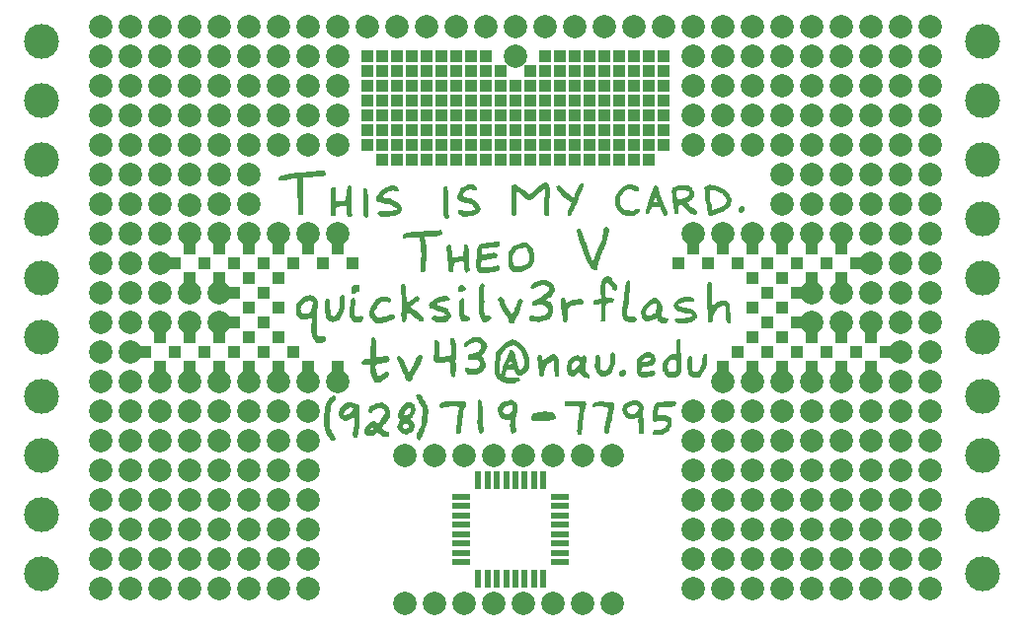
<source format=gbr>
%TF.GenerationSoftware,KiCad,Pcbnew,8.0.9-8.0.9-0~ubuntu24.04.1*%
%TF.CreationDate,2025-10-22T00:16:44-07:00*%
%TF.ProjectId,business_card,62757369-6e65-4737-935f-636172642e6b,rev?*%
%TF.SameCoordinates,Original*%
%TF.FileFunction,Soldermask,Top*%
%TF.FilePolarity,Negative*%
%FSLAX46Y46*%
G04 Gerber Fmt 4.6, Leading zero omitted, Abs format (unit mm)*
G04 Created by KiCad (PCBNEW 8.0.9-8.0.9-0~ubuntu24.04.1) date 2025-10-22 00:16:44*
%MOMM*%
%LPD*%
G01*
G04 APERTURE LIST*
%ADD10C,0.000000*%
%ADD11C,2.000000*%
%ADD12R,1.000000X1.000000*%
%ADD13R,1.600000X0.550000*%
%ADD14R,0.550000X1.600000*%
%ADD15C,3.000000*%
G04 APERTURE END LIST*
D10*
%TO.C,TP141*%
G36*
X189693168Y-68743539D02*
G01*
X189752723Y-68818694D01*
X189764011Y-68839677D01*
X189797165Y-68974463D01*
X189769080Y-69115408D01*
X189691322Y-69235394D01*
X189614684Y-69294431D01*
X189517753Y-69316715D01*
X189381665Y-69305600D01*
X189339254Y-69297984D01*
X189269623Y-69256543D01*
X189240351Y-69177366D01*
X189246902Y-69075390D01*
X189284742Y-68965553D01*
X189349335Y-68862793D01*
X189436146Y-68782047D01*
X189506528Y-68747011D01*
X189618074Y-68722154D01*
X189693168Y-68743539D01*
G37*
G36*
X165666014Y-75524354D02*
G01*
X165773549Y-75598269D01*
X165845252Y-75702931D01*
X165872812Y-75823180D01*
X165847917Y-75943858D01*
X165809400Y-76004270D01*
X165731491Y-76058373D01*
X165612918Y-76100999D01*
X165482060Y-76125490D01*
X165367295Y-76125192D01*
X165331502Y-76116365D01*
X165261736Y-76067264D01*
X165230052Y-75979408D01*
X165233190Y-75842208D01*
X165237347Y-75810435D01*
X165283226Y-75648590D01*
X165366451Y-75544870D01*
X165487354Y-75498920D01*
X165530956Y-75496347D01*
X165666014Y-75524354D01*
G37*
G36*
X179546739Y-82847009D02*
G01*
X179591934Y-82907566D01*
X179606450Y-83014827D01*
X179606706Y-83038320D01*
X179599073Y-83138110D01*
X179565836Y-83209156D01*
X179491489Y-83282147D01*
X179477704Y-83293619D01*
X179361102Y-83372153D01*
X179258413Y-83394290D01*
X179148137Y-83363096D01*
X179113586Y-83345555D01*
X179049479Y-83298017D01*
X179022646Y-83231379D01*
X179018422Y-83155396D01*
X179035233Y-83009527D01*
X179091914Y-82913136D01*
X179197835Y-82856122D01*
X179317647Y-82832837D01*
X179459199Y-82824864D01*
X179546739Y-82847009D01*
G37*
G36*
X156622241Y-75498807D02*
G01*
X156697838Y-75509976D01*
X156741731Y-75535538D01*
X156772065Y-75580098D01*
X156797590Y-75687737D01*
X156786817Y-75828237D01*
X156741987Y-75976971D01*
X156734408Y-75994241D01*
X156668489Y-76080377D01*
X156564370Y-76155376D01*
X156440052Y-76212888D01*
X156313534Y-76246561D01*
X156202818Y-76250043D01*
X156125904Y-76216985D01*
X156120332Y-76210908D01*
X156076195Y-76115366D01*
X156057463Y-75984109D01*
X156065444Y-75846298D01*
X156099016Y-75735762D01*
X156166874Y-75614242D01*
X156231870Y-75542515D01*
X156315395Y-75507683D01*
X156438843Y-75496854D01*
X156496219Y-75496347D01*
X156622241Y-75498807D01*
G37*
G36*
X164299191Y-67046244D02*
G01*
X164299638Y-67046687D01*
X164313313Y-67073461D01*
X164324668Y-67128097D01*
X164334027Y-67216891D01*
X164341711Y-67346136D01*
X164348043Y-67522128D01*
X164353345Y-67751163D01*
X164357940Y-68039536D01*
X164360359Y-68232206D01*
X164364378Y-68547308D01*
X164368572Y-68800192D01*
X164373347Y-68997848D01*
X164379112Y-69147267D01*
X164386271Y-69255440D01*
X164395233Y-69329357D01*
X164406404Y-69376010D01*
X164420190Y-69402389D01*
X164428931Y-69410714D01*
X164477081Y-69483110D01*
X164479389Y-69579834D01*
X164444270Y-69682249D01*
X164380142Y-69771718D01*
X164295421Y-69829605D01*
X164234396Y-69841472D01*
X164146594Y-69820207D01*
X164113664Y-69780913D01*
X164081637Y-69713877D01*
X164029293Y-69621275D01*
X164012282Y-69593407D01*
X163983772Y-69543410D01*
X163962874Y-69490928D01*
X163948252Y-69424375D01*
X163938570Y-69332164D01*
X163932491Y-69202710D01*
X163928679Y-69024426D01*
X163926478Y-68849401D01*
X163922939Y-68425997D01*
X163922403Y-68068547D01*
X163924960Y-67773859D01*
X163930697Y-67538740D01*
X163939704Y-67359996D01*
X163952069Y-67234434D01*
X163967881Y-67158861D01*
X163973812Y-67144463D01*
X164037868Y-67074506D01*
X164130776Y-67029618D01*
X164226548Y-67017597D01*
X164299191Y-67046244D01*
G37*
G36*
X157369290Y-67207494D02*
G01*
X157375439Y-67215581D01*
X157409902Y-67303577D01*
X157443217Y-67446655D01*
X157473631Y-67630688D01*
X157499393Y-67841552D01*
X157518749Y-68065119D01*
X157529949Y-68287264D01*
X157531602Y-68474578D01*
X157529595Y-68631402D01*
X157528419Y-68783874D01*
X157528309Y-68900735D01*
X157528349Y-68907139D01*
X157529894Y-69141236D01*
X157530119Y-69316020D01*
X157528146Y-69441386D01*
X157523099Y-69527231D01*
X157514099Y-69583448D01*
X157500269Y-69619935D01*
X157480732Y-69646586D01*
X157460959Y-69666917D01*
X157364617Y-69728874D01*
X157270401Y-69722094D01*
X157199086Y-69667556D01*
X157170388Y-69618493D01*
X157145787Y-69534991D01*
X157124104Y-69409355D01*
X157104159Y-69233891D01*
X157084772Y-69000903D01*
X157074571Y-68855232D01*
X157078161Y-68805131D01*
X157089808Y-68708398D01*
X157105464Y-68596527D01*
X157118802Y-68463278D01*
X157119867Y-68343795D01*
X157110946Y-68275765D01*
X157099771Y-68205092D01*
X157089272Y-68081909D01*
X157080560Y-67922915D01*
X157074747Y-67744809D01*
X157074349Y-67725652D01*
X157071562Y-67538719D01*
X157072705Y-67408774D01*
X157079144Y-67323642D01*
X157092247Y-67271149D01*
X157113384Y-67239121D01*
X157130646Y-67224549D01*
X157216471Y-67186036D01*
X157305739Y-67179996D01*
X157369290Y-67207494D01*
G37*
G36*
X165708448Y-76677572D02*
G01*
X165730233Y-76695808D01*
X165745829Y-76731124D01*
X165756167Y-76793584D01*
X165762175Y-76893258D01*
X165764784Y-77040212D01*
X165764922Y-77244513D01*
X165764760Y-77287399D01*
X165764189Y-77489293D01*
X165764177Y-77674476D01*
X165764686Y-77828577D01*
X165765680Y-77937225D01*
X165766571Y-77976777D01*
X165795722Y-78099656D01*
X165868963Y-78170816D01*
X165982058Y-78186537D01*
X166002362Y-78183858D01*
X166120063Y-78194314D01*
X166206966Y-78260550D01*
X166251698Y-78371920D01*
X166255287Y-78420615D01*
X166243967Y-78497360D01*
X166198721Y-78554272D01*
X166120807Y-78604417D01*
X165984407Y-78656790D01*
X165829669Y-78679650D01*
X165681030Y-78672399D01*
X165562927Y-78634438D01*
X165539221Y-78618670D01*
X165483248Y-78545748D01*
X165434972Y-78432870D01*
X165421761Y-78385857D01*
X165392385Y-78279044D01*
X165363672Y-78198879D01*
X165351109Y-78175337D01*
X165337669Y-78124128D01*
X165327302Y-78018925D01*
X165320379Y-77874890D01*
X165317274Y-77707185D01*
X165318360Y-77530974D01*
X165324009Y-77361419D01*
X165329050Y-77278500D01*
X165338644Y-77141463D01*
X165346998Y-77012516D01*
X165350656Y-76949753D01*
X165382779Y-76817522D01*
X165454505Y-76718092D01*
X165552030Y-76661964D01*
X165661547Y-76659641D01*
X165708448Y-76677572D01*
G37*
G36*
X167127587Y-85371690D02*
G01*
X167198658Y-85422124D01*
X167235593Y-85478871D01*
X167236067Y-85482154D01*
X167254295Y-85644970D01*
X167270882Y-85762391D01*
X167289623Y-85858016D01*
X167309047Y-85935920D01*
X167324881Y-86032179D01*
X167337745Y-86181572D01*
X167347177Y-86368068D01*
X167352712Y-86575635D01*
X167353890Y-86788244D01*
X167350246Y-86989863D01*
X167343575Y-87132066D01*
X167344457Y-87248876D01*
X167356746Y-87404374D01*
X167377949Y-87569449D01*
X167384431Y-87609269D01*
X167406053Y-87763913D01*
X167417942Y-87908388D01*
X167418295Y-88017793D01*
X167415734Y-88040974D01*
X167373307Y-88160179D01*
X167299477Y-88244641D01*
X167209202Y-88286509D01*
X167117438Y-88277931D01*
X167054108Y-88230772D01*
X167023566Y-88168008D01*
X166991238Y-88058887D01*
X166963616Y-87925766D01*
X166961153Y-87910677D01*
X166936276Y-87755188D01*
X166911182Y-87600572D01*
X166891997Y-87484472D01*
X166883721Y-87377426D01*
X166883958Y-87217007D01*
X166892363Y-87018486D01*
X166907035Y-86815091D01*
X166923871Y-86581515D01*
X166930779Y-86394253D01*
X166927604Y-86261404D01*
X166918812Y-86203377D01*
X166904661Y-86119007D01*
X166894133Y-85988966D01*
X166888913Y-85836763D01*
X166888652Y-85782703D01*
X166895283Y-85594841D01*
X166915833Y-85466646D01*
X166953620Y-85389393D01*
X167011964Y-85354354D01*
X167053267Y-85349914D01*
X167127587Y-85371690D01*
G37*
G36*
X172954654Y-86405605D02*
G01*
X172978014Y-86412495D01*
X173097195Y-86441076D01*
X173227386Y-86455439D01*
X173240839Y-86455752D01*
X173369163Y-86479199D01*
X173458975Y-86539995D01*
X173496700Y-86628423D01*
X173497088Y-86639199D01*
X173520124Y-86707337D01*
X173551695Y-86749168D01*
X173586671Y-86827661D01*
X173578765Y-86928727D01*
X173532360Y-87024380D01*
X173503778Y-87055053D01*
X173476228Y-87076548D01*
X173441651Y-87094278D01*
X173389156Y-87110747D01*
X173307853Y-87128456D01*
X173186852Y-87149907D01*
X173015264Y-87177602D01*
X172874199Y-87199709D01*
X172715603Y-87224581D01*
X172611262Y-87240061D01*
X172546923Y-87246577D01*
X172508333Y-87244556D01*
X172481237Y-87234428D01*
X172451382Y-87216620D01*
X172444588Y-87212616D01*
X172365985Y-87193458D01*
X172220771Y-87188137D01*
X172026090Y-87195706D01*
X171866510Y-87204726D01*
X171760476Y-87206776D01*
X171692480Y-87199492D01*
X171647011Y-87180509D01*
X171608560Y-87147464D01*
X171591365Y-87129455D01*
X171525202Y-87011033D01*
X171510897Y-86862003D01*
X171549591Y-86698851D01*
X171559874Y-86674542D01*
X171601164Y-86605764D01*
X171661910Y-86560088D01*
X171759420Y-86528611D01*
X171887960Y-86505801D01*
X171958578Y-86493630D01*
X172069563Y-86472819D01*
X172164799Y-86454217D01*
X172408733Y-86413501D01*
X172630788Y-86391361D01*
X172817313Y-86388495D01*
X172954654Y-86405605D01*
G37*
G36*
X156280124Y-76600455D02*
G01*
X156339799Y-76626225D01*
X156375359Y-76676447D01*
X156399695Y-76771496D01*
X156404133Y-76796413D01*
X156415452Y-76946430D01*
X156408120Y-77137699D01*
X156395047Y-77261197D01*
X156375149Y-77448188D01*
X156359747Y-77657133D01*
X156352137Y-77843197D01*
X156352103Y-77845301D01*
X156351455Y-77989320D01*
X156357513Y-78081330D01*
X156374088Y-78138470D01*
X156404992Y-78177883D01*
X156430801Y-78199232D01*
X156552224Y-78256644D01*
X156686014Y-78248413D01*
X156774807Y-78212178D01*
X156850254Y-78180578D01*
X156915927Y-78181403D01*
X157002431Y-78212255D01*
X157080604Y-78249089D01*
X157113091Y-78288781D01*
X157113284Y-78357337D01*
X157105248Y-78411888D01*
X157058607Y-78561582D01*
X156968923Y-78664110D01*
X156828568Y-78726250D01*
X156730109Y-78745251D01*
X156545774Y-78753493D01*
X156372479Y-78720072D01*
X156362741Y-78717079D01*
X156210428Y-78644191D01*
X156086265Y-78524509D01*
X155979306Y-78347276D01*
X155972899Y-78333949D01*
X155949275Y-78247632D01*
X155931169Y-78112042D01*
X155919207Y-77946945D01*
X155914012Y-77772105D01*
X155916210Y-77607286D01*
X155926424Y-77472252D01*
X155943136Y-77392123D01*
X155966163Y-77303676D01*
X155989135Y-77171501D01*
X156007806Y-77020951D01*
X156010981Y-76987120D01*
X156036406Y-76800304D01*
X156076877Y-76675846D01*
X156136567Y-76607753D01*
X156219645Y-76590032D01*
X156280124Y-76600455D01*
G37*
G36*
X174832732Y-85511765D02*
G01*
X174943075Y-85513153D01*
X175130455Y-85516630D01*
X175332899Y-85521574D01*
X175537281Y-85527530D01*
X175730476Y-85534042D01*
X175899358Y-85540655D01*
X176030799Y-85546911D01*
X176111675Y-85552355D01*
X176127388Y-85554287D01*
X176157405Y-85582649D01*
X176186598Y-85624124D01*
X176201954Y-85665732D01*
X176203304Y-85728812D01*
X176189096Y-85825677D01*
X176157780Y-85968636D01*
X176127728Y-86091259D01*
X176070590Y-86349108D01*
X176014832Y-86655672D01*
X175963403Y-86990472D01*
X175919253Y-87333032D01*
X175885333Y-87662873D01*
X175868194Y-87892721D01*
X175851540Y-88097629D01*
X175826609Y-88241165D01*
X175788554Y-88331083D01*
X175732529Y-88375136D01*
X175653687Y-88381078D01*
X175573382Y-88364284D01*
X175496332Y-88310549D01*
X175441760Y-88212049D01*
X175417753Y-88091715D01*
X175432397Y-87972479D01*
X175433783Y-87968395D01*
X175452897Y-87878631D01*
X175465881Y-87750813D01*
X175469567Y-87641314D01*
X175475522Y-87477465D01*
X175490784Y-87300796D01*
X175503462Y-87205266D01*
X175522521Y-87081179D01*
X175547187Y-86913434D01*
X175573834Y-86726964D01*
X175592129Y-86595690D01*
X175615899Y-86425234D01*
X175638191Y-86269352D01*
X175656244Y-86147118D01*
X175666043Y-86084822D01*
X175673703Y-86009807D01*
X175656828Y-85986925D01*
X175628842Y-85993530D01*
X175557575Y-85994138D01*
X175529685Y-85979649D01*
X175479949Y-85965849D01*
X175374713Y-85954048D01*
X175227678Y-85945317D01*
X175052548Y-85940727D01*
X175028823Y-85940494D01*
X174850401Y-85936774D01*
X174690866Y-85929226D01*
X174566242Y-85918897D01*
X174492550Y-85906835D01*
X174487188Y-85905060D01*
X174409690Y-85841592D01*
X174361745Y-85746459D01*
X174338297Y-85656804D01*
X174346285Y-85601427D01*
X174376887Y-85562637D01*
X174408759Y-85540102D01*
X174459001Y-85524732D01*
X174538892Y-85515544D01*
X174659710Y-85511550D01*
X174832732Y-85511765D01*
G37*
G36*
X179871126Y-75127597D02*
G01*
X179888417Y-75132614D01*
X179946798Y-75183369D01*
X179979366Y-75291798D01*
X179986411Y-75460121D01*
X179968220Y-75690555D01*
X179964749Y-75719318D01*
X179945593Y-75896571D01*
X179926899Y-76108536D01*
X179911575Y-76320757D01*
X179906228Y-76413377D01*
X179888884Y-76683026D01*
X179866474Y-76927955D01*
X179840322Y-77138378D01*
X179811750Y-77304509D01*
X179782081Y-77416562D01*
X179765908Y-77451391D01*
X179741158Y-77527631D01*
X179726333Y-77650144D01*
X179721763Y-77796661D01*
X179727777Y-77944912D01*
X179744705Y-78072628D01*
X179756034Y-78117669D01*
X179791172Y-78230135D01*
X180073978Y-78230645D01*
X180264922Y-78237446D01*
X180397379Y-78260025D01*
X180481142Y-78302851D01*
X180526006Y-78370395D01*
X180540330Y-78443524D01*
X180537423Y-78538126D01*
X180497292Y-78602662D01*
X180447813Y-78642178D01*
X180384825Y-78679454D01*
X180313040Y-78700673D01*
X180212671Y-78709170D01*
X180063931Y-78708278D01*
X180056639Y-78708092D01*
X179909251Y-78703066D01*
X179777694Y-78696448D01*
X179685929Y-78689494D01*
X179673104Y-78687997D01*
X179592184Y-78652308D01*
X179503994Y-78577516D01*
X179425658Y-78483583D01*
X179374303Y-78390468D01*
X179364419Y-78328212D01*
X179353641Y-78246078D01*
X179333251Y-78209592D01*
X179305092Y-78136768D01*
X179288856Y-78010158D01*
X179284482Y-77844142D01*
X179291908Y-77653096D01*
X179311073Y-77451401D01*
X179337239Y-77278500D01*
X179377062Y-77058131D01*
X179406225Y-76893095D01*
X179426701Y-76770678D01*
X179440462Y-76678166D01*
X179449480Y-76602846D01*
X179455728Y-76532002D01*
X179458045Y-76499890D01*
X179468546Y-76381389D01*
X179485708Y-76223161D01*
X179507261Y-76042840D01*
X179530933Y-75858059D01*
X179554455Y-75686454D01*
X179575555Y-75545660D01*
X179591963Y-75453310D01*
X179593946Y-75444440D01*
X179644151Y-75276238D01*
X179703383Y-75171281D01*
X179777191Y-75123693D01*
X179871126Y-75127597D01*
G37*
G36*
X167346096Y-75387083D02*
G01*
X167377191Y-75404848D01*
X167443568Y-75476586D01*
X167484102Y-75573122D01*
X167490625Y-75666953D01*
X167469937Y-75717087D01*
X167453098Y-75771426D01*
X167440432Y-75877377D01*
X167432186Y-76017453D01*
X167428609Y-76174168D01*
X167429949Y-76330036D01*
X167436454Y-76467571D01*
X167448373Y-76569285D01*
X167457356Y-76603704D01*
X167469545Y-76673338D01*
X167476437Y-76796436D01*
X167477555Y-76957421D01*
X167473193Y-77122778D01*
X167464585Y-77340710D01*
X167459567Y-77504052D01*
X167458407Y-77627342D01*
X167461376Y-77725120D01*
X167468741Y-77811926D01*
X167480771Y-77902297D01*
X167488536Y-77952834D01*
X167520599Y-78082917D01*
X167571114Y-78149364D01*
X167648644Y-78157041D01*
X167761753Y-78110812D01*
X167764256Y-78109469D01*
X167874443Y-78050129D01*
X167981895Y-78162567D01*
X168054722Y-78256970D01*
X168088520Y-78340276D01*
X168078360Y-78397348D01*
X168062143Y-78408927D01*
X168026406Y-78442434D01*
X167971507Y-78511300D01*
X167955972Y-78532928D01*
X167879492Y-78615480D01*
X167794845Y-78644694D01*
X167775546Y-78645394D01*
X167678701Y-78666525D01*
X167611219Y-78708262D01*
X167557785Y-78747998D01*
X167496112Y-78750246D01*
X167430302Y-78731384D01*
X167324566Y-78663827D01*
X167225538Y-78542856D01*
X167143192Y-78384192D01*
X167087504Y-78203553D01*
X167083906Y-78185519D01*
X167058015Y-78076533D01*
X167028918Y-77993211D01*
X167014925Y-77968586D01*
X167001770Y-77916965D01*
X166992014Y-77800820D01*
X166985848Y-77624762D01*
X166983463Y-77393401D01*
X166983988Y-77221148D01*
X166985233Y-77000524D01*
X166985686Y-76797638D01*
X166985376Y-76624880D01*
X166984328Y-76494640D01*
X166982570Y-76419309D01*
X166982238Y-76413377D01*
X166982566Y-76284891D01*
X166994737Y-76112831D01*
X167015855Y-75921245D01*
X167043023Y-75734181D01*
X167073346Y-75575689D01*
X167091645Y-75504983D01*
X167149884Y-75406478D01*
X167239225Y-75365591D01*
X167346096Y-75387083D01*
G37*
G36*
X186505584Y-81418037D02*
G01*
X186578303Y-81489704D01*
X186608463Y-81610911D01*
X186608855Y-81644592D01*
X186600823Y-81907186D01*
X186589676Y-82113637D01*
X186573281Y-82277007D01*
X186549508Y-82410355D01*
X186516225Y-82526744D01*
X186471301Y-82639233D01*
X186433479Y-82719222D01*
X186354345Y-82861739D01*
X186255481Y-83013758D01*
X186147368Y-83161820D01*
X186040489Y-83292465D01*
X185945326Y-83392234D01*
X185872360Y-83447667D01*
X185863090Y-83451651D01*
X185739551Y-83485306D01*
X185612078Y-83503235D01*
X185502567Y-83504007D01*
X185432919Y-83486192D01*
X185425668Y-83480238D01*
X185358134Y-83443080D01*
X185304871Y-83434558D01*
X185229877Y-83407816D01*
X185139662Y-83340561D01*
X185053555Y-83252247D01*
X184990884Y-83162332D01*
X184970466Y-83097954D01*
X184958032Y-83009050D01*
X184934887Y-82930226D01*
X184920315Y-82855756D01*
X184909194Y-82728710D01*
X184901763Y-82565649D01*
X184898256Y-82383130D01*
X184898911Y-82197713D01*
X184903963Y-82025958D01*
X184913650Y-81884424D01*
X184919287Y-81837063D01*
X184958004Y-81692838D01*
X185019338Y-81597560D01*
X185092943Y-81554405D01*
X185168476Y-81566551D01*
X185235595Y-81637177D01*
X185273550Y-81728226D01*
X185290866Y-81833450D01*
X185297644Y-81973113D01*
X185293834Y-82115489D01*
X185279391Y-82228850D01*
X185274319Y-82248272D01*
X185275459Y-82292070D01*
X185285227Y-82388202D01*
X185301839Y-82520582D01*
X185315114Y-82616037D01*
X185339266Y-82773534D01*
X185360375Y-82876038D01*
X185383370Y-82937304D01*
X185413182Y-82971086D01*
X185448740Y-82988918D01*
X185560582Y-82996556D01*
X185687525Y-82948507D01*
X185816647Y-82852366D01*
X185935024Y-82715727D01*
X185949470Y-82694604D01*
X186060840Y-82497480D01*
X186123403Y-82303985D01*
X186146241Y-82083794D01*
X186146840Y-82035517D01*
X186160434Y-81840101D01*
X186197697Y-81666954D01*
X186253918Y-81528086D01*
X186324387Y-81435502D01*
X186395429Y-81401744D01*
X186505584Y-81418037D01*
G37*
G36*
X174283624Y-76601997D02*
G01*
X174360014Y-76643808D01*
X174408799Y-76738038D01*
X174422574Y-76843901D01*
X174432963Y-76964776D01*
X174466773Y-77025732D01*
X174529945Y-77033817D01*
X174571986Y-77021161D01*
X174638714Y-76985777D01*
X174664278Y-76953863D01*
X174694724Y-76923728D01*
X174772059Y-76887290D01*
X174875278Y-76851683D01*
X174983376Y-76824037D01*
X175075349Y-76811487D01*
X175084013Y-76811334D01*
X175170799Y-76802578D01*
X175292145Y-76780048D01*
X175379261Y-76759426D01*
X175566652Y-76718747D01*
X175705730Y-76709915D01*
X175810116Y-76733891D01*
X175893433Y-76791633D01*
X175897817Y-76795950D01*
X175956736Y-76869024D01*
X175971546Y-76943930D01*
X175962761Y-77012230D01*
X175936977Y-77114569D01*
X175895242Y-77174201D01*
X175820645Y-77202909D01*
X175696273Y-77212479D01*
X175674726Y-77212948D01*
X175535530Y-77221746D01*
X175370663Y-77241419D01*
X175199740Y-77268550D01*
X175042378Y-77299721D01*
X174918193Y-77331516D01*
X174854605Y-77355803D01*
X174766113Y-77416310D01*
X174699158Y-77495633D01*
X174651240Y-77602997D01*
X174619856Y-77747626D01*
X174602506Y-77938747D01*
X174596687Y-78185586D01*
X174597060Y-78305709D01*
X174596185Y-78456838D01*
X174588306Y-78555952D01*
X174570258Y-78620137D01*
X174538875Y-78666481D01*
X174528146Y-78677711D01*
X174434192Y-78739741D01*
X174344434Y-78732890D01*
X174257756Y-78657015D01*
X174246286Y-78641555D01*
X174199866Y-78557672D01*
X174176487Y-78457195D01*
X174170220Y-78314440D01*
X174170225Y-78312072D01*
X174166156Y-78194767D01*
X174154949Y-78107582D01*
X174140583Y-78071556D01*
X174124602Y-78027741D01*
X174130458Y-77972735D01*
X174133161Y-77897756D01*
X174120035Y-77782963D01*
X174098103Y-77672062D01*
X174069664Y-77526401D01*
X174043550Y-77347771D01*
X174024974Y-77172356D01*
X174023649Y-77155277D01*
X174014945Y-76995501D01*
X174018393Y-76883214D01*
X174035916Y-76797451D01*
X174062541Y-76731366D01*
X174119993Y-76638961D01*
X174189647Y-76600962D01*
X174283624Y-76601997D01*
G37*
G36*
X155334367Y-76387018D02*
G01*
X155410161Y-76411423D01*
X155465098Y-76457682D01*
X155502200Y-76535384D01*
X155524483Y-76654117D01*
X155534967Y-76823469D01*
X155536797Y-77030001D01*
X155524381Y-77334969D01*
X155490963Y-77593984D01*
X155437879Y-77801069D01*
X155366468Y-77950243D01*
X155318345Y-78006825D01*
X155266755Y-78074644D01*
X155250927Y-78126854D01*
X155232339Y-78190690D01*
X155185727Y-78280125D01*
X155164415Y-78313355D01*
X155111760Y-78397293D01*
X155081094Y-78458460D01*
X155077902Y-78471366D01*
X155050155Y-78503237D01*
X154977943Y-78555605D01*
X154892014Y-78608249D01*
X154689504Y-78691993D01*
X154490231Y-78713084D01*
X154304219Y-78670954D01*
X154250404Y-78644737D01*
X154107363Y-78548659D01*
X153993442Y-78440792D01*
X153921038Y-78334800D01*
X153901336Y-78259994D01*
X153891533Y-78183786D01*
X153871410Y-78146514D01*
X153859552Y-78107267D01*
X153846552Y-78011209D01*
X153833637Y-77870701D01*
X153822034Y-77698102D01*
X153816753Y-77596050D01*
X153808151Y-77307119D01*
X153813314Y-77080433D01*
X153833788Y-76910119D01*
X153871116Y-76790299D01*
X153926844Y-76715097D01*
X154002516Y-76678639D01*
X154059435Y-76672914D01*
X154136826Y-76691603D01*
X154171478Y-76716752D01*
X154185723Y-76764469D01*
X154202207Y-76868935D01*
X154219451Y-77017790D01*
X154235975Y-77198673D01*
X154247032Y-77348291D01*
X154260870Y-77547433D01*
X154274341Y-77726129D01*
X154286381Y-77871340D01*
X154295925Y-77970030D01*
X154300703Y-78005203D01*
X154342349Y-78072855D01*
X154423502Y-78140412D01*
X154517311Y-78190127D01*
X154596923Y-78204254D01*
X154600822Y-78203548D01*
X154657649Y-78165787D01*
X154734327Y-78080714D01*
X154819992Y-77963038D01*
X154903784Y-77827468D01*
X154964518Y-77711061D01*
X155042654Y-77490637D01*
X155092788Y-77232471D01*
X155111423Y-76963549D01*
X155095061Y-76710857D01*
X155094561Y-76707519D01*
X155084878Y-76602265D01*
X155101461Y-76531827D01*
X155152217Y-76464294D01*
X155155775Y-76460442D01*
X155235257Y-76395928D01*
X155316360Y-76384193D01*
X155334367Y-76387018D01*
G37*
G36*
X154665743Y-85023966D02*
G01*
X154715276Y-85052036D01*
X154765043Y-85129135D01*
X154766106Y-85235352D01*
X154722346Y-85354812D01*
X154637648Y-85471640D01*
X154604738Y-85503891D01*
X154507549Y-85627862D01*
X154419736Y-85809802D01*
X154344128Y-86038782D01*
X154283556Y-86303871D01*
X154240850Y-86594140D01*
X154218841Y-86898658D01*
X154216580Y-87002845D01*
X154214874Y-87265557D01*
X154215249Y-87468053D01*
X154218443Y-87619316D01*
X154225198Y-87728327D01*
X154236254Y-87804067D01*
X154252349Y-87855518D01*
X154274224Y-87891663D01*
X154291366Y-87910677D01*
X154341773Y-87967866D01*
X154360576Y-88001313D01*
X154377413Y-88039311D01*
X154421750Y-88119306D01*
X154484326Y-88224656D01*
X154490344Y-88234499D01*
X154602659Y-88427532D01*
X154673223Y-88575005D01*
X154704121Y-88684915D01*
X154697441Y-88765259D01*
X154655268Y-88824035D01*
X154646066Y-88831442D01*
X154569333Y-88862662D01*
X154463987Y-88877019D01*
X154363430Y-88872368D01*
X154308337Y-88853130D01*
X154271461Y-88808352D01*
X154221463Y-88727081D01*
X154204522Y-88695766D01*
X154146431Y-88598642D01*
X154087882Y-88521640D01*
X154075085Y-88508727D01*
X154027515Y-88451979D01*
X154014526Y-88418460D01*
X153993959Y-88365520D01*
X153967519Y-88328660D01*
X153912569Y-88236101D01*
X153861528Y-88100943D01*
X153823871Y-87949573D01*
X153817421Y-87910677D01*
X153796787Y-87817732D01*
X153770265Y-87753652D01*
X153767759Y-87750279D01*
X153750967Y-87691641D01*
X153740400Y-87565816D01*
X153736079Y-87374549D01*
X153738029Y-87119586D01*
X153746271Y-86802671D01*
X153752990Y-86615537D01*
X153762847Y-86407331D01*
X153775088Y-86254579D01*
X153791683Y-86143530D01*
X153814605Y-86060430D01*
X153841191Y-86000235D01*
X153885337Y-85896134D01*
X153909288Y-85801897D01*
X153910712Y-85782110D01*
X153922415Y-85699941D01*
X153951692Y-85600299D01*
X153989795Y-85505598D01*
X154027975Y-85438250D01*
X154052398Y-85419123D01*
X154087706Y-85392660D01*
X154143124Y-85325424D01*
X154174378Y-85280670D01*
X154289734Y-85143207D01*
X154418029Y-85051242D01*
X154547340Y-85009815D01*
X154665743Y-85023966D01*
G37*
G36*
X161937818Y-84910795D02*
G01*
X162022246Y-84947040D01*
X162083640Y-85019429D01*
X162089250Y-85028847D01*
X162144983Y-85119901D01*
X162212029Y-85223029D01*
X162277863Y-85319756D01*
X162329963Y-85391606D01*
X162353813Y-85419123D01*
X162380129Y-85460852D01*
X162412884Y-85539833D01*
X162416616Y-85550516D01*
X162466544Y-85660481D01*
X162526099Y-85754161D01*
X162576067Y-85839926D01*
X162596543Y-85918640D01*
X162610540Y-85994063D01*
X162629258Y-86026439D01*
X162649791Y-86083453D01*
X162661642Y-86194829D01*
X162665054Y-86346299D01*
X162660270Y-86523595D01*
X162647533Y-86712446D01*
X162627085Y-86898584D01*
X162612806Y-86993647D01*
X162588061Y-87147570D01*
X162568416Y-87281506D01*
X162556471Y-87377054D01*
X162554075Y-87408905D01*
X162533081Y-87562281D01*
X162471986Y-87757844D01*
X162369135Y-88000610D01*
X162334684Y-88073464D01*
X162269857Y-88213966D01*
X162218587Y-88336317D01*
X162187511Y-88424026D01*
X162181284Y-88454580D01*
X162163564Y-88511760D01*
X162118466Y-88599509D01*
X162058084Y-88698978D01*
X161994512Y-88791316D01*
X161939844Y-88857675D01*
X161908578Y-88879614D01*
X161866388Y-88858117D01*
X161800002Y-88805318D01*
X161788381Y-88794754D01*
X161715406Y-88685748D01*
X161692288Y-88538257D01*
X161719159Y-88349494D01*
X161796150Y-88116670D01*
X161823559Y-88050520D01*
X161888356Y-87906877D01*
X161952563Y-87777074D01*
X162005591Y-87682099D01*
X162021196Y-87658706D01*
X162077680Y-87532332D01*
X162085687Y-87416471D01*
X162090080Y-87310854D01*
X162107587Y-87166908D01*
X162134588Y-87013463D01*
X162138752Y-86993647D01*
X162185457Y-86685506D01*
X162192099Y-86393685D01*
X162159284Y-86132241D01*
X162092960Y-85926659D01*
X162037881Y-85819080D01*
X161986159Y-85739263D01*
X161953047Y-85707208D01*
X161914961Y-85664731D01*
X161877251Y-85580501D01*
X161866758Y-85546097D01*
X161822534Y-85435756D01*
X161761676Y-85343112D01*
X161747538Y-85328483D01*
X161685064Y-85239135D01*
X161642866Y-85121195D01*
X161629988Y-85006311D01*
X161640020Y-84952218D01*
X161688801Y-84913859D01*
X161798378Y-84900600D01*
X161808195Y-84900580D01*
X161937818Y-84910795D01*
G37*
G36*
X178514218Y-81314724D02*
G01*
X178600629Y-81358378D01*
X178661801Y-81454005D01*
X178699015Y-81605640D01*
X178713550Y-81817318D01*
X178712848Y-81941333D01*
X178707485Y-82109849D01*
X178697446Y-82231557D01*
X178677638Y-82328861D01*
X178642967Y-82424162D01*
X178588340Y-82539861D01*
X178567128Y-82582237D01*
X178505270Y-82710782D01*
X178457941Y-82819738D01*
X178432521Y-82891667D01*
X178430139Y-82905934D01*
X178405304Y-82959643D01*
X178340789Y-83039750D01*
X178251577Y-83132209D01*
X178152652Y-83222977D01*
X178058998Y-83298007D01*
X177985598Y-83343254D01*
X177956276Y-83350113D01*
X177879099Y-83361186D01*
X177825505Y-83387493D01*
X177756175Y-83423138D01*
X177681325Y-83427569D01*
X177579209Y-83399730D01*
X177507908Y-83372066D01*
X177343755Y-83285423D01*
X177235528Y-83184606D01*
X177199132Y-83115134D01*
X177157870Y-83037781D01*
X177111736Y-82981278D01*
X177061039Y-82900495D01*
X177045943Y-82832928D01*
X177029789Y-82742143D01*
X176994249Y-82651252D01*
X176955148Y-82521253D01*
X176945322Y-82353247D01*
X176965342Y-82172206D01*
X176981687Y-82102270D01*
X177005770Y-81990940D01*
X177028622Y-81847034D01*
X177041420Y-81738918D01*
X177063245Y-81513986D01*
X177208392Y-81503439D01*
X177300564Y-81500430D01*
X177346284Y-81518654D01*
X177367944Y-81572208D01*
X177375222Y-81608468D01*
X177383767Y-81685938D01*
X177391720Y-81815637D01*
X177398275Y-81980587D01*
X177402628Y-82163806D01*
X177403099Y-82196161D01*
X177406689Y-82390240D01*
X177412740Y-82528385D01*
X177423089Y-82623868D01*
X177439574Y-82689962D01*
X177464031Y-82739939D01*
X177481964Y-82765928D01*
X177553876Y-82836352D01*
X177649514Y-82868675D01*
X177701556Y-82874380D01*
X177791777Y-82875446D01*
X177858770Y-82854440D01*
X177928222Y-82799403D01*
X177983673Y-82743064D01*
X178077343Y-82631658D01*
X178162186Y-82509610D01*
X178193176Y-82455422D01*
X178246252Y-82304380D01*
X178278557Y-82115346D01*
X178287254Y-81917172D01*
X178269508Y-81738711D01*
X178265479Y-81720043D01*
X178255087Y-81576257D01*
X178287377Y-81451658D01*
X178354073Y-81359730D01*
X178446900Y-81313958D01*
X178514218Y-81314724D01*
G37*
G36*
X165764962Y-85497337D02*
G01*
X165817385Y-85520746D01*
X165862053Y-85565434D01*
X165874988Y-85581334D01*
X165918794Y-85659416D01*
X165946247Y-85751810D01*
X165954351Y-85836857D01*
X165940110Y-85892899D01*
X165919577Y-85903592D01*
X165885748Y-85933136D01*
X165836857Y-86009919D01*
X165781571Y-86116163D01*
X165728559Y-86234094D01*
X165686491Y-86345936D01*
X165665522Y-86424546D01*
X165652550Y-86517429D01*
X165637840Y-86652205D01*
X165624322Y-86801714D01*
X165622820Y-86820622D01*
X165588695Y-87221010D01*
X165553711Y-87559422D01*
X165518080Y-87834417D01*
X165482018Y-88044554D01*
X165445737Y-88188394D01*
X165409450Y-88264496D01*
X165408672Y-88265377D01*
X165321181Y-88316548D01*
X165212794Y-88321149D01*
X165112363Y-88280726D01*
X165076926Y-88247616D01*
X165044078Y-88195819D01*
X165028578Y-88131110D01*
X165028004Y-88033684D01*
X165036692Y-87918587D01*
X165054335Y-87778992D01*
X165078648Y-87654722D01*
X165104374Y-87572640D01*
X165104422Y-87572538D01*
X165123889Y-87499167D01*
X165142277Y-87370059D01*
X165158065Y-87198686D01*
X165169725Y-86998518D01*
X165169934Y-86993647D01*
X165182126Y-86789858D01*
X165200000Y-86597131D01*
X165221425Y-86434633D01*
X165244266Y-86321535D01*
X165245023Y-86318851D01*
X165283867Y-86189402D01*
X165308363Y-86098343D01*
X165310022Y-86038850D01*
X165280357Y-86004101D01*
X165210879Y-85987273D01*
X165093098Y-85981544D01*
X164918526Y-85980089D01*
X164822261Y-85979056D01*
X164586790Y-85978112D01*
X164403386Y-85983723D01*
X164255110Y-85997121D01*
X164125023Y-86019536D01*
X164062527Y-86034250D01*
X163816334Y-86096771D01*
X163725512Y-86005949D01*
X163664826Y-85927502D01*
X163635251Y-85854404D01*
X163634690Y-85846182D01*
X163665610Y-85763726D01*
X163747522Y-85680424D01*
X163864157Y-85611734D01*
X163894227Y-85599612D01*
X163978951Y-85579200D01*
X164116664Y-85557968D01*
X164291182Y-85537380D01*
X164486323Y-85518899D01*
X164685902Y-85503991D01*
X164873738Y-85494119D01*
X165033645Y-85490746D01*
X165088096Y-85491605D01*
X165250224Y-85494273D01*
X165433747Y-85493758D01*
X165555065Y-85491349D01*
X165684337Y-85489455D01*
X165764962Y-85497337D01*
G37*
G36*
X177594935Y-85493622D02*
G01*
X177684605Y-85512601D01*
X177711044Y-85528938D01*
X177763320Y-85550061D01*
X177864674Y-85568999D01*
X177994989Y-85582190D01*
X178020758Y-85583722D01*
X178165783Y-85591403D01*
X178296890Y-85598414D01*
X178387799Y-85603350D01*
X178393682Y-85603676D01*
X178508314Y-85643028D01*
X178580205Y-85706718D01*
X178633267Y-85780591D01*
X178644846Y-85847515D01*
X178626454Y-85931650D01*
X178602706Y-86030795D01*
X178575251Y-86168892D01*
X178549964Y-86316349D01*
X178549574Y-86318851D01*
X178525727Y-86453211D01*
X178500434Y-86566161D01*
X178478767Y-86635363D01*
X178476792Y-86639403D01*
X178456537Y-86705393D01*
X178437012Y-86814310D01*
X178425069Y-86916242D01*
X178399440Y-87113604D01*
X178359045Y-87325203D01*
X178309809Y-87524274D01*
X178257661Y-87684057D01*
X178251779Y-87698622D01*
X178220820Y-87809119D01*
X178203459Y-87940312D01*
X178202204Y-87975461D01*
X178179130Y-88122812D01*
X178118925Y-88228616D01*
X178031541Y-88285586D01*
X177926930Y-88286435D01*
X177837966Y-88242135D01*
X177803716Y-88207730D01*
X177784474Y-88155960D01*
X177777133Y-88069975D01*
X177778582Y-87932925D01*
X177778901Y-87922040D01*
X177790816Y-87750851D01*
X177813995Y-87569206D01*
X177841304Y-87426208D01*
X177876584Y-87275305D01*
X177910923Y-87120800D01*
X177930339Y-87028251D01*
X177981253Y-86776831D01*
X178021229Y-86584859D01*
X178052184Y-86443777D01*
X178076032Y-86345025D01*
X178094688Y-86280047D01*
X178103014Y-86256664D01*
X178134711Y-86146058D01*
X178118982Y-86078162D01*
X178049667Y-86040124D01*
X177993626Y-86028387D01*
X177897159Y-86018950D01*
X177829358Y-86023033D01*
X177819085Y-86026944D01*
X177766955Y-86026007D01*
X177738337Y-86009189D01*
X177669607Y-85979328D01*
X177559984Y-85956468D01*
X177437683Y-85943900D01*
X177330921Y-85944913D01*
X177279900Y-85955735D01*
X177201036Y-85972531D01*
X177104649Y-85974942D01*
X177028322Y-85979845D01*
X176992555Y-86001749D01*
X176992183Y-86004755D01*
X176962153Y-86031028D01*
X176889913Y-86042011D01*
X176889586Y-86042012D01*
X176789785Y-86013528D01*
X176730780Y-85931320D01*
X176715610Y-85828006D01*
X176746370Y-85758091D01*
X176824765Y-85687261D01*
X176930619Y-85628446D01*
X177043756Y-85594578D01*
X177085551Y-85590922D01*
X177191542Y-85572029D01*
X177269022Y-85540241D01*
X177360767Y-85508117D01*
X177478197Y-85492353D01*
X177594935Y-85493622D01*
G37*
G36*
X168984833Y-76531959D02*
G01*
X169075551Y-76618282D01*
X169146456Y-76744033D01*
X169180870Y-76863241D01*
X169206738Y-76965265D01*
X169239671Y-77042843D01*
X169247024Y-77053568D01*
X169283095Y-77119345D01*
X169320611Y-77217611D01*
X169328675Y-77243895D01*
X169348726Y-77308510D01*
X169371992Y-77366422D01*
X169406036Y-77430836D01*
X169458422Y-77514955D01*
X169536711Y-77631984D01*
X169624021Y-77759550D01*
X169709099Y-77879771D01*
X169767759Y-77949547D01*
X169810443Y-77977008D01*
X169847596Y-77970287D01*
X169872178Y-77952732D01*
X169911306Y-77901839D01*
X169964503Y-77811160D01*
X170020316Y-77703290D01*
X170067295Y-77600824D01*
X170093988Y-77526359D01*
X170096431Y-77510241D01*
X170115964Y-77462310D01*
X170160942Y-77395633D01*
X170207053Y-77313229D01*
X170256826Y-77189585D01*
X170301343Y-77051516D01*
X170331686Y-76925841D01*
X170339753Y-76857915D01*
X170370677Y-76786513D01*
X170443839Y-76721794D01*
X170533326Y-76682484D01*
X170586973Y-76679276D01*
X170658527Y-76713727D01*
X170728312Y-76781439D01*
X170729041Y-76782414D01*
X170766893Y-76838507D01*
X170780190Y-76887587D01*
X170769602Y-76953961D01*
X170736688Y-77059253D01*
X170660401Y-77282036D01*
X170572472Y-77521250D01*
X170526390Y-77641851D01*
X170485880Y-77759542D01*
X170448020Y-77888690D01*
X170443852Y-77904813D01*
X170397436Y-78030594D01*
X170331077Y-78151427D01*
X170321993Y-78164349D01*
X170218363Y-78309905D01*
X170151312Y-78415608D01*
X170113654Y-78495221D01*
X170098204Y-78562506D01*
X170096560Y-78596105D01*
X170069109Y-78702597D01*
X169998890Y-78786843D01*
X169903682Y-78840505D01*
X169801267Y-78855243D01*
X169709426Y-78822718D01*
X169677884Y-78792464D01*
X169582181Y-78644242D01*
X169543354Y-78512121D01*
X169542753Y-78495717D01*
X169520805Y-78422124D01*
X169465167Y-78328466D01*
X169430287Y-78284029D01*
X169345023Y-78175413D01*
X169267383Y-78060834D01*
X169247797Y-78027567D01*
X169190996Y-77930216D01*
X169114424Y-77805224D01*
X169048818Y-77701738D01*
X168983247Y-77591225D01*
X168936817Y-77495803D01*
X168919864Y-77437787D01*
X168894758Y-77361947D01*
X168867957Y-77330407D01*
X168829560Y-77265798D01*
X168816050Y-77187768D01*
X168799194Y-77100635D01*
X168756123Y-76987459D01*
X168722891Y-76921354D01*
X168629732Y-76754499D01*
X168708411Y-76627194D01*
X168774667Y-76540233D01*
X168842750Y-76503929D01*
X168886321Y-76499890D01*
X168984833Y-76531959D01*
G37*
G36*
X159037639Y-76509998D02*
G01*
X159185404Y-76546566D01*
X159302064Y-76595053D01*
X159413527Y-76650162D01*
X159475218Y-76693635D01*
X159501559Y-76739707D01*
X159506970Y-76797319D01*
X159478744Y-76910665D01*
X159404699Y-76987253D01*
X159302083Y-77018829D01*
X159188148Y-76997134D01*
X159143027Y-76971523D01*
X159042625Y-76932566D01*
X158910142Y-76919084D01*
X158774444Y-76930328D01*
X158664397Y-76965548D01*
X158635742Y-76984693D01*
X158545192Y-77059186D01*
X158469183Y-77118952D01*
X158400618Y-77191061D01*
X158330757Y-77294058D01*
X158308415Y-77335570D01*
X158250337Y-77453602D01*
X158180893Y-77595110D01*
X158138061Y-77682571D01*
X158041965Y-77879013D01*
X158127857Y-78045923D01*
X158200704Y-78159136D01*
X158288277Y-78257347D01*
X158329753Y-78291011D01*
X158408668Y-78338965D01*
X158461222Y-78348427D01*
X158515856Y-78323169D01*
X158525462Y-78316965D01*
X158612819Y-78282516D01*
X158724800Y-78265217D01*
X158744308Y-78264740D01*
X158966686Y-78241292D01*
X159215114Y-78174740D01*
X159395810Y-78103935D01*
X159565088Y-78040596D01*
X159687345Y-78024900D01*
X159767181Y-78058389D01*
X159809197Y-78142606D01*
X159818674Y-78245707D01*
X159813721Y-78329848D01*
X159788779Y-78385773D01*
X159728498Y-78435309D01*
X159654301Y-78479441D01*
X159431702Y-78599751D01*
X159243781Y-78684888D01*
X159070812Y-78742462D01*
X158893072Y-78780083D01*
X158863124Y-78784722D01*
X158651600Y-78815595D01*
X158497521Y-78835855D01*
X158389944Y-78845547D01*
X158317928Y-78844717D01*
X158270533Y-78833408D01*
X158236818Y-78811667D01*
X158212883Y-78787390D01*
X158151201Y-78733893D01*
X158106023Y-78714603D01*
X158062978Y-78686422D01*
X158025616Y-78628091D01*
X157980563Y-78564199D01*
X157937529Y-78541579D01*
X157886509Y-78514944D01*
X157829584Y-78450440D01*
X157826921Y-78446415D01*
X157768195Y-78367845D01*
X157715687Y-78314596D01*
X157676497Y-78255260D01*
X157640125Y-78150239D01*
X157612665Y-78022982D01*
X157600211Y-77896937D01*
X157600122Y-77869929D01*
X157617844Y-77788455D01*
X157662713Y-77667107D01*
X157725596Y-77524951D01*
X157797363Y-77381052D01*
X157868881Y-77254478D01*
X157931020Y-77164293D01*
X157946102Y-77147549D01*
X157979057Y-77082486D01*
X157985813Y-77037996D01*
X158017763Y-76956108D01*
X158106545Y-76855243D01*
X158244815Y-76742336D01*
X158421802Y-76626358D01*
X158546616Y-76556888D01*
X158646545Y-76518644D01*
X158753049Y-76502665D01*
X158865738Y-76499890D01*
X159037639Y-76509998D01*
G37*
G36*
X181757145Y-81319102D02*
G01*
X181854520Y-81358426D01*
X181951526Y-81422150D01*
X182027840Y-81494005D01*
X182063138Y-81557722D01*
X182063654Y-81564455D01*
X182083678Y-81636532D01*
X182114461Y-81689048D01*
X182147615Y-81766595D01*
X182165457Y-81873611D01*
X182166368Y-81898533D01*
X182141892Y-82033461D01*
X182063550Y-82179240D01*
X181927033Y-82343363D01*
X181886713Y-82384733D01*
X181802119Y-82438951D01*
X181669589Y-82490366D01*
X181510327Y-82533105D01*
X181345538Y-82561295D01*
X181219845Y-82569436D01*
X181085959Y-82585225D01*
X181001437Y-82640242D01*
X180952243Y-82745958D01*
X180940673Y-82797593D01*
X180933413Y-82903880D01*
X180963789Y-82972077D01*
X180969567Y-82978190D01*
X180997311Y-82998599D01*
X181037978Y-83008935D01*
X181103454Y-83008593D01*
X181205627Y-82996970D01*
X181356382Y-82973462D01*
X181482481Y-82952136D01*
X181704403Y-82915436D01*
X181867655Y-82893226D01*
X181981440Y-82886468D01*
X182054962Y-82896125D01*
X182097424Y-82923157D01*
X182118031Y-82968528D01*
X182125015Y-83019299D01*
X182107435Y-83151705D01*
X182055806Y-83237333D01*
X181959435Y-83312347D01*
X181808006Y-83376667D01*
X181615308Y-83426657D01*
X181395131Y-83458684D01*
X181176122Y-83469163D01*
X181032416Y-83467494D01*
X180937366Y-83458858D01*
X180870435Y-83437812D01*
X180811086Y-83398913D01*
X180765569Y-83360354D01*
X180670557Y-83268402D01*
X180602013Y-83176033D01*
X180556337Y-83070200D01*
X180529928Y-82937851D01*
X180519186Y-82765939D01*
X180520511Y-82541413D01*
X180522221Y-82478334D01*
X180531619Y-82236672D01*
X180540847Y-82132817D01*
X180938524Y-82132817D01*
X180965718Y-82150863D01*
X181032941Y-82153576D01*
X181125393Y-82146004D01*
X181256042Y-82126794D01*
X181388684Y-82101702D01*
X181571436Y-82047463D01*
X181689570Y-81974945D01*
X181745716Y-81882231D01*
X181751440Y-81837155D01*
X181721318Y-81798239D01*
X181643109Y-81772318D01*
X181536864Y-81760250D01*
X181422636Y-81762893D01*
X181320473Y-81781103D01*
X181250439Y-81815728D01*
X181171636Y-81882739D01*
X181085847Y-81949971D01*
X181008550Y-82019214D01*
X180955300Y-82086838D01*
X180954861Y-82087651D01*
X180938524Y-82132817D01*
X180540847Y-82132817D01*
X180548112Y-82051057D01*
X180578651Y-81908327D01*
X180630187Y-81795319D01*
X180709672Y-81698872D01*
X180824055Y-81605822D01*
X180980287Y-81503008D01*
X181064819Y-81450830D01*
X181251096Y-81350532D01*
X181414307Y-81298146D01*
X181576857Y-81289412D01*
X181757145Y-81319102D01*
G37*
G36*
X184207534Y-80163879D02*
G01*
X184267913Y-80194048D01*
X184306019Y-80246297D01*
X184324287Y-80332109D01*
X184325153Y-80462968D01*
X184311052Y-80650355D01*
X184310950Y-80651434D01*
X184294619Y-80868982D01*
X184292966Y-81052428D01*
X184307096Y-81235537D01*
X184336930Y-81444776D01*
X184348071Y-81556412D01*
X184355718Y-81721063D01*
X184359978Y-81922630D01*
X184360956Y-82145013D01*
X184358759Y-82372111D01*
X184353493Y-82587824D01*
X184345266Y-82776052D01*
X184334182Y-82920695D01*
X184326808Y-82976423D01*
X184282997Y-83140201D01*
X184217701Y-83267081D01*
X184138533Y-83345424D01*
X184072406Y-83365349D01*
X184003491Y-83384334D01*
X183938248Y-83420459D01*
X183863938Y-83448242D01*
X183742342Y-83469856D01*
X183595219Y-83483923D01*
X183444327Y-83489063D01*
X183311424Y-83483898D01*
X183218269Y-83467049D01*
X183215967Y-83466220D01*
X183155515Y-83422946D01*
X183082408Y-83344131D01*
X183014667Y-83252888D01*
X182970313Y-83172331D01*
X182962419Y-83141035D01*
X182942396Y-83094759D01*
X182892552Y-83016650D01*
X182858604Y-82969879D01*
X182801233Y-82884991D01*
X182770111Y-82805179D01*
X182757575Y-82703072D01*
X182755752Y-82602663D01*
X182772092Y-82458193D01*
X183179470Y-82458193D01*
X183183054Y-82655140D01*
X183226531Y-82798793D01*
X183280309Y-82918070D01*
X183331530Y-82985190D01*
X183400736Y-83012276D01*
X183508465Y-83011446D01*
X183576093Y-83005082D01*
X183698222Y-82990464D01*
X183796295Y-82974946D01*
X183842249Y-82963969D01*
X183884414Y-82927965D01*
X183914928Y-82851796D01*
X183935414Y-82727355D01*
X183947492Y-82546538D01*
X183951150Y-82419543D01*
X183952036Y-82252935D01*
X183946011Y-82144648D01*
X183931865Y-82084027D01*
X183910492Y-82061140D01*
X183867425Y-82017162D01*
X183863109Y-81995970D01*
X183835822Y-81942996D01*
X183798838Y-81914586D01*
X183698596Y-81896950D01*
X183577413Y-81928442D01*
X183454459Y-82001788D01*
X183377158Y-82074640D01*
X183243988Y-82265576D01*
X183179470Y-82458193D01*
X182772092Y-82458193D01*
X182785141Y-82342818D01*
X182875309Y-82105522D01*
X183029260Y-81884641D01*
X183182403Y-81731338D01*
X183391852Y-81570695D01*
X183582948Y-81475495D01*
X183754940Y-81446075D01*
X183806999Y-81450798D01*
X183916526Y-81468571D01*
X183920748Y-80951639D01*
X183924559Y-80727544D01*
X183932450Y-80562030D01*
X183945400Y-80444536D01*
X183964389Y-80364501D01*
X183978270Y-80331635D01*
X184057556Y-80212741D01*
X184139573Y-80160366D01*
X184207534Y-80163879D01*
G37*
G36*
X156003299Y-67001253D02*
G01*
X156064815Y-67091076D01*
X156105643Y-67229517D01*
X156124020Y-67407362D01*
X156118181Y-67615396D01*
X156088359Y-67833880D01*
X156054015Y-68091356D01*
X156058102Y-68291833D01*
X156059416Y-68301047D01*
X156071250Y-68411924D01*
X156081631Y-68567013D01*
X156089068Y-68741316D01*
X156091392Y-68837930D01*
X156096778Y-69013278D01*
X156106334Y-69184569D01*
X156118456Y-69326255D01*
X156125638Y-69382342D01*
X156136405Y-69523349D01*
X156111080Y-69611546D01*
X156043241Y-69656652D01*
X155936556Y-69668447D01*
X155834295Y-69655398D01*
X155767951Y-69606872D01*
X155748316Y-69579871D01*
X155696930Y-69461727D01*
X155660159Y-69298337D01*
X155641423Y-69112753D01*
X155644144Y-68928027D01*
X155647070Y-68897607D01*
X155669112Y-68697748D01*
X155575778Y-68733234D01*
X155486472Y-68753904D01*
X155363920Y-68766696D01*
X155297009Y-68768720D01*
X155146612Y-68777249D01*
X154988172Y-68798691D01*
X154935911Y-68809268D01*
X154833048Y-68836049D01*
X154780940Y-68864547D01*
X154762421Y-68909759D01*
X154760246Y-68962737D01*
X154749627Y-69073176D01*
X154726963Y-69163198D01*
X154711924Y-69244002D01*
X154730777Y-69273665D01*
X154750771Y-69321116D01*
X154749059Y-69405548D01*
X154729363Y-69499572D01*
X154695403Y-69575798D01*
X154688474Y-69585023D01*
X154625599Y-69618554D01*
X154529494Y-69632268D01*
X154431207Y-69625647D01*
X154361790Y-69598175D01*
X154354451Y-69590586D01*
X154345300Y-69544240D01*
X154337604Y-69434126D01*
X154331498Y-69265671D01*
X154327120Y-69044305D01*
X154324606Y-68775455D01*
X154324093Y-68464551D01*
X154324260Y-68391848D01*
X154327685Y-67236365D01*
X154416736Y-67169831D01*
X154518933Y-67122029D01*
X154599325Y-67126774D01*
X154698115Y-67176465D01*
X154743044Y-67264793D01*
X154735700Y-67395702D01*
X154725010Y-67438685D01*
X154701019Y-67568431D01*
X154714259Y-67676337D01*
X154721639Y-67699362D01*
X154739822Y-67786256D01*
X154753398Y-67917304D01*
X154759975Y-68067486D01*
X154760246Y-68102939D01*
X154760246Y-68395768D01*
X154890014Y-68370060D01*
X154994509Y-68352960D01*
X155134365Y-68334605D01*
X155253480Y-68321603D01*
X155411155Y-68298308D01*
X155513246Y-68258795D01*
X155573092Y-68193165D01*
X155604031Y-68091519D01*
X155609019Y-68057705D01*
X155652170Y-67736042D01*
X155692116Y-67469983D01*
X155728297Y-67262648D01*
X155760155Y-67117153D01*
X155787130Y-67036616D01*
X155793979Y-67025834D01*
X155865235Y-66980376D01*
X155922859Y-66969265D01*
X156003299Y-67001253D01*
G37*
G36*
X175518596Y-81565318D02*
G01*
X175608300Y-81615069D01*
X175720541Y-81676112D01*
X175795873Y-81698202D01*
X175854534Y-81681424D01*
X175916764Y-81625864D01*
X175925616Y-81616396D01*
X175990016Y-81559106D01*
X176042749Y-81551508D01*
X176076655Y-81565706D01*
X176179188Y-81651082D01*
X176234360Y-81776125D01*
X176245339Y-81948549D01*
X176243840Y-81972748D01*
X176224944Y-82107549D01*
X176192543Y-82233823D01*
X176170489Y-82289262D01*
X176131546Y-82411808D01*
X176117377Y-82558692D01*
X176125669Y-82711448D01*
X176154111Y-82851611D01*
X176200392Y-82960716D01*
X176262003Y-83020217D01*
X176403355Y-83111326D01*
X176490874Y-83239776D01*
X176510954Y-83308663D01*
X176511719Y-83430356D01*
X176463764Y-83507309D01*
X176372492Y-83537916D01*
X176243306Y-83520575D01*
X176081608Y-83453681D01*
X176060556Y-83442401D01*
X175958358Y-83377630D01*
X175880241Y-83312303D01*
X175852927Y-83277509D01*
X175806607Y-83201102D01*
X175743180Y-83113010D01*
X175740209Y-83109234D01*
X175657316Y-83040445D01*
X175564130Y-83035400D01*
X175455667Y-83094718D01*
X175390088Y-83152655D01*
X175243212Y-83283775D01*
X175123927Y-83360610D01*
X175023690Y-83387903D01*
X174974109Y-83383631D01*
X174899518Y-83347878D01*
X174811635Y-83279990D01*
X174729666Y-83198470D01*
X174672813Y-83121823D01*
X174658204Y-83079247D01*
X174636926Y-83026836D01*
X174601036Y-82978881D01*
X174563414Y-82896385D01*
X174545099Y-82766726D01*
X174545186Y-82608933D01*
X174554762Y-82518043D01*
X174935044Y-82518043D01*
X174945324Y-82624095D01*
X174971321Y-82728614D01*
X175005773Y-82809831D01*
X175041416Y-82845976D01*
X175044554Y-82846275D01*
X175085714Y-82825097D01*
X175162195Y-82769426D01*
X175257862Y-82691054D01*
X175263136Y-82686512D01*
X175404652Y-82551416D01*
X175529484Y-82408352D01*
X175624335Y-82274002D01*
X175674177Y-82170872D01*
X175677298Y-82126100D01*
X175644432Y-82091002D01*
X175562187Y-82053921D01*
X175523725Y-82039900D01*
X175419233Y-82005778D01*
X175353661Y-81997031D01*
X175301782Y-82013058D01*
X175267532Y-82033790D01*
X175165473Y-82120403D01*
X175067709Y-82236117D01*
X174988404Y-82360303D01*
X174941725Y-82472328D01*
X174935044Y-82518043D01*
X174554762Y-82518043D01*
X174562769Y-82442038D01*
X174596945Y-82285069D01*
X174639423Y-82171490D01*
X174754083Y-81986315D01*
X174902762Y-81817560D01*
X175068895Y-81680732D01*
X175235918Y-81591334D01*
X175272000Y-81579321D01*
X175380093Y-81550302D01*
X175452206Y-81544562D01*
X175518596Y-81565318D01*
G37*
G36*
X180149422Y-66922002D02*
G01*
X180293753Y-66933528D01*
X180402195Y-66958418D01*
X180491338Y-67001103D01*
X180577769Y-67066015D01*
X180610982Y-67095287D01*
X180705622Y-67196820D01*
X180745717Y-67285378D01*
X180748529Y-67316869D01*
X180725064Y-67417263D01*
X180666268Y-67493559D01*
X180591510Y-67522943D01*
X180527393Y-67508542D01*
X180423784Y-67471061D01*
X180302734Y-67419081D01*
X180215044Y-67376408D01*
X180116688Y-67347420D01*
X179980395Y-67332893D01*
X179834878Y-67333252D01*
X179708853Y-67348921D01*
X179649888Y-67368060D01*
X179491428Y-67481804D01*
X179350875Y-67647676D01*
X179235909Y-67849352D01*
X179154210Y-68070510D01*
X179113458Y-68294827D01*
X179119542Y-68495207D01*
X179141680Y-68600222D01*
X179167597Y-68674593D01*
X179181910Y-68694643D01*
X179220145Y-68738638D01*
X179266897Y-68815807D01*
X179270728Y-68823181D01*
X179334090Y-68908525D01*
X179427808Y-68995272D01*
X179463671Y-69021186D01*
X179546731Y-69068889D01*
X179634664Y-69099233D01*
X179749234Y-69117536D01*
X179903603Y-69128667D01*
X180078142Y-69143286D01*
X180190223Y-69165210D01*
X180234563Y-69190199D01*
X180261426Y-69210466D01*
X180282980Y-69166990D01*
X180284142Y-69162836D01*
X180334925Y-69080012D01*
X180424961Y-69017183D01*
X180536463Y-68977490D01*
X180651641Y-68964070D01*
X180752707Y-68980065D01*
X180821873Y-69028613D01*
X180838664Y-69064972D01*
X180849622Y-69147419D01*
X180832332Y-69220235D01*
X180779310Y-69291635D01*
X180683074Y-69369835D01*
X180536139Y-69463048D01*
X180410026Y-69535507D01*
X180299974Y-69576038D01*
X180149662Y-69604204D01*
X179981457Y-69618820D01*
X179817726Y-69618702D01*
X179680836Y-69602664D01*
X179606568Y-69578063D01*
X179519178Y-69542436D01*
X179455825Y-69530538D01*
X179385770Y-69507255D01*
X179289035Y-69447321D01*
X179181509Y-69364386D01*
X179079081Y-69272097D01*
X178997641Y-69184103D01*
X178953078Y-69114052D01*
X178949117Y-69095289D01*
X178926023Y-69049799D01*
X178868633Y-68982174D01*
X178848671Y-68962315D01*
X178791920Y-68896747D01*
X178750861Y-68816974D01*
X178721639Y-68709036D01*
X178700397Y-68558975D01*
X178684260Y-68366999D01*
X178678744Y-68227759D01*
X178688247Y-68115310D01*
X178717810Y-67999372D01*
X178768841Y-67859009D01*
X178918670Y-67552353D01*
X179109486Y-67294572D01*
X179336836Y-67091153D01*
X179450846Y-67018261D01*
X179540416Y-66971213D01*
X179621356Y-66942013D01*
X179715029Y-66926453D01*
X179842800Y-66920325D01*
X179952617Y-66919408D01*
X180149422Y-66922002D01*
G37*
G36*
X173530501Y-81467867D02*
G01*
X173592719Y-81520034D01*
X173687107Y-81631709D01*
X173771128Y-81769483D01*
X173832420Y-81909281D01*
X173858624Y-82027025D01*
X173858826Y-82038334D01*
X173860351Y-82105619D01*
X173865349Y-82227846D01*
X173873155Y-82390871D01*
X173883107Y-82580551D01*
X173890208Y-82707855D01*
X173902397Y-82950428D01*
X173906107Y-83132582D01*
X173899252Y-83262815D01*
X173879742Y-83349622D01*
X173845490Y-83401500D01*
X173794408Y-83426945D01*
X173724408Y-83434454D01*
X173711619Y-83434558D01*
X173615586Y-83417819D01*
X173559960Y-83360130D01*
X173558205Y-83356697D01*
X173525991Y-83257960D01*
X173496618Y-83102626D01*
X173471599Y-82903296D01*
X173452451Y-82672569D01*
X173440689Y-82423045D01*
X173439255Y-82367447D01*
X173433918Y-82210193D01*
X173425922Y-82080333D01*
X173416396Y-81992302D01*
X173407481Y-81960792D01*
X173371534Y-81974133D01*
X173297705Y-82022508D01*
X173200785Y-82096057D01*
X173183054Y-82110373D01*
X173068367Y-82199445D01*
X172959379Y-82276802D01*
X172879272Y-82326012D01*
X172877917Y-82326700D01*
X172812977Y-82370446D01*
X172771730Y-82434601D01*
X172741177Y-82541286D01*
X172735254Y-82569436D01*
X172701614Y-82706515D01*
X172659879Y-82840002D01*
X172639205Y-82893757D01*
X172601927Y-83004412D01*
X172582644Y-83107505D01*
X172581910Y-83124685D01*
X172562332Y-83202967D01*
X172513899Y-83294656D01*
X172452062Y-83377195D01*
X172392273Y-83428031D01*
X172369632Y-83434558D01*
X172324376Y-83412172D01*
X172259927Y-83357921D01*
X172256198Y-83354227D01*
X172215207Y-83302724D01*
X172187380Y-83235023D01*
X172168107Y-83133996D01*
X172152775Y-82982518D01*
X172151359Y-82964922D01*
X172135894Y-82789689D01*
X172117306Y-82607583D01*
X172099190Y-82453392D01*
X172096220Y-82431016D01*
X172078275Y-82279172D01*
X172060714Y-82097596D01*
X172047380Y-81926185D01*
X172039707Y-81785644D01*
X172041357Y-81695684D01*
X172055772Y-81637925D01*
X172086393Y-81593988D01*
X172114871Y-81565774D01*
X172182546Y-81513193D01*
X172240264Y-81507394D01*
X172288397Y-81525279D01*
X172343819Y-81554971D01*
X172378429Y-81593529D01*
X172400744Y-81659026D01*
X172419279Y-81769539D01*
X172425725Y-81816779D01*
X172446965Y-81915650D01*
X172475494Y-81973515D01*
X172489634Y-81981152D01*
X172540368Y-81960816D01*
X172618508Y-81909660D01*
X172651887Y-81883901D01*
X172763242Y-81800999D01*
X172886196Y-81719155D01*
X172910657Y-81704243D01*
X173027857Y-81627189D01*
X173149439Y-81536673D01*
X173179438Y-81512176D01*
X173304198Y-81431838D01*
X173417405Y-81416995D01*
X173530501Y-81467867D01*
G37*
G36*
X163798265Y-70822381D02*
G01*
X163831911Y-70866342D01*
X163876500Y-70979081D01*
X163880943Y-71100156D01*
X163844244Y-71198405D01*
X163842581Y-71200567D01*
X163775064Y-71247537D01*
X163661571Y-71290810D01*
X163525303Y-71324517D01*
X163389460Y-71342786D01*
X163286876Y-71341194D01*
X163198364Y-71336215D01*
X163061244Y-71336344D01*
X162895912Y-71341302D01*
X162759151Y-71348425D01*
X162577882Y-71360346D01*
X162456798Y-71376267D01*
X162387174Y-71406595D01*
X162360283Y-71461737D01*
X162367398Y-71552098D01*
X162399792Y-71688084D01*
X162417437Y-71755901D01*
X162449460Y-71883330D01*
X162473116Y-71992221D01*
X162489917Y-72097469D01*
X162501372Y-72213971D01*
X162508991Y-72356624D01*
X162514284Y-72540323D01*
X162518265Y-72750533D01*
X162520921Y-72975237D01*
X162519439Y-73145232D01*
X162512752Y-73274949D01*
X162499793Y-73378819D01*
X162479495Y-73471276D01*
X162460052Y-73537879D01*
X162422664Y-73672654D01*
X162410080Y-73775807D01*
X162419807Y-73879317D01*
X162429581Y-73928887D01*
X162458751Y-74134824D01*
X162445666Y-74287215D01*
X162389555Y-74387913D01*
X162289647Y-74438772D01*
X162214361Y-74446173D01*
X162136650Y-74439425D01*
X162088645Y-74407274D01*
X162048463Y-74331861D01*
X162035481Y-74300177D01*
X162003046Y-74196308D01*
X161992004Y-74085566D01*
X162000028Y-73940058D01*
X162003013Y-73910872D01*
X162041963Y-73449074D01*
X162060658Y-73010070D01*
X162061024Y-72855993D01*
X162056048Y-72671572D01*
X162046740Y-72471343D01*
X162034112Y-72269844D01*
X162019171Y-72081612D01*
X162002929Y-71921185D01*
X161986395Y-71803099D01*
X161972912Y-71746991D01*
X161951831Y-71653735D01*
X161945647Y-71539795D01*
X161946252Y-71525707D01*
X161953977Y-71390936D01*
X161648177Y-71419667D01*
X161480488Y-71433688D01*
X161312184Y-71444906D01*
X161174611Y-71451289D01*
X161152049Y-71451834D01*
X161003517Y-71462848D01*
X160838864Y-71487026D01*
X160761184Y-71503171D01*
X160644612Y-71528186D01*
X160574886Y-71533193D01*
X160532569Y-71518095D01*
X160514656Y-71501961D01*
X160482658Y-71423995D01*
X160485791Y-71319352D01*
X160518909Y-71217638D01*
X160576014Y-71148996D01*
X160682216Y-71101403D01*
X160837480Y-71057288D01*
X161021658Y-71020631D01*
X161214602Y-70995411D01*
X161396166Y-70985607D01*
X161403307Y-70985592D01*
X161568880Y-70979498D01*
X161765200Y-70963270D01*
X161955108Y-70940134D01*
X161991591Y-70934556D01*
X162474060Y-70872154D01*
X162934148Y-70844868D01*
X163211041Y-70844197D01*
X163372212Y-70843491D01*
X163519044Y-70836669D01*
X163629984Y-70825009D01*
X163667538Y-70817104D01*
X163748664Y-70800772D01*
X163798265Y-70822381D01*
G37*
G36*
X164813345Y-80084949D02*
G01*
X164868449Y-80117821D01*
X164918381Y-80194006D01*
X164929871Y-80215716D01*
X164969804Y-80309711D01*
X164985587Y-80383734D01*
X164983282Y-80401581D01*
X164990468Y-80461594D01*
X165020134Y-80504896D01*
X165041688Y-80537041D01*
X165056939Y-80590491D01*
X165066857Y-80675853D01*
X165072410Y-80803732D01*
X165074568Y-80984733D01*
X165074671Y-81101976D01*
X165072445Y-81290557D01*
X165066792Y-81455708D01*
X165058441Y-81584572D01*
X165048121Y-81664295D01*
X165041744Y-81682694D01*
X165031218Y-81730030D01*
X165024164Y-81834951D01*
X165020927Y-81985904D01*
X165021854Y-82171335D01*
X165024036Y-82275294D01*
X165029722Y-82612036D01*
X165026819Y-82884532D01*
X165014427Y-83097318D01*
X164991648Y-83254930D01*
X164957583Y-83361904D01*
X164911334Y-83422774D01*
X164852003Y-83442077D01*
X164795116Y-83430856D01*
X164729508Y-83385198D01*
X164668891Y-83291180D01*
X164627633Y-83197377D01*
X164593160Y-83099872D01*
X164569808Y-83001337D01*
X164556430Y-82887483D01*
X164551876Y-82744022D01*
X164555000Y-82556666D01*
X164561750Y-82377335D01*
X164557760Y-82257229D01*
X164523875Y-82189297D01*
X164446527Y-82159654D01*
X164343704Y-82154177D01*
X164203343Y-82164832D01*
X164046247Y-82191924D01*
X163973209Y-82210300D01*
X163713545Y-82251488D01*
X163589139Y-82246710D01*
X163466508Y-82227427D01*
X163381255Y-82190681D01*
X163301581Y-82121086D01*
X163278499Y-82096415D01*
X163158871Y-81965833D01*
X163182150Y-81161222D01*
X163189626Y-80929784D01*
X163197888Y-80719800D01*
X163206407Y-80541734D01*
X163214649Y-80406048D01*
X163222083Y-80323206D01*
X163225710Y-80303759D01*
X163275761Y-80263420D01*
X163361049Y-80250907D01*
X163459930Y-80269048D01*
X163535376Y-80334902D01*
X163548457Y-80352512D01*
X163574128Y-80393378D01*
X163593074Y-80440596D01*
X163606424Y-80505013D01*
X163615312Y-80597477D01*
X163620867Y-80728836D01*
X163624223Y-80909937D01*
X163626072Y-81096517D01*
X163631338Y-81738918D01*
X163759358Y-81738918D01*
X163880923Y-81726642D01*
X164008258Y-81696646D01*
X164021497Y-81692237D01*
X164137848Y-81663365D01*
X164279232Y-81643609D01*
X164343425Y-81639477D01*
X164457306Y-81629462D01*
X164545749Y-81610379D01*
X164576446Y-81595875D01*
X164593065Y-81547622D01*
X164604401Y-81444180D01*
X164610725Y-81299348D01*
X164612306Y-81126922D01*
X164609415Y-80940701D01*
X164602321Y-80754483D01*
X164591294Y-80582065D01*
X164576605Y-80437245D01*
X164558523Y-80333822D01*
X164551279Y-80309503D01*
X164528826Y-80194442D01*
X164561504Y-80119942D01*
X164651502Y-80083120D01*
X164727340Y-80077883D01*
X164813345Y-80084949D01*
G37*
G36*
X166019108Y-72050313D02*
G01*
X166066338Y-72118181D01*
X166101541Y-72253646D01*
X166124742Y-72456872D01*
X166135962Y-72728020D01*
X166137059Y-72899324D01*
X166142209Y-73195000D01*
X166158300Y-73490977D01*
X166183533Y-73757486D01*
X166193368Y-73832544D01*
X166251369Y-74239759D01*
X166134567Y-74360269D01*
X166031784Y-74448810D01*
X165948757Y-74476701D01*
X165875881Y-74445962D01*
X165849641Y-74420219D01*
X165827762Y-74388275D01*
X165809553Y-74340235D01*
X165793445Y-74266260D01*
X165777866Y-74156508D01*
X165761246Y-74001137D01*
X165742016Y-73790305D01*
X165733690Y-73693516D01*
X165719100Y-73555186D01*
X165697045Y-73476590D01*
X165656341Y-73448353D01*
X165585806Y-73461100D01*
X165497668Y-73495639D01*
X165409324Y-73524807D01*
X165347177Y-73531525D01*
X165338435Y-73528644D01*
X165286658Y-73528295D01*
X165227492Y-73551172D01*
X165129384Y-73582467D01*
X165059235Y-73587245D01*
X164958893Y-73603183D01*
X164892055Y-73670822D01*
X164856263Y-73794423D01*
X164848488Y-73952513D01*
X164838651Y-74169099D01*
X164801372Y-74323711D01*
X164736013Y-74418186D01*
X164675970Y-74448813D01*
X164601000Y-74454387D01*
X164533373Y-74417209D01*
X164491303Y-74376838D01*
X164437023Y-74307962D01*
X164406300Y-74228319D01*
X164391003Y-74113050D01*
X164387829Y-74060503D01*
X164379263Y-73937809D01*
X164364303Y-73769249D01*
X164345104Y-73577634D01*
X164325174Y-73397354D01*
X164306719Y-73215995D01*
X164294255Y-73047004D01*
X164288852Y-72908922D01*
X164291579Y-72820289D01*
X164291815Y-72818453D01*
X164287940Y-72676257D01*
X164253161Y-72596018D01*
X164213934Y-72486368D01*
X164216535Y-72360552D01*
X164253806Y-72236989D01*
X164318592Y-72134097D01*
X164403735Y-72070293D01*
X164462052Y-72058435D01*
X164548598Y-72090776D01*
X164615226Y-72181905D01*
X164656716Y-72322975D01*
X164666043Y-72403972D01*
X164675901Y-72509297D01*
X164687889Y-72584584D01*
X164694235Y-72604319D01*
X164704393Y-72650791D01*
X164713975Y-72744146D01*
X164719601Y-72837736D01*
X164727965Y-72989967D01*
X164741526Y-73085946D01*
X164767095Y-73138613D01*
X164811477Y-73160906D01*
X164881482Y-73165766D01*
X164892206Y-73165792D01*
X165013726Y-73154262D01*
X165146468Y-73125721D01*
X165173660Y-73117499D01*
X165306247Y-73082885D01*
X165452285Y-73056631D01*
X165488023Y-73052347D01*
X165588540Y-73039217D01*
X165656600Y-73024870D01*
X165671190Y-73018404D01*
X165679272Y-72979211D01*
X165688888Y-72884725D01*
X165698874Y-72748811D01*
X165708061Y-72585334D01*
X165708648Y-72573133D01*
X165721221Y-72368170D01*
X165737144Y-72223718D01*
X165757713Y-72131109D01*
X165781730Y-72084388D01*
X165866747Y-72033092D01*
X165969042Y-72029793D01*
X166019108Y-72050313D01*
G37*
G36*
X153708094Y-65699394D02*
G01*
X153773166Y-65709752D01*
X153815636Y-65731578D01*
X153842235Y-65757009D01*
X153884788Y-65832500D01*
X153886473Y-65934768D01*
X153883636Y-65953892D01*
X153862913Y-66047715D01*
X153828704Y-66113101D01*
X153769468Y-66155514D01*
X153673663Y-66180419D01*
X153529747Y-66193280D01*
X153366535Y-66198699D01*
X153174885Y-66207296D01*
X152976348Y-66223245D01*
X152800278Y-66243893D01*
X152718557Y-66257256D01*
X152545491Y-66282403D01*
X152355141Y-66297982D01*
X152211049Y-66300747D01*
X152085898Y-66300736D01*
X151989251Y-66306599D01*
X151940652Y-66317090D01*
X151939439Y-66318078D01*
X151922135Y-66358642D01*
X151910283Y-66443167D01*
X151903848Y-66575946D01*
X151902795Y-66761274D01*
X151907087Y-67003444D01*
X151916690Y-67306751D01*
X151928729Y-67609455D01*
X151938690Y-67857628D01*
X151946818Y-68087700D01*
X151952829Y-68289151D01*
X151956440Y-68451462D01*
X151957367Y-68564112D01*
X151955827Y-68612998D01*
X151948900Y-68728065D01*
X151946281Y-68885070D01*
X151947838Y-69056882D01*
X151953436Y-69216373D01*
X151959203Y-69300853D01*
X151957681Y-69402898D01*
X151922865Y-69470503D01*
X151891189Y-69499831D01*
X151789662Y-69556049D01*
X151691854Y-69549049D01*
X151588034Y-69481855D01*
X151491799Y-69399077D01*
X151478258Y-68192822D01*
X151475198Y-67898823D01*
X151472713Y-67616789D01*
X151470860Y-67356745D01*
X151469692Y-67128716D01*
X151469263Y-66942726D01*
X151469630Y-66808802D01*
X151470401Y-66750845D01*
X151470320Y-66584956D01*
X151458273Y-66475425D01*
X151430894Y-66409939D01*
X151384816Y-66376181D01*
X151366350Y-66370271D01*
X151292640Y-66367777D01*
X151165620Y-66381001D01*
X150998795Y-66407610D01*
X150805671Y-66445276D01*
X150599754Y-66491670D01*
X150462326Y-66526220D01*
X150279762Y-66563376D01*
X150111162Y-66577926D01*
X149970895Y-66570201D01*
X149873329Y-66540533D01*
X149840963Y-66511871D01*
X149820870Y-66447481D01*
X149812275Y-66355916D01*
X149833256Y-66267260D01*
X149901586Y-66198848D01*
X150023917Y-66146839D01*
X150206902Y-66107395D01*
X150255590Y-66100075D01*
X150392425Y-66074213D01*
X150516958Y-66039747D01*
X150588404Y-66010759D01*
X150678914Y-65980535D01*
X150832698Y-65951856D01*
X151043823Y-65925466D01*
X151306360Y-65902107D01*
X151611200Y-65882691D01*
X151741288Y-65873244D01*
X151892084Y-65858838D01*
X151957249Y-65851491D01*
X152083481Y-65838287D01*
X152247915Y-65823769D01*
X152419658Y-65810618D01*
X152459020Y-65807930D01*
X152624667Y-65794449D01*
X152787381Y-65777034D01*
X152917943Y-65758913D01*
X152943489Y-65754395D01*
X153057891Y-65737711D01*
X153214103Y-65721514D01*
X153384757Y-65708488D01*
X153448275Y-65704899D01*
X153604953Y-65698458D01*
X153708094Y-65699394D01*
G37*
G36*
X182162944Y-76619597D02*
G01*
X182256098Y-76667216D01*
X182367830Y-76759648D01*
X182483828Y-76880811D01*
X182589780Y-77014623D01*
X182671373Y-77145002D01*
X182708510Y-77232643D01*
X182736055Y-77381948D01*
X182741848Y-77551414D01*
X182727370Y-77716498D01*
X182694101Y-77852654D01*
X182667815Y-77907116D01*
X182643176Y-77957691D01*
X182644516Y-78011536D01*
X182675290Y-78090785D01*
X182706342Y-78153867D01*
X182764301Y-78256620D01*
X182817969Y-78312918D01*
X182887774Y-78340947D01*
X182924687Y-78348300D01*
X183074821Y-78375225D01*
X183169302Y-78396453D01*
X183220874Y-78416853D01*
X183242283Y-78441294D01*
X183246295Y-78471163D01*
X183220219Y-78578913D01*
X183155486Y-78689221D01*
X183072334Y-78768297D01*
X183066163Y-78771892D01*
X182982367Y-78799484D01*
X182867945Y-78815606D01*
X182827361Y-78817192D01*
X182716907Y-78808701D01*
X182622251Y-78773438D01*
X182512483Y-78699689D01*
X182507687Y-78696037D01*
X182422413Y-78626427D01*
X182366304Y-78571934D01*
X182352482Y-78548967D01*
X182340852Y-78483502D01*
X182297807Y-78423866D01*
X182254204Y-78403159D01*
X182172823Y-78416337D01*
X182057819Y-78449586D01*
X181935916Y-78493481D01*
X181833841Y-78538593D01*
X181785129Y-78568606D01*
X181716933Y-78599235D01*
X181600311Y-78624247D01*
X181484777Y-78637123D01*
X181244093Y-78654344D01*
X181129186Y-78491865D01*
X181021076Y-78318955D01*
X180958721Y-78162088D01*
X180932857Y-77995315D01*
X180930780Y-77935993D01*
X180930954Y-77924847D01*
X181310470Y-77924847D01*
X181331237Y-77994535D01*
X181343025Y-78005203D01*
X181372452Y-78054181D01*
X181377630Y-78091351D01*
X181405561Y-78150839D01*
X181480013Y-78177412D01*
X181586974Y-78171706D01*
X181712433Y-78134358D01*
X181835403Y-78070528D01*
X181924923Y-78019661D01*
X181995690Y-77990557D01*
X182011715Y-77987900D01*
X182083088Y-77956780D01*
X182146111Y-77876795D01*
X182186203Y-77768011D01*
X182190551Y-77741793D01*
X182216606Y-77525744D01*
X182231518Y-77367457D01*
X182235316Y-77256389D01*
X182228026Y-77182001D01*
X182209678Y-77133750D01*
X182192222Y-77111796D01*
X182117372Y-77062874D01*
X182029785Y-77064029D01*
X181913779Y-77116015D01*
X181896704Y-77126003D01*
X181788220Y-77205031D01*
X181664627Y-77316761D01*
X181542376Y-77443787D01*
X181437919Y-77568704D01*
X181367709Y-77674110D01*
X181356578Y-77697394D01*
X181319212Y-77819097D01*
X181310470Y-77924847D01*
X180930954Y-77924847D01*
X180933029Y-77791997D01*
X180947856Y-77669046D01*
X180981214Y-77557110D01*
X181039058Y-77446157D01*
X181127340Y-77326154D01*
X181252015Y-77187070D01*
X181419037Y-77018874D01*
X181550654Y-76891557D01*
X181714715Y-76758017D01*
X181881848Y-76664377D01*
X182038177Y-76616798D01*
X182162944Y-76619597D01*
G37*
G36*
X182201101Y-66986384D02*
G01*
X182298268Y-67041199D01*
X182380892Y-67160512D01*
X182449644Y-67345593D01*
X182494803Y-67540246D01*
X182539281Y-67746920D01*
X182591096Y-67921237D01*
X182662011Y-68099647D01*
X182708034Y-68201196D01*
X182753174Y-68302655D01*
X182783025Y-68378426D01*
X182790219Y-68405035D01*
X182804478Y-68452348D01*
X182841040Y-68540663D01*
X182890579Y-68649423D01*
X182943770Y-68758070D01*
X182986578Y-68837930D01*
X183036819Y-68932753D01*
X183086713Y-69036908D01*
X183128832Y-69111489D01*
X183166666Y-69148490D01*
X183171337Y-69149374D01*
X183193230Y-69179506D01*
X183203749Y-69254096D01*
X183203475Y-69349432D01*
X183192989Y-69441801D01*
X183172875Y-69507491D01*
X183162222Y-69521019D01*
X183050209Y-69575221D01*
X182940544Y-69568676D01*
X182864811Y-69518454D01*
X182812282Y-69452122D01*
X182790220Y-69403566D01*
X182790219Y-69403346D01*
X182774208Y-69344671D01*
X182736211Y-69260395D01*
X182691275Y-69180201D01*
X182654452Y-69133774D01*
X182653085Y-69132866D01*
X182628757Y-69091275D01*
X182599291Y-69005486D01*
X182584421Y-68949377D01*
X182544693Y-68783772D01*
X182274583Y-68806985D01*
X182089439Y-68823984D01*
X181959223Y-68842469D01*
X181869893Y-68869687D01*
X181807406Y-68912886D01*
X181757722Y-68979316D01*
X181706798Y-69076225D01*
X181691230Y-69108112D01*
X181636415Y-69225928D01*
X181596403Y-69321892D01*
X181578970Y-69377194D01*
X181578764Y-69380207D01*
X181549610Y-69418754D01*
X181480896Y-69443357D01*
X181401670Y-69449203D01*
X181340976Y-69431479D01*
X181331001Y-69421261D01*
X181314291Y-69351152D01*
X181317897Y-69236355D01*
X181339473Y-69097573D01*
X181376678Y-68955515D01*
X181387239Y-68924442D01*
X181416601Y-68836584D01*
X181459487Y-68701112D01*
X181510026Y-68536851D01*
X181559932Y-68370763D01*
X181565945Y-68350726D01*
X181965831Y-68350726D01*
X181970337Y-68405329D01*
X182025028Y-68412849D01*
X182037562Y-68409877D01*
X182130439Y-68394338D01*
X182224159Y-68388538D01*
X182332894Y-68388066D01*
X182270115Y-68264928D01*
X182220508Y-68142402D01*
X182185585Y-68012708D01*
X182184292Y-68005391D01*
X182156730Y-67908404D01*
X182123150Y-67875161D01*
X182091200Y-67901564D01*
X182068529Y-67983509D01*
X182062290Y-68070801D01*
X182043565Y-68172690D01*
X182011608Y-68249646D01*
X181965831Y-68350726D01*
X181565945Y-68350726D01*
X181610869Y-68201035D01*
X181658278Y-68046479D01*
X181696841Y-67924219D01*
X181721127Y-67851690D01*
X181754597Y-67746767D01*
X181775758Y-67661363D01*
X181799146Y-67585548D01*
X181843608Y-67473600D01*
X181893369Y-67362975D01*
X181944845Y-67247591D01*
X181981212Y-67152081D01*
X181994306Y-67099024D01*
X182023610Y-67023994D01*
X182100539Y-66984041D01*
X182201101Y-66986384D01*
G37*
G36*
X156173190Y-85622172D02*
G01*
X156281660Y-85667918D01*
X156408611Y-85721945D01*
X156546839Y-85759047D01*
X156572907Y-85763082D01*
X156650155Y-85778012D01*
X156705494Y-85806704D01*
X156741538Y-85858808D01*
X156760904Y-85943971D01*
X156766207Y-86071844D01*
X156760062Y-86252075D01*
X156750185Y-86417102D01*
X156739831Y-86657055D01*
X156740095Y-86877756D01*
X156750804Y-87057609D01*
X156755613Y-87097439D01*
X156769738Y-87220877D01*
X156775331Y-87341480D01*
X156771472Y-87473065D01*
X156757245Y-87629452D01*
X156731729Y-87824457D01*
X156694006Y-88071900D01*
X156688554Y-88106157D01*
X156650847Y-88313495D01*
X156610953Y-88460886D01*
X156563575Y-88557519D01*
X156503413Y-88612587D01*
X156425168Y-88635280D01*
X156382283Y-88637380D01*
X156304181Y-88628635D01*
X156259419Y-88589255D01*
X156227706Y-88511613D01*
X156207063Y-88391900D01*
X156205920Y-88241122D01*
X156222268Y-88089455D01*
X156254099Y-87967075D01*
X156265629Y-87941948D01*
X156281760Y-87881617D01*
X156298852Y-87767751D01*
X156315474Y-87615981D01*
X156330197Y-87441941D01*
X156341591Y-87261264D01*
X156348226Y-87089582D01*
X156349216Y-87028251D01*
X156342894Y-86944970D01*
X156316565Y-86902762D01*
X156261752Y-86901871D01*
X156169979Y-86942541D01*
X156032768Y-87025016D01*
X156012507Y-87037953D01*
X155820545Y-87145422D01*
X155658295Y-87197468D01*
X155513821Y-87193942D01*
X155375185Y-87134694D01*
X155239812Y-87028327D01*
X155170969Y-86971337D01*
X155121841Y-86942578D01*
X155116830Y-86941739D01*
X155092305Y-86912902D01*
X155087279Y-86876767D01*
X155063798Y-86801090D01*
X155040270Y-86772780D01*
X155005584Y-86703556D01*
X154998626Y-86591240D01*
X155416417Y-86591240D01*
X155447792Y-86639144D01*
X155534432Y-86661041D01*
X155614405Y-86664370D01*
X155754238Y-86636179D01*
X155839337Y-86578663D01*
X155976907Y-86457882D01*
X156069598Y-86383995D01*
X156120829Y-86354321D01*
X156126522Y-86353456D01*
X156155556Y-86324969D01*
X156192051Y-86255775D01*
X156194648Y-86249610D01*
X156216624Y-86147313D01*
X156181230Y-86080485D01*
X156086523Y-86046997D01*
X156004830Y-86042012D01*
X155858145Y-86073163D01*
X155708947Y-86157860D01*
X155573266Y-86282968D01*
X155467127Y-86435353D01*
X155432678Y-86510885D01*
X155416417Y-86591240D01*
X154998626Y-86591240D01*
X154998578Y-86590471D01*
X155015025Y-86451082D01*
X155050697Y-86302943D01*
X155101367Y-86163611D01*
X155162809Y-86050641D01*
X155230773Y-85981602D01*
X155313618Y-85914688D01*
X155367253Y-85845825D01*
X155414034Y-85785344D01*
X155452775Y-85765172D01*
X155502237Y-85737685D01*
X155512535Y-85719822D01*
X155560975Y-85676207D01*
X155660001Y-85637084D01*
X155790993Y-85607602D01*
X155935330Y-85592911D01*
X155974231Y-85592148D01*
X156173190Y-85622172D01*
G37*
G36*
X162078993Y-81515010D02*
G01*
X162130011Y-81563619D01*
X162157250Y-81652766D01*
X162164449Y-81760328D01*
X162151697Y-81855507D01*
X162129049Y-81900280D01*
X162101777Y-81959109D01*
X162089227Y-82043921D01*
X162073445Y-82124452D01*
X162039724Y-82168605D01*
X162039499Y-82168693D01*
X161996936Y-82209851D01*
X161992809Y-82228677D01*
X161976797Y-82289624D01*
X161936699Y-82385297D01*
X161884424Y-82491309D01*
X161831882Y-82583272D01*
X161795625Y-82632466D01*
X161756939Y-82689856D01*
X161750575Y-82715239D01*
X161733254Y-82761100D01*
X161687667Y-82846997D01*
X161623379Y-82955013D01*
X161617978Y-82963653D01*
X161533177Y-83106403D01*
X161451450Y-83257104D01*
X161380459Y-83400102D01*
X161327866Y-83519741D01*
X161301333Y-83600367D01*
X161299611Y-83614091D01*
X161268319Y-83693916D01*
X161193559Y-83772566D01*
X161098625Y-83830622D01*
X161017496Y-83849264D01*
X160965664Y-83827476D01*
X160888049Y-83773160D01*
X160852694Y-83743602D01*
X160777495Y-83663258D01*
X160729829Y-83585876D01*
X160723002Y-83562479D01*
X160697169Y-83453957D01*
X160649884Y-83319082D01*
X160589948Y-83177518D01*
X160526164Y-83048931D01*
X160467332Y-82952987D01*
X160433420Y-82915485D01*
X160412370Y-82876807D01*
X160376403Y-82788813D01*
X160332096Y-82667972D01*
X160315964Y-82621343D01*
X160269066Y-82490398D01*
X160226795Y-82384149D01*
X160196340Y-82320295D01*
X160190191Y-82311629D01*
X160162833Y-82250989D01*
X160158749Y-82215778D01*
X160140977Y-82149499D01*
X160096179Y-82056152D01*
X160072237Y-82015757D01*
X160010324Y-81905310D01*
X159989352Y-81821339D01*
X160005585Y-81737467D01*
X160025884Y-81688639D01*
X160090153Y-81618335D01*
X160182249Y-81595683D01*
X160279745Y-81620751D01*
X160356112Y-81687656D01*
X160424355Y-81778788D01*
X160496356Y-81869332D01*
X160555718Y-81954045D01*
X160592715Y-82029949D01*
X160593627Y-82033060D01*
X160619276Y-82102790D01*
X160664108Y-82206180D01*
X160696512Y-82275294D01*
X160745831Y-82386422D01*
X160781140Y-82482882D01*
X160791181Y-82522805D01*
X160821816Y-82611362D01*
X160848223Y-82652786D01*
X160887792Y-82725777D01*
X160917102Y-82820535D01*
X160954778Y-82915509D01*
X161011156Y-82946788D01*
X161078675Y-82914712D01*
X161149775Y-82819618D01*
X161155091Y-82809863D01*
X161200942Y-82715021D01*
X161228208Y-82641349D01*
X161231501Y-82622310D01*
X161255775Y-82564591D01*
X161283269Y-82534947D01*
X161326700Y-82478794D01*
X161385738Y-82376813D01*
X161451071Y-82247744D01*
X161513386Y-82110327D01*
X161563370Y-81983300D01*
X161575668Y-81946547D01*
X161618399Y-81849263D01*
X161686578Y-81731281D01*
X161734421Y-81661057D01*
X161810420Y-81565636D01*
X161871532Y-81515928D01*
X161938051Y-81498047D01*
X161974626Y-81496684D01*
X162078993Y-81515010D01*
G37*
G36*
X180535545Y-85444494D02*
G01*
X180625024Y-85459199D01*
X180697175Y-85486023D01*
X180769786Y-85536007D01*
X180860639Y-85620192D01*
X180927533Y-85687843D01*
X181030928Y-85795716D01*
X181094890Y-85872345D01*
X181128879Y-85935472D01*
X181142353Y-86002838D01*
X181144771Y-86092186D01*
X181144772Y-86095328D01*
X181137907Y-86203379D01*
X181120295Y-86281321D01*
X181105272Y-86304574D01*
X181091625Y-86327692D01*
X181083633Y-86381179D01*
X181081459Y-86471677D01*
X181085267Y-86605826D01*
X181095222Y-86790268D01*
X181111489Y-87031643D01*
X181129179Y-87270486D01*
X181150175Y-87570521D01*
X181161656Y-87808717D01*
X181162369Y-87991952D01*
X181151063Y-88127102D01*
X181126484Y-88221044D01*
X181087381Y-88280654D01*
X181032500Y-88312809D01*
X180960590Y-88324385D01*
X180937142Y-88324876D01*
X180855035Y-88315288D01*
X180812038Y-88299452D01*
X180766838Y-88242293D01*
X180735724Y-88135680D01*
X180717281Y-87972729D01*
X180710867Y-87806862D01*
X180704562Y-87627687D01*
X180693053Y-87435175D01*
X180678770Y-87269577D01*
X180678015Y-87262628D01*
X180666089Y-87113406D01*
X180670534Y-87017939D01*
X180692081Y-86962563D01*
X180694250Y-86959835D01*
X180713638Y-86917545D01*
X180684615Y-86904885D01*
X180620295Y-86919787D01*
X180533791Y-86960183D01*
X180479845Y-86993647D01*
X180318142Y-87064002D01*
X180129837Y-87082074D01*
X179931802Y-87049430D01*
X179740907Y-86967641D01*
X179665412Y-86917897D01*
X179593985Y-86853791D01*
X179555244Y-86797466D01*
X179552946Y-86786039D01*
X179530937Y-86729173D01*
X179477437Y-86656298D01*
X179472291Y-86650647D01*
X179398108Y-86537702D01*
X179340276Y-86390543D01*
X179311762Y-86244084D01*
X179310712Y-86215666D01*
X179319684Y-86160126D01*
X179741553Y-86160126D01*
X179748712Y-86295857D01*
X179812556Y-86423465D01*
X179921092Y-86526282D01*
X180046314Y-86583642D01*
X180136977Y-86608489D01*
X180193456Y-86624412D01*
X180201458Y-86626898D01*
X180234961Y-86616221D01*
X180311920Y-86585168D01*
X180375266Y-86558036D01*
X180542239Y-86448786D01*
X180668302Y-86290330D01*
X180730279Y-86143154D01*
X180735251Y-86038432D01*
X180681078Y-85951880D01*
X180563584Y-85878129D01*
X180505320Y-85853806D01*
X180406028Y-85819241D01*
X180343409Y-85811804D01*
X180290719Y-85830902D01*
X180262486Y-85848411D01*
X180170446Y-85890051D01*
X180095835Y-85903592D01*
X180009552Y-85925934D01*
X179933600Y-85972802D01*
X179862563Y-86022479D01*
X179808756Y-86042012D01*
X179773042Y-86072288D01*
X179744402Y-86146532D01*
X179741553Y-86160126D01*
X179319684Y-86160126D01*
X179335367Y-86063046D01*
X179400248Y-85908093D01*
X179491729Y-85778615D01*
X179550079Y-85727196D01*
X179757230Y-85609449D01*
X179991490Y-85517955D01*
X180230476Y-85459135D01*
X180451807Y-85439409D01*
X180535545Y-85444494D01*
G37*
G36*
X164185208Y-76478973D02*
G01*
X164349781Y-76523571D01*
X164461731Y-76596405D01*
X164516301Y-76691699D01*
X164508736Y-76803676D01*
X164489219Y-76848214D01*
X164459668Y-76883925D01*
X164407663Y-76904496D01*
X164316570Y-76913874D01*
X164203728Y-76915974D01*
X164017949Y-76922738D01*
X163857378Y-76945697D01*
X163687421Y-76990932D01*
X163585831Y-77024591D01*
X163487119Y-77074080D01*
X163417411Y-77137386D01*
X163391324Y-77199110D01*
X163397895Y-77222569D01*
X163437141Y-77244362D01*
X163526152Y-77277605D01*
X163647776Y-77316068D01*
X163684558Y-77326703D01*
X163819343Y-77366797D01*
X163933393Y-77404151D01*
X164005920Y-77431875D01*
X164014149Y-77435949D01*
X164083217Y-77463817D01*
X164112734Y-77468827D01*
X164190647Y-77486868D01*
X164278441Y-77530836D01*
X164351759Y-77585499D01*
X164386245Y-77635624D01*
X164386622Y-77640115D01*
X164406836Y-77699409D01*
X164458787Y-77788093D01*
X164504971Y-77852453D01*
X164577519Y-77963707D01*
X164631137Y-78077838D01*
X164646398Y-78130473D01*
X164655203Y-78217943D01*
X164630759Y-78275101D01*
X164560251Y-78333519D01*
X164479774Y-78405579D01*
X164425204Y-78480627D01*
X164420973Y-78490338D01*
X164374093Y-78562092D01*
X164296052Y-78639785D01*
X164276305Y-78655415D01*
X164208673Y-78698413D01*
X164130716Y-78727420D01*
X164024008Y-78746957D01*
X163870121Y-78761546D01*
X163832943Y-78764206D01*
X163674033Y-78773492D01*
X163565454Y-78773674D01*
X163488694Y-78762748D01*
X163425240Y-78738712D01*
X163383080Y-78715533D01*
X163272984Y-78654200D01*
X163165345Y-78599500D01*
X163155393Y-78594839D01*
X163039716Y-78525973D01*
X162983811Y-78447003D01*
X162978395Y-78343225D01*
X162982137Y-78320393D01*
X163032834Y-78204545D01*
X163123367Y-78135007D01*
X163238905Y-78115644D01*
X163364616Y-78150320D01*
X163441257Y-78200733D01*
X163515075Y-78231145D01*
X163627672Y-78243095D01*
X163761994Y-78239014D01*
X163900983Y-78221331D01*
X164027583Y-78192476D01*
X164124737Y-78154878D01*
X164175389Y-78110969D01*
X164178992Y-78095636D01*
X164152854Y-78044599D01*
X164089103Y-77977888D01*
X164009738Y-77914996D01*
X163936756Y-77875415D01*
X163927260Y-77872577D01*
X163647049Y-77799074D01*
X163392417Y-77725567D01*
X163171913Y-77654951D01*
X162994084Y-77590117D01*
X162867479Y-77533962D01*
X162803185Y-77492046D01*
X162761949Y-77415202D01*
X162737349Y-77302569D01*
X162733469Y-77186422D01*
X162753625Y-77100443D01*
X162809868Y-77036210D01*
X162886541Y-76982988D01*
X162973263Y-76924224D01*
X163067062Y-76841586D01*
X163087959Y-76819985D01*
X163166748Y-76750585D01*
X163239602Y-76711027D01*
X163259492Y-76707519D01*
X163333543Y-76684767D01*
X163399959Y-76638707D01*
X163484379Y-76589212D01*
X163617225Y-76543654D01*
X163777713Y-76506260D01*
X163945058Y-76481259D01*
X164098478Y-76472877D01*
X164185208Y-76478973D01*
G37*
G36*
X183893526Y-85542817D02*
G01*
X183919448Y-85633730D01*
X183919754Y-85680556D01*
X183894072Y-85805488D01*
X183824273Y-85898245D01*
X183705231Y-85961300D01*
X183531817Y-85997129D01*
X183298905Y-86008205D01*
X183242037Y-86007620D01*
X183103934Y-86005446D01*
X182989044Y-86004285D01*
X182917898Y-86004328D01*
X182909622Y-86004539D01*
X182848439Y-86005933D01*
X182743660Y-86007419D01*
X182648577Y-86008395D01*
X182439439Y-86010195D01*
X182398478Y-86155872D01*
X182371327Y-86272808D01*
X182349404Y-86404349D01*
X182334373Y-86533244D01*
X182327895Y-86642248D01*
X182331633Y-86714111D01*
X182342822Y-86733284D01*
X182394217Y-86725460D01*
X182481305Y-86707282D01*
X182498267Y-86703394D01*
X182594387Y-86692337D01*
X182731248Y-86690271D01*
X182880929Y-86697517D01*
X182896224Y-86698828D01*
X183053323Y-86717649D01*
X183167711Y-86745932D01*
X183265872Y-86791841D01*
X183329805Y-86832469D01*
X183423546Y-86903746D01*
X183492424Y-86970042D01*
X183514457Y-87002234D01*
X183534626Y-87103051D01*
X183539850Y-87247253D01*
X183531776Y-87411036D01*
X183512052Y-87570593D01*
X183482322Y-87702119D01*
X183462492Y-87753505D01*
X183340865Y-87941381D01*
X183182076Y-88102791D01*
X183029106Y-88204818D01*
X182935909Y-88258272D01*
X182867541Y-88308632D01*
X182854804Y-88321899D01*
X182789119Y-88360990D01*
X182665453Y-88392738D01*
X182494817Y-88415280D01*
X182288223Y-88426750D01*
X182230155Y-88427687D01*
X182098897Y-88426601D01*
X182018080Y-88417199D01*
X181969009Y-88394341D01*
X181932988Y-88352888D01*
X181927362Y-88344455D01*
X181876863Y-88225726D01*
X181893193Y-88121669D01*
X181958214Y-88042430D01*
X182015422Y-88003115D01*
X182088984Y-87978248D01*
X182197167Y-87963665D01*
X182337617Y-87955952D01*
X182474319Y-87948795D01*
X182579254Y-87934509D01*
X182670827Y-87905881D01*
X182767446Y-87855697D01*
X182887519Y-87776743D01*
X183002576Y-87695352D01*
X183120097Y-87580517D01*
X183180270Y-87450128D01*
X183186461Y-87393062D01*
X183154445Y-87322969D01*
X183067601Y-87264657D01*
X182939736Y-87220997D01*
X182784657Y-87194866D01*
X182616169Y-87189138D01*
X182448081Y-87206686D01*
X182373246Y-87223764D01*
X182180718Y-87265820D01*
X182041304Y-87267197D01*
X181949137Y-87223426D01*
X181898349Y-87130037D01*
X181883072Y-86982560D01*
X181889436Y-86855227D01*
X181913737Y-86622858D01*
X181945616Y-86389547D01*
X181982277Y-86171335D01*
X182020928Y-85984269D01*
X182058772Y-85844392D01*
X182071763Y-85808423D01*
X182102074Y-85742307D01*
X182139110Y-85691173D01*
X182192020Y-85652445D01*
X182269951Y-85623548D01*
X182382051Y-85601908D01*
X182537468Y-85584950D01*
X182745349Y-85570100D01*
X182962897Y-85557607D01*
X183172378Y-85545488D01*
X183365950Y-85533061D01*
X183529681Y-85521313D01*
X183649637Y-85511234D01*
X183705535Y-85504912D01*
X183824782Y-85501977D01*
X183893526Y-85542817D01*
G37*
G36*
X169911666Y-85395497D02*
G01*
X169999118Y-85424731D01*
X170004991Y-85428875D01*
X170064927Y-85493020D01*
X170101372Y-85548892D01*
X170149962Y-85608207D01*
X170190853Y-85626753D01*
X170237413Y-85658609D01*
X170275758Y-85743869D01*
X170304547Y-85867069D01*
X170322441Y-86012746D01*
X170328101Y-86165434D01*
X170320186Y-86309672D01*
X170297357Y-86429994D01*
X170266512Y-86500052D01*
X170225540Y-86594436D01*
X170193417Y-86746442D01*
X170171424Y-86932613D01*
X170155197Y-87104157D01*
X170138250Y-87273388D01*
X170123384Y-87412657D01*
X170118540Y-87454681D01*
X170109770Y-87573683D01*
X170122483Y-87654780D01*
X170162209Y-87727412D01*
X170172427Y-87741550D01*
X170214931Y-87804671D01*
X170230750Y-87858478D01*
X170221969Y-87929069D01*
X170195243Y-88026860D01*
X170159266Y-88133029D01*
X170114924Y-88203218D01*
X170043437Y-88257637D01*
X169926194Y-88316420D01*
X169888264Y-88301987D01*
X169833788Y-88253927D01*
X169787589Y-88174955D01*
X169751273Y-88061588D01*
X169741970Y-88010964D01*
X169724190Y-87910221D01*
X169704849Y-87842303D01*
X169695599Y-87827285D01*
X169686396Y-87789678D01*
X169680170Y-87704098D01*
X169677154Y-87591727D01*
X169677582Y-87473747D01*
X169681687Y-87371340D01*
X169689701Y-87305688D01*
X169689852Y-87305091D01*
X169695073Y-87247266D01*
X169694646Y-87171571D01*
X169684908Y-87103027D01*
X169649051Y-87087171D01*
X169595385Y-87098903D01*
X169506528Y-87117927D01*
X169448314Y-87123291D01*
X169379281Y-87112428D01*
X169276882Y-87087377D01*
X169162651Y-87054585D01*
X169058122Y-87020503D01*
X168984826Y-86991578D01*
X168963845Y-86978194D01*
X168922283Y-86943096D01*
X168871453Y-86912580D01*
X168812204Y-86854523D01*
X168762607Y-86762191D01*
X168756003Y-86743027D01*
X168713645Y-86621011D01*
X168666196Y-86503157D01*
X168663837Y-86497874D01*
X168635061Y-86375075D01*
X168634430Y-86262514D01*
X169047278Y-86262514D01*
X169050883Y-86352526D01*
X169097339Y-86488660D01*
X169180223Y-86569474D01*
X169304914Y-86602471D01*
X169446323Y-86605988D01*
X169551695Y-86581913D01*
X169651784Y-86520781D01*
X169701082Y-86480553D01*
X169801641Y-86370862D01*
X169855100Y-86242789D01*
X169861322Y-86215036D01*
X169886184Y-86101354D01*
X169910251Y-86004654D01*
X169916745Y-85982070D01*
X169921656Y-85921956D01*
X169878760Y-85883004D01*
X169841494Y-85867086D01*
X169734243Y-85844722D01*
X169611278Y-85859035D01*
X169457789Y-85912866D01*
X169354884Y-85960400D01*
X169190220Y-86056418D01*
X169089422Y-86154882D01*
X169047278Y-86262514D01*
X168634430Y-86262514D01*
X168634171Y-86216401D01*
X168659848Y-86048721D01*
X168690953Y-85945522D01*
X168763895Y-85829754D01*
X168885702Y-85714053D01*
X169037280Y-85611579D01*
X169199535Y-85535491D01*
X169336309Y-85500769D01*
X169452496Y-85478101D01*
X169550890Y-85445592D01*
X169576865Y-85432285D01*
X169670102Y-85399516D01*
X169791848Y-85387172D01*
X169911666Y-85395497D01*
G37*
G36*
X171138794Y-71917266D02*
G01*
X171282465Y-71980619D01*
X171369068Y-72065436D01*
X171426157Y-72141394D01*
X171504120Y-72234692D01*
X171529851Y-72263646D01*
X171595116Y-72349689D01*
X171633261Y-72426999D01*
X171637335Y-72449888D01*
X171655017Y-72523318D01*
X171698440Y-72615782D01*
X171707088Y-72630294D01*
X171739678Y-72692098D01*
X171758906Y-72759894D01*
X171766908Y-72851343D01*
X171765819Y-72984108D01*
X171761985Y-73084243D01*
X171745639Y-73312022D01*
X171719213Y-73495478D01*
X171684306Y-73626782D01*
X171642518Y-73698103D01*
X171635530Y-73703284D01*
X171600277Y-73747136D01*
X171559034Y-73826537D01*
X171554456Y-73837230D01*
X171470575Y-73964657D01*
X171337545Y-74084649D01*
X171175044Y-74182500D01*
X171014447Y-74240806D01*
X170889711Y-74277911D01*
X170779380Y-74322635D01*
X170734019Y-74347817D01*
X170636572Y-74387556D01*
X170493585Y-74414879D01*
X170327774Y-74428810D01*
X170161855Y-74428371D01*
X170018547Y-74412582D01*
X169924393Y-74382673D01*
X169850379Y-74335493D01*
X169809055Y-74297687D01*
X169807733Y-74295173D01*
X169773436Y-74251691D01*
X169727457Y-74208661D01*
X169651183Y-74127957D01*
X169594754Y-74025122D01*
X169555652Y-73889795D01*
X169531359Y-73711617D01*
X169519358Y-73480227D01*
X169519014Y-73458481D01*
X169923733Y-73458481D01*
X169933981Y-73648444D01*
X169966919Y-73784874D01*
X170027237Y-73874962D01*
X170119624Y-73925901D01*
X170248769Y-73944883D01*
X170408861Y-73939938D01*
X170552245Y-73924140D01*
X170678422Y-73902028D01*
X170763482Y-73877945D01*
X170772213Y-73873926D01*
X170869833Y-73828665D01*
X170966897Y-73789332D01*
X171100055Y-73705355D01*
X171212706Y-73567008D01*
X171297770Y-73387817D01*
X171348168Y-73181308D01*
X171358969Y-73040249D01*
X171347330Y-72920762D01*
X171315504Y-72796333D01*
X171271618Y-72691424D01*
X171223797Y-72630500D01*
X171222601Y-72629740D01*
X171190839Y-72579585D01*
X171187472Y-72554854D01*
X171168412Y-72491978D01*
X171121952Y-72409837D01*
X171116241Y-72401645D01*
X171044185Y-72334384D01*
X170948800Y-72312860D01*
X170817966Y-72336003D01*
X170726704Y-72367309D01*
X170623348Y-72392946D01*
X170505512Y-72404438D01*
X170498929Y-72404484D01*
X170426573Y-72410974D01*
X170360622Y-72437150D01*
X170284462Y-72493069D01*
X170181477Y-72588785D01*
X170160578Y-72609274D01*
X169952587Y-72814064D01*
X169931486Y-73207792D01*
X169923733Y-73458481D01*
X169519014Y-73458481D01*
X169517195Y-73343341D01*
X169516790Y-73137993D01*
X169520076Y-72987508D01*
X169528527Y-72877574D01*
X169543619Y-72793881D01*
X169566823Y-72722116D01*
X169585738Y-72677761D01*
X169670077Y-72529683D01*
X169781837Y-72385611D01*
X169907819Y-72258029D01*
X170034826Y-72159423D01*
X170149660Y-72102278D01*
X170203856Y-72093040D01*
X170273821Y-72076959D01*
X170351615Y-72042427D01*
X170554290Y-71953764D01*
X170761709Y-71903545D01*
X170960876Y-71891477D01*
X171138794Y-71917266D01*
G37*
G36*
X175882648Y-66781053D02*
G01*
X175938258Y-66802487D01*
X175964640Y-66843924D01*
X175972145Y-66926542D01*
X175972254Y-66964365D01*
X175963662Y-67055778D01*
X175935393Y-67160769D01*
X175882373Y-67293738D01*
X175799528Y-67469082D01*
X175781927Y-67504514D01*
X175708511Y-67656277D01*
X175648337Y-67789707D01*
X175607576Y-67890476D01*
X175592400Y-67944258D01*
X175592399Y-67944517D01*
X175579348Y-68024456D01*
X175544672Y-68142145D01*
X175495085Y-68281143D01*
X175437303Y-68425008D01*
X175378038Y-68557297D01*
X175324005Y-68661569D01*
X175281920Y-68721383D01*
X175272303Y-68728347D01*
X175247711Y-68768191D01*
X175246350Y-68782332D01*
X175231892Y-68832102D01*
X175193654Y-68925038D01*
X175139338Y-69042669D01*
X175128498Y-69064938D01*
X175064499Y-69204178D01*
X175008743Y-69340957D01*
X174973025Y-69446291D01*
X174972400Y-69448608D01*
X174921490Y-69570326D01*
X174850601Y-69626108D01*
X174758650Y-69616596D01*
X174721220Y-69597918D01*
X174671786Y-69543614D01*
X174627683Y-69455647D01*
X174623580Y-69443876D01*
X174604917Y-69365692D01*
X174607587Y-69287070D01*
X174634260Y-69183388D01*
X174660133Y-69106745D01*
X174714742Y-68966164D01*
X174776594Y-68828423D01*
X174818332Y-68748377D01*
X174867662Y-68651584D01*
X174896875Y-68571736D01*
X174900301Y-68549399D01*
X174917381Y-68499855D01*
X174934905Y-68491880D01*
X174965229Y-68463694D01*
X174969510Y-68437641D01*
X174950055Y-68399952D01*
X174899713Y-68405555D01*
X174846536Y-68404738D01*
X174777750Y-68365936D01*
X174681121Y-68281707D01*
X174655580Y-68256996D01*
X174553328Y-68162732D01*
X174456578Y-68083316D01*
X174389996Y-68038197D01*
X174298328Y-67973400D01*
X174180725Y-67867242D01*
X174051071Y-67734967D01*
X173923250Y-67591823D01*
X173811148Y-67453054D01*
X173728650Y-67333905D01*
X173700354Y-67280976D01*
X173658130Y-67181004D01*
X173643486Y-67120539D01*
X173655473Y-67076032D01*
X173690131Y-67027757D01*
X173782573Y-66956194D01*
X173887259Y-66945531D01*
X173987524Y-66993786D01*
X174051765Y-67070754D01*
X174115840Y-67160820D01*
X174209107Y-67269126D01*
X174318955Y-67383577D01*
X174432767Y-67492076D01*
X174537932Y-67582527D01*
X174621833Y-67642832D01*
X174667631Y-67661363D01*
X174717250Y-67684717D01*
X174793162Y-67743302D01*
X174876499Y-67819906D01*
X174948394Y-67897315D01*
X174987679Y-67953356D01*
X175047827Y-68015404D01*
X175100145Y-68035772D01*
X175158124Y-68030658D01*
X175176631Y-67979859D01*
X175177140Y-67959954D01*
X175188812Y-67886264D01*
X175209745Y-67852925D01*
X175234162Y-67809113D01*
X175257746Y-67722075D01*
X175265643Y-67677453D01*
X175297238Y-67557663D01*
X175347193Y-67450872D01*
X175362806Y-67428396D01*
X175413791Y-67350242D01*
X175478415Y-67232831D01*
X175543277Y-67100615D01*
X175547495Y-67091404D01*
X175628939Y-66930676D01*
X175702789Y-66829689D01*
X175777287Y-66780811D01*
X175860676Y-66776410D01*
X175882648Y-66781053D01*
G37*
G36*
X159613395Y-66982925D02*
G01*
X159740478Y-67003327D01*
X159864377Y-67028692D01*
X159961620Y-67052259D01*
X160011835Y-67069072D01*
X160012546Y-67069514D01*
X160069577Y-67135212D01*
X160107177Y-67231257D01*
X160122224Y-67335068D01*
X160111599Y-67424064D01*
X160072180Y-67475665D01*
X160068870Y-67477063D01*
X160008116Y-67481827D01*
X159903068Y-67473636D01*
X159783379Y-67455444D01*
X159663902Y-67435035D01*
X159577944Y-67430088D01*
X159499361Y-67444269D01*
X159402013Y-67481243D01*
X159310791Y-67521710D01*
X159178230Y-67591667D01*
X159045172Y-67679065D01*
X158925394Y-67772682D01*
X158832671Y-67861295D01*
X158780781Y-67933682D01*
X158774415Y-67958673D01*
X158792979Y-67992289D01*
X158854258Y-68018746D01*
X158966633Y-68040216D01*
X159138483Y-68058871D01*
X159172371Y-68061765D01*
X159419364Y-68109452D01*
X159670718Y-68205606D01*
X159896801Y-68338409D01*
X159931791Y-68364717D01*
X159983075Y-68398256D01*
X160068404Y-68448475D01*
X160104108Y-68468532D01*
X160238941Y-68578269D01*
X160334415Y-68726354D01*
X160386198Y-68895531D01*
X160389960Y-69068541D01*
X160341368Y-69228129D01*
X160308232Y-69281720D01*
X160235950Y-69349676D01*
X160120924Y-69426866D01*
X159986127Y-69500808D01*
X159854530Y-69559020D01*
X159749103Y-69589020D01*
X159740933Y-69589983D01*
X159672827Y-69597950D01*
X159554409Y-69613204D01*
X159403896Y-69633357D01*
X159278814Y-69650541D01*
X159108911Y-69674053D01*
X158990670Y-69688873D01*
X158907135Y-69695345D01*
X158841350Y-69693818D01*
X158776361Y-69684636D01*
X158695211Y-69668146D01*
X158670600Y-69662962D01*
X158511634Y-69600724D01*
X158419715Y-69520904D01*
X158347477Y-69420858D01*
X158330780Y-69338456D01*
X158367520Y-69253045D01*
X158389341Y-69222843D01*
X158441917Y-69169811D01*
X158504758Y-69154339D01*
X158587550Y-69163751D01*
X158851779Y-69198544D01*
X159093924Y-69210095D01*
X159298830Y-69198286D01*
X159430616Y-69170379D01*
X159560855Y-69136755D01*
X159690508Y-69116979D01*
X159734589Y-69114769D01*
X159859382Y-69099697D01*
X159944070Y-69059468D01*
X159978051Y-69001558D01*
X159964750Y-68952422D01*
X159900480Y-68895771D01*
X159852284Y-68878779D01*
X159793256Y-68858004D01*
X159777957Y-68837290D01*
X159748867Y-68809498D01*
X159673028Y-68763719D01*
X159567591Y-68708557D01*
X159449703Y-68652618D01*
X159336515Y-68604507D01*
X159258884Y-68576826D01*
X159172186Y-68559524D01*
X159053363Y-68546459D01*
X158999347Y-68543243D01*
X158864187Y-68526983D01*
X158700368Y-68491987D01*
X158531859Y-68444986D01*
X158382629Y-68392712D01*
X158276646Y-68341896D01*
X158272127Y-68339002D01*
X158197223Y-68261289D01*
X158176927Y-68158503D01*
X158211650Y-68025528D01*
X158301801Y-67857251D01*
X158311924Y-67841325D01*
X158441182Y-67645591D01*
X158550452Y-67498168D01*
X158653432Y-67386908D01*
X158763822Y-67299663D01*
X158895319Y-67224286D01*
X159061624Y-67148631D01*
X159121209Y-67123709D01*
X159246638Y-67071226D01*
X159356030Y-67024347D01*
X159422847Y-66994524D01*
X159498188Y-66977383D01*
X159613395Y-66982925D01*
G37*
G36*
X166324547Y-66882119D02*
G01*
X166492794Y-66920613D01*
X166676267Y-66990276D01*
X166796566Y-67072631D01*
X166859296Y-67172667D01*
X166871963Y-67258052D01*
X166846485Y-67358391D01*
X166774064Y-67412822D01*
X166660719Y-67419989D01*
X166512469Y-67378539D01*
X166453398Y-67352269D01*
X166363154Y-67313658D01*
X166290893Y-67303323D01*
X166202858Y-67319364D01*
X166147772Y-67335076D01*
X166041464Y-67374113D01*
X165960397Y-67417158D01*
X165937540Y-67436540D01*
X165879563Y-67480407D01*
X165848642Y-67488338D01*
X165797754Y-67516012D01*
X165732864Y-67585066D01*
X165670051Y-67674550D01*
X165625394Y-67763516D01*
X165617220Y-67789859D01*
X165618159Y-67863445D01*
X165638410Y-67898941D01*
X165701768Y-67930463D01*
X165815283Y-67968597D01*
X165960947Y-68007982D01*
X166120751Y-68043260D01*
X166127957Y-68044659D01*
X166373142Y-68109483D01*
X166577435Y-68206432D01*
X166755760Y-68345878D01*
X166923040Y-68538194D01*
X167005151Y-68654355D01*
X167109365Y-68843729D01*
X167153169Y-69009073D01*
X167136263Y-69147584D01*
X167068711Y-69247156D01*
X167003262Y-69300057D01*
X166956801Y-69323007D01*
X166956245Y-69323028D01*
X166911170Y-69341472D01*
X166831139Y-69387988D01*
X166774064Y-69425182D01*
X166632407Y-69503650D01*
X166466834Y-69569447D01*
X166304712Y-69613312D01*
X166179865Y-69626270D01*
X166097110Y-69630588D01*
X165978622Y-69644733D01*
X165899449Y-69657206D01*
X165786553Y-69674238D01*
X165714956Y-69671993D01*
X165658111Y-69644868D01*
X165596110Y-69593203D01*
X165512147Y-69531516D01*
X165437042Y-69497650D01*
X165420522Y-69495423D01*
X165345651Y-69468158D01*
X165279926Y-69399743D01*
X165232614Y-69310249D01*
X165212979Y-69219747D01*
X165230288Y-69148308D01*
X165251172Y-69128586D01*
X165325999Y-69108110D01*
X165440178Y-69102832D01*
X165567483Y-69110924D01*
X165681688Y-69130563D01*
X165756565Y-69159923D01*
X165761783Y-69164122D01*
X165803421Y-69192507D01*
X165858756Y-69204471D01*
X165946007Y-69201166D01*
X166079938Y-69184236D01*
X166314243Y-69144345D01*
X166482793Y-69100464D01*
X166588985Y-69051513D01*
X166631065Y-69008457D01*
X166638748Y-68928459D01*
X166601600Y-68828447D01*
X166530260Y-68729797D01*
X166463247Y-68671299D01*
X166366806Y-68619112D01*
X166236031Y-68566074D01*
X166098461Y-68521653D01*
X165981633Y-68495318D01*
X165941408Y-68491880D01*
X165852853Y-68478735D01*
X165792188Y-68459670D01*
X165692725Y-68426327D01*
X165622770Y-68408418D01*
X165539850Y-68375518D01*
X165435879Y-68313683D01*
X165327487Y-68235741D01*
X165231299Y-68154522D01*
X165163944Y-68082852D01*
X165141717Y-68037273D01*
X165153773Y-67964107D01*
X165185325Y-67847534D01*
X165229453Y-67708117D01*
X165279239Y-67566421D01*
X165327761Y-67443008D01*
X165368100Y-67358441D01*
X165372715Y-67350851D01*
X165441556Y-67257915D01*
X165513564Y-67183118D01*
X165570954Y-67144235D01*
X165581483Y-67142200D01*
X165623013Y-67125465D01*
X165705380Y-67081707D01*
X165809297Y-67021263D01*
X165993977Y-66925487D01*
X166158101Y-66880229D01*
X166324547Y-66882119D01*
G37*
G36*
X186817563Y-75242696D02*
G01*
X186913563Y-75305249D01*
X186948652Y-75345075D01*
X186969228Y-75397351D01*
X186978269Y-75478943D01*
X186978754Y-75606714D01*
X186977423Y-75666708D01*
X186978463Y-75842143D01*
X186987866Y-76049266D01*
X187003769Y-76251315D01*
X187010004Y-76309563D01*
X187031800Y-76602137D01*
X187022545Y-76842191D01*
X187017591Y-76880543D01*
X187000073Y-77019023D01*
X186987972Y-77147991D01*
X186984320Y-77222677D01*
X186983624Y-77339878D01*
X187155166Y-77179421D01*
X187248281Y-77098100D01*
X187326252Y-77040297D01*
X187371447Y-77018750D01*
X187431102Y-77003195D01*
X187514782Y-76965766D01*
X187520001Y-76963004D01*
X187608526Y-76930281D01*
X187736809Y-76899828D01*
X187863275Y-76880067D01*
X188057212Y-76872229D01*
X188211937Y-76904015D01*
X188349345Y-76982554D01*
X188448343Y-77070553D01*
X188552189Y-77174050D01*
X188556548Y-77787101D01*
X188559282Y-77986575D01*
X188564179Y-78161726D01*
X188570711Y-78300953D01*
X188578352Y-78392651D01*
X188585481Y-78424726D01*
X188604869Y-78480545D01*
X188609797Y-78573996D01*
X188601696Y-78675351D01*
X188581999Y-78754880D01*
X188568529Y-78776892D01*
X188502256Y-78810186D01*
X188417537Y-78816834D01*
X188344445Y-78798068D01*
X188314827Y-78766511D01*
X188281950Y-78675128D01*
X188237014Y-78585510D01*
X188201351Y-78524276D01*
X188152725Y-78380742D01*
X188147720Y-78264740D01*
X188151087Y-78177110D01*
X188152595Y-78065200D01*
X188152210Y-77918087D01*
X188149896Y-77724849D01*
X188145616Y-77474561D01*
X188145020Y-77442873D01*
X188137162Y-77366709D01*
X188103088Y-77336007D01*
X188024813Y-77330407D01*
X187923748Y-77341110D01*
X187794085Y-77368499D01*
X187716439Y-77390394D01*
X187589793Y-77440165D01*
X187492751Y-77508153D01*
X187395674Y-77615470D01*
X187389375Y-77623400D01*
X187311323Y-77729540D01*
X187248992Y-77827566D01*
X187221218Y-77883509D01*
X187184792Y-77979046D01*
X187159745Y-78039808D01*
X187113158Y-78172404D01*
X187075389Y-78324630D01*
X187054594Y-78461368D01*
X187052834Y-78500085D01*
X187041275Y-78610339D01*
X187019086Y-78695048D01*
X186984844Y-78754213D01*
X186926695Y-78779416D01*
X186848104Y-78783813D01*
X186755553Y-78775659D01*
X186695921Y-78755393D01*
X186689072Y-78748544D01*
X186680018Y-78702402D01*
X186670686Y-78601138D01*
X186662073Y-78458823D01*
X186655177Y-78289534D01*
X186654141Y-78255424D01*
X186647726Y-78076708D01*
X186639609Y-77916541D01*
X186630772Y-77791067D01*
X186622193Y-77716432D01*
X186621092Y-77711061D01*
X186614369Y-77646090D01*
X186609575Y-77527046D01*
X186607051Y-77369049D01*
X186607138Y-77187219D01*
X186607821Y-77122778D01*
X186610741Y-76841567D01*
X186610929Y-76620678D01*
X186608018Y-76451266D01*
X186601641Y-76324484D01*
X186591432Y-76231485D01*
X186577023Y-76163422D01*
X186566739Y-76132259D01*
X186553356Y-76047165D01*
X186553381Y-75915386D01*
X186564515Y-75757640D01*
X186584460Y-75594647D01*
X186610918Y-75447125D01*
X186641591Y-75335793D01*
X186659310Y-75297677D01*
X186728642Y-75238146D01*
X186817563Y-75242696D01*
G37*
G36*
X168679374Y-71825225D02*
G01*
X168767172Y-71842419D01*
X168783469Y-71851667D01*
X168824463Y-71925626D01*
X168828880Y-72030036D01*
X168798283Y-72137596D01*
X168763970Y-72192045D01*
X168721622Y-72228460D01*
X168656130Y-72258413D01*
X168559741Y-72283109D01*
X168424700Y-72303748D01*
X168243255Y-72321532D01*
X168007651Y-72337665D01*
X167729637Y-72352408D01*
X167563036Y-72361719D01*
X167421665Y-72371972D01*
X167319850Y-72381962D01*
X167271915Y-72390485D01*
X167270989Y-72390969D01*
X167258021Y-72431768D01*
X167250343Y-72523039D01*
X167249397Y-72646151D01*
X167249860Y-72664065D01*
X167257455Y-72802320D01*
X167278117Y-72889647D01*
X167323508Y-72932880D01*
X167405290Y-72938851D01*
X167535125Y-72914392D01*
X167634746Y-72889546D01*
X167780388Y-72854494D01*
X167920477Y-72824660D01*
X168021123Y-72807061D01*
X168144641Y-72788177D01*
X168261597Y-72767171D01*
X168271801Y-72765104D01*
X168399708Y-72762665D01*
X168488082Y-72785052D01*
X168557757Y-72824066D01*
X168586912Y-72880588D01*
X168592104Y-72961012D01*
X168575586Y-73075016D01*
X168519988Y-73158198D01*
X168416244Y-73217701D01*
X168255285Y-73260665D01*
X168198899Y-73270675D01*
X168060067Y-73295460D01*
X167935380Y-73321132D01*
X167853352Y-73341715D01*
X167766822Y-73361148D01*
X167640960Y-73381025D01*
X167524605Y-73394754D01*
X167400293Y-73411215D01*
X167301123Y-73432105D01*
X167251164Y-73451514D01*
X167229758Y-73501498D01*
X167214896Y-73597876D01*
X167207537Y-73718058D01*
X167208638Y-73839455D01*
X167219159Y-73939475D01*
X167228912Y-73976177D01*
X167277157Y-74011452D01*
X167380114Y-74030471D01*
X167525480Y-74034269D01*
X167700951Y-74023883D01*
X167894225Y-74000350D01*
X168093000Y-73964705D01*
X168284972Y-73917985D01*
X168417903Y-73876011D01*
X168574927Y-73844683D01*
X168699383Y-73873056D01*
X168789242Y-73960592D01*
X168798716Y-73977106D01*
X168821995Y-74043639D01*
X168810637Y-74115374D01*
X168782097Y-74182453D01*
X168729449Y-74264526D01*
X168674982Y-74306081D01*
X168664292Y-74307754D01*
X168594236Y-74325601D01*
X168573071Y-74340288D01*
X168513347Y-74368122D01*
X168397735Y-74396576D01*
X168239528Y-74424281D01*
X168052018Y-74449866D01*
X167848499Y-74471961D01*
X167642264Y-74489196D01*
X167446605Y-74500200D01*
X167274816Y-74503603D01*
X167140190Y-74498035D01*
X167096685Y-74492481D01*
X166973234Y-74438262D01*
X166880083Y-74322840D01*
X166817156Y-74145954D01*
X166784381Y-73907341D01*
X166781681Y-73606740D01*
X166792359Y-73422975D01*
X166806513Y-73256087D01*
X166821124Y-73111695D01*
X166834454Y-73005397D01*
X166844640Y-72953119D01*
X166850349Y-72892221D01*
X166844376Y-72788740D01*
X166832590Y-72696185D01*
X166817960Y-72583476D01*
X166819829Y-72498240D01*
X166843062Y-72413126D01*
X166892523Y-72300780D01*
X166909036Y-72266314D01*
X166970071Y-72146638D01*
X167018806Y-72075749D01*
X167069349Y-72038461D01*
X167135803Y-72019588D01*
X167138698Y-72019055D01*
X167220490Y-72003920D01*
X167351681Y-71979392D01*
X167513665Y-71948958D01*
X167675074Y-71918518D01*
X167913902Y-71878214D01*
X168144968Y-71848055D01*
X168357050Y-71828720D01*
X168538927Y-71820884D01*
X168679374Y-71825225D01*
G37*
G36*
X158019171Y-80020011D02*
G01*
X158097966Y-80084702D01*
X158151060Y-80207627D01*
X158164519Y-80278301D01*
X158196826Y-80556696D01*
X158210743Y-80788843D01*
X158207042Y-80994997D01*
X158196533Y-81116030D01*
X158183490Y-81275019D01*
X158177768Y-81436274D01*
X158180263Y-81557242D01*
X158192949Y-81738918D01*
X158355713Y-81738918D01*
X158459585Y-81732228D01*
X158534706Y-81715308D01*
X158552069Y-81705325D01*
X158601015Y-81687554D01*
X158699205Y-81670671D01*
X158826675Y-81656314D01*
X158963465Y-81646119D01*
X159089611Y-81641725D01*
X159185152Y-81644767D01*
X159218862Y-81650643D01*
X159278201Y-81692606D01*
X159334858Y-81764827D01*
X159368940Y-81838312D01*
X159369756Y-81908656D01*
X159345538Y-81992378D01*
X159312596Y-82080302D01*
X159286639Y-82136235D01*
X159281948Y-82142786D01*
X159241494Y-82154943D01*
X159149514Y-82171568D01*
X159023287Y-82189676D01*
X158975962Y-82195602D01*
X158835418Y-82215343D01*
X158716836Y-82237037D01*
X158640753Y-82256775D01*
X158629757Y-82261475D01*
X158555777Y-82282937D01*
X158455826Y-82292558D01*
X158449710Y-82292596D01*
X158302238Y-82311664D01*
X158194072Y-82364503D01*
X158138425Y-82444566D01*
X158137742Y-82447174D01*
X158134913Y-82528047D01*
X158149275Y-82651521D01*
X158176021Y-82794578D01*
X158210345Y-82934199D01*
X158247443Y-83047363D01*
X158274271Y-83101136D01*
X158313159Y-83191770D01*
X158324689Y-83269234D01*
X158333183Y-83338758D01*
X158351977Y-83365349D01*
X158411970Y-83346708D01*
X158511580Y-83296977D01*
X158634214Y-83225443D01*
X158763280Y-83141393D01*
X158806917Y-83110726D01*
X158965518Y-83018505D01*
X159102378Y-82983082D01*
X159211948Y-83005040D01*
X159274362Y-83061604D01*
X159315349Y-83139848D01*
X159328232Y-83194422D01*
X159300795Y-83265577D01*
X159226495Y-83361971D01*
X159117346Y-83472465D01*
X158985362Y-83585918D01*
X158842558Y-83691193D01*
X158700948Y-83777148D01*
X158698105Y-83778649D01*
X158507881Y-83867181D01*
X158353832Y-83910421D01*
X158222150Y-83910943D01*
X158129414Y-83884713D01*
X158028065Y-83809000D01*
X157953080Y-83682390D01*
X157922519Y-83574170D01*
X157893562Y-83474114D01*
X157852939Y-83397279D01*
X157850066Y-83393832D01*
X157803071Y-83315152D01*
X157763244Y-83191398D01*
X157728734Y-83014861D01*
X157697694Y-82777831D01*
X157693848Y-82742460D01*
X157658782Y-82413714D01*
X157383141Y-82413714D01*
X157243328Y-82412015D01*
X157153807Y-82403512D01*
X157095680Y-82383095D01*
X157050047Y-82345657D01*
X157023997Y-82316620D01*
X156951596Y-82199825D01*
X156945511Y-82098036D01*
X157003965Y-82013871D01*
X157125180Y-81949951D01*
X157299935Y-81909924D01*
X157466264Y-81886389D01*
X157576263Y-81865704D01*
X157641757Y-81838698D01*
X157674575Y-81796202D01*
X157686543Y-81729046D01*
X157689489Y-81628059D01*
X157689927Y-81607549D01*
X157694647Y-81484144D01*
X157703657Y-81313107D01*
X157715721Y-81115797D01*
X157729606Y-80913571D01*
X157731617Y-80886199D01*
X157743505Y-80697943D01*
X157750737Y-80524116D01*
X157752875Y-80381478D01*
X157749479Y-80286790D01*
X157747695Y-80272459D01*
X157742543Y-80177758D01*
X157773694Y-80113644D01*
X157809820Y-80079531D01*
X157921010Y-80017103D01*
X158019171Y-80020011D01*
G37*
G36*
X185014125Y-76554420D02*
G01*
X185167525Y-76573294D01*
X185283764Y-76606027D01*
X185347371Y-76650693D01*
X185348151Y-76651942D01*
X185401863Y-76701099D01*
X185435055Y-76717694D01*
X185481967Y-76766336D01*
X185493920Y-76844712D01*
X185469272Y-76921892D01*
X185447222Y-76946835D01*
X185394751Y-76965509D01*
X185291560Y-76972775D01*
X185130528Y-76968914D01*
X185030711Y-76963197D01*
X184831046Y-76954681D01*
X184682818Y-76957790D01*
X184593862Y-76972310D01*
X184585983Y-76975520D01*
X184507191Y-77008860D01*
X184397273Y-77051065D01*
X184347726Y-77069031D01*
X184244196Y-77112600D01*
X184165847Y-77157691D01*
X184144877Y-77176066D01*
X184118447Y-77247876D01*
X184149256Y-77306722D01*
X184223749Y-77330407D01*
X184317491Y-77350362D01*
X184371906Y-77377840D01*
X184442760Y-77410088D01*
X184559978Y-77447216D01*
X184701480Y-77483835D01*
X184845185Y-77514559D01*
X184969012Y-77534001D01*
X185028498Y-77538037D01*
X185101846Y-77554810D01*
X185212434Y-77598356D01*
X185338969Y-77658515D01*
X185460158Y-77725127D01*
X185554709Y-77788033D01*
X185558241Y-77790808D01*
X185619845Y-77867873D01*
X185677865Y-77985834D01*
X185720975Y-78116815D01*
X185737848Y-78232883D01*
X185730019Y-78321694D01*
X185697491Y-78365690D01*
X185651336Y-78382765D01*
X185586578Y-78408722D01*
X185564823Y-78433129D01*
X185532938Y-78496640D01*
X185442158Y-78574618D01*
X185299793Y-78661367D01*
X185218774Y-78702756D01*
X185112208Y-78751431D01*
X185017365Y-78784490D01*
X184914393Y-78805977D01*
X184783439Y-78819938D01*
X184604651Y-78830417D01*
X184588452Y-78831190D01*
X184408488Y-78836841D01*
X184271000Y-78835294D01*
X184185787Y-78826874D01*
X184162500Y-78817084D01*
X184116255Y-78792891D01*
X184042677Y-78783813D01*
X183946146Y-78758043D01*
X183869040Y-78692520D01*
X183819212Y-78604926D01*
X183804511Y-78512942D01*
X183832790Y-78434250D01*
X183872793Y-78401227D01*
X183940095Y-78385527D01*
X184046962Y-78380634D01*
X184171937Y-78385055D01*
X184293561Y-78397293D01*
X184390376Y-78415852D01*
X184440923Y-78439238D01*
X184442105Y-78440905D01*
X184480504Y-78445964D01*
X184546713Y-78415482D01*
X184548170Y-78414534D01*
X184636937Y-78378518D01*
X184755042Y-78356649D01*
X184797251Y-78354091D01*
X184897136Y-78338842D01*
X185014248Y-78302333D01*
X185129758Y-78253112D01*
X185224839Y-78199726D01*
X185280662Y-78150720D01*
X185287984Y-78131336D01*
X185265147Y-78092662D01*
X185208182Y-78028835D01*
X185186293Y-78007237D01*
X185105902Y-77943250D01*
X185035504Y-77926122D01*
X184987315Y-77933650D01*
X184846153Y-77965168D01*
X184747052Y-77975941D01*
X184665879Y-77965439D01*
X184578502Y-77933134D01*
X184558710Y-77924261D01*
X184428405Y-77877351D01*
X184278517Y-77840406D01*
X184220416Y-77830989D01*
X184105872Y-77808818D01*
X184017030Y-77767796D01*
X183938947Y-77695620D01*
X183856681Y-77579987D01*
X183798490Y-77483590D01*
X183744735Y-77382370D01*
X183724118Y-77303157D01*
X183730540Y-77210943D01*
X183741036Y-77153802D01*
X183775314Y-77032545D01*
X183833196Y-76944062D01*
X183917365Y-76868754D01*
X184143759Y-76719969D01*
X184389365Y-76621179D01*
X184657728Y-76565958D01*
X184839035Y-76551332D01*
X185014125Y-76554420D01*
G37*
G36*
X160647643Y-75413394D02*
G01*
X160678398Y-75437814D01*
X160696493Y-75492896D01*
X160709222Y-75595957D01*
X160714090Y-75725821D01*
X160714040Y-75740607D01*
X160717737Y-75894275D01*
X160729295Y-76044702D01*
X160745235Y-76153840D01*
X160765822Y-76264591D01*
X160777919Y-76356538D01*
X160779174Y-76378772D01*
X160784473Y-76493863D01*
X160796460Y-76628919D01*
X160812732Y-76765759D01*
X160830885Y-76886204D01*
X160848519Y-76972075D01*
X160861893Y-77004733D01*
X160904882Y-76996874D01*
X160977671Y-76955539D01*
X161007055Y-76934367D01*
X161087336Y-76879147D01*
X161147504Y-76848286D01*
X161158760Y-76845939D01*
X161205114Y-76820741D01*
X161242006Y-76780312D01*
X161299661Y-76725747D01*
X161392970Y-76660691D01*
X161447932Y-76628583D01*
X161555332Y-76569070D01*
X161648311Y-76515623D01*
X161680049Y-76496474D01*
X161736933Y-76471247D01*
X161787252Y-76486990D01*
X161841696Y-76533118D01*
X161915080Y-76635288D01*
X161919712Y-76738387D01*
X161856023Y-76841408D01*
X161724442Y-76943344D01*
X161647926Y-76986165D01*
X161544160Y-77051222D01*
X161431528Y-77138360D01*
X161392200Y-77173479D01*
X161308698Y-77243730D01*
X161238783Y-77287967D01*
X161213134Y-77295802D01*
X161177870Y-77321399D01*
X161173770Y-77381861D01*
X161196405Y-77452701D01*
X161241347Y-77509429D01*
X161253183Y-77517244D01*
X161319359Y-77558626D01*
X161415298Y-77623108D01*
X161478115Y-77666955D01*
X161600478Y-77753130D01*
X161739235Y-77850016D01*
X161811383Y-77900037D01*
X162005802Y-78046915D01*
X162143159Y-78182046D01*
X162232176Y-78315190D01*
X162271001Y-78414504D01*
X162296171Y-78543097D01*
X162278104Y-78625515D01*
X162211946Y-78673179D01*
X162154511Y-78688486D01*
X162055002Y-78678619D01*
X161941773Y-78625749D01*
X161841620Y-78542984D01*
X161830273Y-78529884D01*
X161772264Y-78482924D01*
X161737466Y-78472369D01*
X161688975Y-78446404D01*
X161628597Y-78382590D01*
X161618829Y-78369397D01*
X161539571Y-78289722D01*
X161432194Y-78217744D01*
X161400192Y-78201996D01*
X161300549Y-78150027D01*
X161223925Y-78096505D01*
X161207385Y-78080037D01*
X161155737Y-78033447D01*
X161128122Y-78022505D01*
X161081240Y-78003561D01*
X161008157Y-77957161D01*
X160997230Y-77949220D01*
X160921709Y-77906539D01*
X160865369Y-77897179D01*
X160859950Y-77899517D01*
X160840115Y-77946340D01*
X160828253Y-78049747D01*
X160825727Y-78192352D01*
X160815875Y-78407610D01*
X160777683Y-78562828D01*
X160709003Y-78662029D01*
X160607688Y-78709233D01*
X160546884Y-78714603D01*
X160473200Y-78689586D01*
X160441255Y-78662205D01*
X160412275Y-78593243D01*
X160388328Y-78472762D01*
X160370948Y-78318361D01*
X160361668Y-78147642D01*
X160362024Y-77978206D01*
X160370638Y-77852062D01*
X160378805Y-77736249D01*
X160384562Y-77571361D01*
X160387970Y-77372548D01*
X160389089Y-77154961D01*
X160387981Y-76933750D01*
X160384707Y-76724066D01*
X160379328Y-76541058D01*
X160371905Y-76399877D01*
X160364480Y-76326865D01*
X160353608Y-76238501D01*
X160340357Y-76104043D01*
X160326912Y-75946457D01*
X160321196Y-75871611D01*
X160310923Y-75715375D01*
X160308900Y-75612236D01*
X160316993Y-75546373D01*
X160337070Y-75501969D01*
X160369192Y-75465003D01*
X160456068Y-75411975D01*
X160558362Y-75393938D01*
X160647643Y-75413394D01*
G37*
G36*
X184567621Y-66941202D02*
G01*
X184780791Y-66959138D01*
X184931320Y-66990299D01*
X184987630Y-67013677D01*
X185090710Y-67068337D01*
X185182328Y-67112964D01*
X185258109Y-67176482D01*
X185335608Y-67289223D01*
X185405167Y-67432142D01*
X185457128Y-67586194D01*
X185478725Y-67697446D01*
X185484933Y-67805798D01*
X185466201Y-67889756D01*
X185413353Y-67983309D01*
X185393757Y-68012147D01*
X185300850Y-68121379D01*
X185188903Y-68219865D01*
X185144941Y-68249646D01*
X185040879Y-68314708D01*
X184949913Y-68376081D01*
X184924846Y-68394543D01*
X184849211Y-68452928D01*
X185055757Y-68662731D01*
X185154209Y-68758389D01*
X185237283Y-68831188D01*
X185291338Y-68869457D01*
X185300963Y-68872534D01*
X185357988Y-68895386D01*
X185443166Y-68953483D01*
X185537790Y-69031136D01*
X185623154Y-69112657D01*
X185680551Y-69182358D01*
X185689360Y-69198266D01*
X185712713Y-69314665D01*
X185671121Y-69410373D01*
X185598934Y-69464140D01*
X185525953Y-69500926D01*
X185485014Y-69521729D01*
X185456219Y-69505050D01*
X185442844Y-69479583D01*
X185396436Y-69439457D01*
X185331812Y-69426213D01*
X185231564Y-69392292D01*
X185134032Y-69305096D01*
X185061564Y-69232813D01*
X185001777Y-69189497D01*
X184984204Y-69183979D01*
X184940047Y-69159689D01*
X184869165Y-69096723D01*
X184804533Y-69028257D01*
X184722636Y-68944728D01*
X184651196Y-68888209D01*
X184614165Y-68872534D01*
X184564985Y-68843742D01*
X184517631Y-68773786D01*
X184514713Y-68767364D01*
X184440613Y-68671568D01*
X184330380Y-68633631D01*
X184226322Y-68644510D01*
X184183503Y-68658974D01*
X184157803Y-68685967D01*
X184144863Y-68740673D01*
X184140324Y-68838273D01*
X184139810Y-68945825D01*
X184128190Y-69167389D01*
X184092798Y-69325648D01*
X184032837Y-69422583D01*
X183947509Y-69460175D01*
X183932475Y-69460818D01*
X183841855Y-69443171D01*
X183782338Y-69384329D01*
X183748861Y-69275437D01*
X183736583Y-69118117D01*
X183727045Y-68958406D01*
X183708117Y-68790433D01*
X183692207Y-68694289D01*
X183666445Y-68542318D01*
X183645813Y-68380474D01*
X183639767Y-68313635D01*
X183629456Y-68196921D01*
X183612874Y-68037635D01*
X183592808Y-67861818D01*
X183581902Y-67772358D01*
X183562366Y-67600922D01*
X183560600Y-67573505D01*
X183949495Y-67573505D01*
X183962668Y-67739523D01*
X183973203Y-67831768D01*
X184014811Y-68186403D01*
X184120567Y-68164756D01*
X184224477Y-68145800D01*
X184349535Y-68125938D01*
X184378699Y-68121737D01*
X184490004Y-68093879D01*
X184617469Y-68043129D01*
X184749379Y-67976933D01*
X184874018Y-67902734D01*
X184979673Y-67827978D01*
X185054628Y-67760110D01*
X185087169Y-67706574D01*
X185075029Y-67679213D01*
X185045093Y-67629841D01*
X185039538Y-67590814D01*
X185006364Y-67515390D01*
X184911345Y-67451602D01*
X184761236Y-67401918D01*
X184562793Y-67368808D01*
X184399322Y-67356838D01*
X184210754Y-67351644D01*
X184080440Y-67360735D01*
X183999428Y-67394090D01*
X183958764Y-67461687D01*
X183949495Y-67573505D01*
X183560600Y-67573505D01*
X183554534Y-67479303D01*
X183558620Y-67389066D01*
X183574836Y-67311778D01*
X183587705Y-67271815D01*
X183632900Y-67172351D01*
X183690351Y-67120778D01*
X183741854Y-67103351D01*
X183831242Y-67077877D01*
X183953910Y-67037192D01*
X184048548Y-67003003D01*
X184164837Y-66964492D01*
X184274012Y-66943421D01*
X184401573Y-66936752D01*
X184567621Y-66941202D01*
G37*
G36*
X166813619Y-80008802D02*
G01*
X166988263Y-80014944D01*
X167119948Y-80039696D01*
X167233179Y-80092829D01*
X167352464Y-80184115D01*
X167430003Y-80254570D01*
X167516172Y-80351272D01*
X167601863Y-80473351D01*
X167675089Y-80600452D01*
X167723863Y-80712216D01*
X167737224Y-80776314D01*
X167719182Y-80839036D01*
X167702619Y-80856493D01*
X167675316Y-80904447D01*
X167668014Y-80958113D01*
X167645919Y-81041119D01*
X167614107Y-81083084D01*
X167565356Y-81144017D01*
X167515577Y-81235633D01*
X167508603Y-81251695D01*
X167451086Y-81354587D01*
X167368787Y-81463964D01*
X167338262Y-81497442D01*
X167219519Y-81619317D01*
X167324179Y-81718100D01*
X167460278Y-81887811D01*
X167547308Y-82096990D01*
X167584593Y-82302836D01*
X167594387Y-82434938D01*
X167588363Y-82522759D01*
X167563258Y-82590079D01*
X167540110Y-82627020D01*
X167476795Y-82733614D01*
X167428853Y-82834655D01*
X167361335Y-82933473D01*
X167285538Y-82985449D01*
X167199868Y-83031404D01*
X167143751Y-83077459D01*
X167034019Y-83164232D01*
X166878452Y-83227443D01*
X166698610Y-83259259D01*
X166637013Y-83261534D01*
X166525787Y-83259458D01*
X166446162Y-83254078D01*
X166419353Y-83248303D01*
X166379277Y-83236567D01*
X166294781Y-83222275D01*
X166249213Y-83216288D01*
X166118214Y-83196180D01*
X166031891Y-83165661D01*
X165965788Y-83110999D01*
X165895450Y-83018460D01*
X165894512Y-83017109D01*
X165825948Y-82889969D01*
X165798106Y-82773602D01*
X165811604Y-82681987D01*
X165867062Y-82629105D01*
X165877210Y-82625852D01*
X166010498Y-82605339D01*
X166115510Y-82618326D01*
X166173688Y-82660737D01*
X166226951Y-82701617D01*
X166322334Y-82733586D01*
X166357083Y-82739989D01*
X166594105Y-82753576D01*
X166792078Y-82720165D01*
X166946194Y-82642248D01*
X167051643Y-82522313D01*
X167103616Y-82362853D01*
X167104855Y-82352745D01*
X167106952Y-82214819D01*
X167078540Y-82135441D01*
X166988835Y-82064565D01*
X166856547Y-82002051D01*
X166708284Y-81957834D01*
X166570655Y-81941848D01*
X166560657Y-81942096D01*
X166432609Y-81947131D01*
X166310648Y-81952132D01*
X166287129Y-81953134D01*
X166165432Y-81930304D01*
X166084659Y-81856809D01*
X166053362Y-81743160D01*
X166059212Y-81673103D01*
X166108086Y-81547896D01*
X166194798Y-81476761D01*
X166266515Y-81462079D01*
X166350224Y-81439635D01*
X166400153Y-81411077D01*
X166470615Y-81378991D01*
X166579944Y-81350580D01*
X166650998Y-81338986D01*
X166749161Y-81322901D01*
X166823673Y-81295679D01*
X166894583Y-81245141D01*
X166981940Y-81159104D01*
X167027782Y-81110075D01*
X167140419Y-80977417D01*
X167201380Y-80870976D01*
X167214325Y-80775400D01*
X167182910Y-80675334D01*
X167146749Y-80610714D01*
X167042560Y-80505975D01*
X166889803Y-80442418D01*
X166726892Y-80424125D01*
X166640851Y-80442318D01*
X166517753Y-80490381D01*
X166377003Y-80558157D01*
X166238007Y-80635489D01*
X166120169Y-80712221D01*
X166042895Y-80778197D01*
X166037062Y-80785172D01*
X165952920Y-80855113D01*
X165847659Y-80873795D01*
X165753707Y-80859670D01*
X165706874Y-80810221D01*
X165700761Y-80714843D01*
X165710889Y-80647073D01*
X165751857Y-80530675D01*
X165833827Y-80422904D01*
X165964736Y-80316329D01*
X166152518Y-80203515D01*
X166225336Y-80165180D01*
X166370686Y-80092445D01*
X166478428Y-80046604D01*
X166571756Y-80021494D01*
X166673865Y-80010948D01*
X166807950Y-80008801D01*
X166813619Y-80008802D01*
G37*
G36*
X161185870Y-85602575D02*
G01*
X161261514Y-85623969D01*
X161346830Y-85668121D01*
X161365077Y-85678737D01*
X161457838Y-85737199D01*
X161504936Y-85787108D01*
X161521767Y-85852495D01*
X161523791Y-85926458D01*
X161532221Y-86038945D01*
X161553289Y-86132253D01*
X161561928Y-86152427D01*
X161580416Y-86252619D01*
X161566723Y-86297223D01*
X161534497Y-86378060D01*
X161496944Y-86485040D01*
X161489081Y-86509178D01*
X161440345Y-86626636D01*
X161371988Y-86749504D01*
X161296848Y-86858290D01*
X161227762Y-86933503D01*
X161196246Y-86953792D01*
X161147540Y-86992120D01*
X161165135Y-87041408D01*
X161245680Y-87096804D01*
X161335151Y-87172953D01*
X161385040Y-87286558D01*
X161416372Y-87378069D01*
X161449078Y-87437650D01*
X161457161Y-87445105D01*
X161476331Y-87492207D01*
X161479363Y-87584678D01*
X161468522Y-87701170D01*
X161446072Y-87820332D01*
X161414276Y-87920817D01*
X161404483Y-87941782D01*
X161367099Y-88029284D01*
X161350792Y-88097578D01*
X161350766Y-88099285D01*
X161322883Y-88145968D01*
X161296030Y-88152911D01*
X161239022Y-88169409D01*
X161144593Y-88212432D01*
X161045145Y-88265965D01*
X160922339Y-88327352D01*
X160816344Y-88363497D01*
X160762483Y-88369098D01*
X160610112Y-88347345D01*
X160501213Y-88316131D01*
X160410087Y-88263679D01*
X160311034Y-88178211D01*
X160279322Y-88147679D01*
X160143187Y-87994581D01*
X160050081Y-87846347D01*
X160003372Y-87712168D01*
X160004540Y-87669701D01*
X160468341Y-87669701D01*
X160482662Y-87763899D01*
X160535420Y-87820527D01*
X160554853Y-87831283D01*
X160616918Y-87861548D01*
X160661705Y-87871193D01*
X160717280Y-87860003D01*
X160807131Y-87829356D01*
X160906697Y-87780370D01*
X160982924Y-87718580D01*
X160991637Y-87707520D01*
X161018941Y-87660033D01*
X161016119Y-87618811D01*
X160975862Y-87564693D01*
X160912385Y-87499829D01*
X160779785Y-87368301D01*
X160624063Y-87460094D01*
X160530443Y-87521261D01*
X160483987Y-87574489D01*
X160469033Y-87640864D01*
X160468341Y-87669701D01*
X160004540Y-87669701D01*
X160006424Y-87601233D01*
X160053082Y-87530023D01*
X160097351Y-87466441D01*
X160105119Y-87430622D01*
X160122447Y-87365213D01*
X160164925Y-87276943D01*
X160174329Y-87260998D01*
X160228333Y-87156971D01*
X160236906Y-87079168D01*
X160200008Y-87001568D01*
X160173896Y-86966515D01*
X160106203Y-86851600D01*
X160082998Y-86725434D01*
X160084805Y-86711691D01*
X160578575Y-86711691D01*
X160623368Y-86716553D01*
X160709862Y-86702282D01*
X160815120Y-86674490D01*
X160916207Y-86638785D01*
X160961135Y-86618112D01*
X161092670Y-86521139D01*
X161160765Y-86398449D01*
X161167807Y-86246053D01*
X161150288Y-86141625D01*
X161124996Y-86088752D01*
X161078104Y-86070045D01*
X161026200Y-86067965D01*
X160927526Y-86099113D01*
X160823458Y-86183415D01*
X160726465Y-86307161D01*
X160649015Y-86456642D01*
X160632741Y-86500611D01*
X160599356Y-86607176D01*
X160580130Y-86684068D01*
X160578575Y-86711691D01*
X160084805Y-86711691D01*
X160103230Y-86571539D01*
X160140598Y-86444612D01*
X160186084Y-86323849D01*
X160230929Y-86227507D01*
X160265212Y-86176696D01*
X160306585Y-86118344D01*
X160312619Y-86090564D01*
X160335505Y-86045499D01*
X160396345Y-85966976D01*
X160483415Y-85869723D01*
X160512444Y-85839560D01*
X160612878Y-85739050D01*
X160687132Y-85677014D01*
X160757162Y-85642200D01*
X160844927Y-85623354D01*
X160959316Y-85610535D01*
X161093828Y-85599557D01*
X161185870Y-85602575D01*
G37*
G36*
X178215487Y-74778214D02*
G01*
X178285176Y-74814733D01*
X178343923Y-74882110D01*
X178404454Y-74973602D01*
X178446073Y-75055539D01*
X178450382Y-75067873D01*
X178493516Y-75148470D01*
X178540911Y-75203005D01*
X178591874Y-75257052D01*
X178609238Y-75288449D01*
X178631272Y-75324352D01*
X178688283Y-75392855D01*
X178747657Y-75457567D01*
X178836501Y-75564056D01*
X178878534Y-75653703D01*
X178886077Y-75718069D01*
X178865249Y-75824216D01*
X178812665Y-75923519D01*
X178743173Y-75994168D01*
X178683642Y-76015421D01*
X178625524Y-75989942D01*
X178549936Y-75927025D01*
X178477602Y-75846949D01*
X178429247Y-75769991D01*
X178426882Y-75764179D01*
X178399672Y-75715558D01*
X178343157Y-75627442D01*
X178268232Y-75516672D01*
X178247029Y-75486165D01*
X178137098Y-75346035D01*
X178047363Y-75268224D01*
X177979225Y-75253487D01*
X177934083Y-75302581D01*
X177929651Y-75314672D01*
X177901882Y-75388326D01*
X177862519Y-75482028D01*
X177861527Y-75484275D01*
X177837594Y-75575382D01*
X177821544Y-75710624D01*
X177813289Y-75872255D01*
X177812740Y-76042530D01*
X177819807Y-76203703D01*
X177834404Y-76338031D01*
X177856440Y-76427767D01*
X177866333Y-76445945D01*
X177906605Y-76520701D01*
X177917139Y-76567977D01*
X177931703Y-76602362D01*
X177986000Y-76613359D01*
X178061424Y-76609076D01*
X178188427Y-76608247D01*
X178325403Y-76624748D01*
X178452706Y-76654025D01*
X178550692Y-76691526D01*
X178599715Y-76732698D01*
X178600227Y-76733952D01*
X178597059Y-76806466D01*
X178555949Y-76899166D01*
X178492067Y-76987863D01*
X178420583Y-77048367D01*
X178396780Y-77058349D01*
X178313965Y-77072570D01*
X178197071Y-77082500D01*
X178137657Y-77084723D01*
X178009780Y-77097773D01*
X177929241Y-77128536D01*
X177918256Y-77138735D01*
X177898165Y-77195706D01*
X177886476Y-77310657D01*
X177882888Y-77487818D01*
X177884282Y-77614552D01*
X177885697Y-77783032D01*
X177883671Y-77928946D01*
X177878638Y-78036854D01*
X177871033Y-78091311D01*
X177870871Y-78091715D01*
X177858803Y-78151047D01*
X177847731Y-78256704D01*
X177840052Y-78385816D01*
X177840050Y-78385857D01*
X177830627Y-78628091D01*
X177648951Y-78638551D01*
X177467276Y-78649010D01*
X177468408Y-78517434D01*
X177473791Y-78413712D01*
X177486701Y-78273786D01*
X177502328Y-78143622D01*
X177514206Y-78003421D01*
X177519632Y-77822170D01*
X177518113Y-77627776D01*
X177513456Y-77512689D01*
X177505176Y-77341323D01*
X177495625Y-77228912D01*
X177473632Y-77165911D01*
X177428025Y-77142777D01*
X177347633Y-77149966D01*
X177221283Y-77177934D01*
X177142336Y-77195654D01*
X176938513Y-77239971D01*
X176861100Y-77142886D01*
X176811133Y-77055975D01*
X176800515Y-76981566D01*
X176800938Y-76979839D01*
X176854934Y-76895362D01*
X176959591Y-76821558D01*
X177096364Y-76769925D01*
X177159475Y-76757537D01*
X177283976Y-76735612D01*
X177400500Y-76708571D01*
X177421665Y-76702513D01*
X177479916Y-76682219D01*
X177510688Y-76655151D01*
X177516405Y-76605764D01*
X177499492Y-76518513D01*
X177468646Y-76401163D01*
X177449405Y-76292875D01*
X177436518Y-76146652D01*
X177430059Y-75980974D01*
X177430102Y-75814318D01*
X177436723Y-75665163D01*
X177449995Y-75551988D01*
X177465019Y-75500564D01*
X177493775Y-75412792D01*
X177503307Y-75334249D01*
X177519636Y-75244446D01*
X177559205Y-75130927D01*
X177581168Y-75082648D01*
X177690690Y-74935769D01*
X177845494Y-74830078D01*
X178029264Y-74775213D01*
X178111148Y-74769644D01*
X178215487Y-74778214D01*
G37*
G36*
X186988218Y-66938865D02*
G01*
X187106924Y-66967237D01*
X187217466Y-66986477D01*
X187236949Y-66988636D01*
X187319908Y-67004475D01*
X187432816Y-67036129D01*
X187555205Y-67076512D01*
X187666608Y-67118536D01*
X187746557Y-67155116D01*
X187773325Y-67174349D01*
X187812204Y-67201351D01*
X187894588Y-67244612D01*
X187972303Y-67281004D01*
X188070403Y-67328903D01*
X188136368Y-67368821D01*
X188153979Y-67387515D01*
X188180748Y-67418888D01*
X188249159Y-67471310D01*
X188302128Y-67506499D01*
X188431128Y-67612254D01*
X188511854Y-67730458D01*
X188534633Y-67828551D01*
X188551877Y-67888914D01*
X188594400Y-67974284D01*
X188604793Y-67991647D01*
X188644515Y-68071481D01*
X188662154Y-68159527D01*
X188661814Y-68281652D01*
X188658657Y-68331063D01*
X188630542Y-68529831D01*
X188573460Y-68680699D01*
X188478788Y-68801919D01*
X188407553Y-68862579D01*
X188309816Y-68940224D01*
X188221951Y-69015124D01*
X188202840Y-69032632D01*
X188066814Y-69145267D01*
X187923638Y-69238038D01*
X187791647Y-69300538D01*
X187692395Y-69322398D01*
X187589578Y-69338991D01*
X187472631Y-69380259D01*
X187443244Y-69394556D01*
X187260374Y-69478835D01*
X187059512Y-69544585D01*
X186984031Y-69564318D01*
X186908224Y-69576146D01*
X186848575Y-69558655D01*
X186778835Y-69501671D01*
X186750448Y-69473781D01*
X186679486Y-69387759D01*
X186636597Y-69306743D01*
X186630860Y-69277989D01*
X186619288Y-69198444D01*
X186590843Y-69090249D01*
X186577527Y-69049578D01*
X186540741Y-68844125D01*
X186547558Y-68745425D01*
X186555085Y-68627588D01*
X186531915Y-68551757D01*
X186518341Y-68533777D01*
X186492125Y-68495650D01*
X186470487Y-68441060D01*
X186452062Y-68360941D01*
X186435489Y-68246224D01*
X186419402Y-68087842D01*
X186402438Y-67876727D01*
X186387155Y-67661363D01*
X186374537Y-67477287D01*
X186783242Y-67477287D01*
X186785818Y-67635409D01*
X186801113Y-67889761D01*
X186825830Y-68100320D01*
X186864066Y-68292296D01*
X186919914Y-68490901D01*
X186929880Y-68522251D01*
X186970809Y-68669724D01*
X187000235Y-68814397D01*
X187012001Y-68925783D01*
X187012017Y-68928859D01*
X187025939Y-69037011D01*
X187066047Y-69082770D01*
X187129850Y-69064597D01*
X187172683Y-69028257D01*
X187240862Y-68993154D01*
X187338993Y-68975912D01*
X187351887Y-68975580D01*
X187471376Y-68954449D01*
X187565696Y-68907139D01*
X187645777Y-68858557D01*
X187712686Y-68838699D01*
X187771658Y-68815688D01*
X187854432Y-68757925D01*
X187901572Y-68716812D01*
X187987366Y-68646625D01*
X188062715Y-68602909D01*
X188091090Y-68595695D01*
X188153471Y-68564246D01*
X188208108Y-68482484D01*
X188245660Y-68369289D01*
X188257164Y-68260016D01*
X188238354Y-68163961D01*
X188189442Y-68048431D01*
X188120533Y-67928115D01*
X188041733Y-67817698D01*
X187963148Y-67731869D01*
X187894885Y-67685316D01*
X187860328Y-67683265D01*
X187803782Y-67674903D01*
X187762956Y-67646050D01*
X187697757Y-67602081D01*
X187658917Y-67592153D01*
X187596027Y-67567635D01*
X187565696Y-67540246D01*
X187497431Y-67497481D01*
X187447262Y-67488338D01*
X187371673Y-67475279D01*
X187339034Y-67457660D01*
X187293114Y-67439086D01*
X187200455Y-67414891D01*
X187082792Y-67389519D01*
X186961858Y-67367417D01*
X186859388Y-67353030D01*
X186812230Y-67349919D01*
X186791927Y-67381429D01*
X186783242Y-67477287D01*
X186374537Y-67477287D01*
X186350389Y-67124987D01*
X186458802Y-67033841D01*
X186612785Y-66947488D01*
X186795767Y-66914825D01*
X186988218Y-66938865D01*
G37*
G36*
X152715236Y-76428301D02*
G01*
X152728399Y-76431657D01*
X152899604Y-76495387D01*
X153020431Y-76588208D01*
X153108429Y-76725944D01*
X153140756Y-76803481D01*
X153188252Y-76975113D01*
X153211736Y-77159362D01*
X153210900Y-77335470D01*
X153185432Y-77482677D01*
X153152021Y-77558585D01*
X153121853Y-77615583D01*
X153109463Y-77679896D01*
X153113479Y-77772431D01*
X153129830Y-77896099D01*
X153147374Y-78063445D01*
X153155249Y-78244140D01*
X153153070Y-78368554D01*
X153135492Y-78667362D01*
X153122745Y-78906697D01*
X153114933Y-79096135D01*
X153112158Y-79245251D01*
X153114525Y-79363620D01*
X153122139Y-79460819D01*
X153135101Y-79546423D01*
X153153517Y-79630007D01*
X153167326Y-79683541D01*
X153236534Y-79943078D01*
X153481726Y-79932836D01*
X153658199Y-79933895D01*
X153778089Y-79956676D01*
X153851530Y-80004498D01*
X153884194Y-80064701D01*
X153887676Y-80169722D01*
X153850418Y-80288577D01*
X153784455Y-80390324D01*
X153743865Y-80425510D01*
X153684192Y-80459815D01*
X153659103Y-80464715D01*
X153659101Y-80464604D01*
X153629482Y-80464203D01*
X153553765Y-80481225D01*
X153494728Y-80498037D01*
X153365204Y-80533319D01*
X153277107Y-80542808D01*
X153207339Y-80525738D01*
X153140028Y-80486290D01*
X152943016Y-80313639D01*
X152803411Y-80102358D01*
X152729731Y-79891170D01*
X152698027Y-79770034D01*
X152664987Y-79666305D01*
X152647818Y-79623947D01*
X152633928Y-79567233D01*
X152628166Y-79466046D01*
X152630552Y-79313498D01*
X152641108Y-79102698D01*
X152649832Y-78967788D01*
X152661489Y-78774323D01*
X152668740Y-78605288D01*
X152671310Y-78472604D01*
X152668922Y-78388192D01*
X152663814Y-78363826D01*
X152621255Y-78363626D01*
X152535143Y-78387328D01*
X152432310Y-78426481D01*
X152298753Y-78476292D01*
X152179869Y-78500142D01*
X152040568Y-78503823D01*
X151978836Y-78501335D01*
X151731308Y-78488836D01*
X151541070Y-78293982D01*
X151427501Y-78167337D01*
X151360336Y-78063934D01*
X151329104Y-77967580D01*
X151328780Y-77965653D01*
X151314451Y-77841346D01*
X151307647Y-77701110D01*
X151307930Y-77596402D01*
X151720808Y-77596402D01*
X151726332Y-77614322D01*
X151749081Y-77683029D01*
X151755302Y-77743773D01*
X151778992Y-77824050D01*
X151836565Y-77911927D01*
X151848818Y-77925448D01*
X151965484Y-78003553D01*
X152108011Y-78019745D01*
X152278740Y-77974112D01*
X152344115Y-77944287D01*
X152441187Y-77886278D01*
X152512565Y-77813453D01*
X152578342Y-77703491D01*
X152599834Y-77660240D01*
X152673031Y-77489151D01*
X152728833Y-77319531D01*
X152763486Y-77167148D01*
X152773235Y-77047768D01*
X152760326Y-76986138D01*
X152697140Y-76935202D01*
X152588662Y-76909940D01*
X152452963Y-76908185D01*
X152308116Y-76927772D01*
X152172193Y-76966537D01*
X152063266Y-77022314D01*
X152008705Y-77076183D01*
X151953890Y-77136016D01*
X151907574Y-77157383D01*
X151863537Y-77182362D01*
X151858564Y-77200639D01*
X151843547Y-77254726D01*
X151806351Y-77345472D01*
X151777687Y-77406693D01*
X151732583Y-77518501D01*
X151720808Y-77596402D01*
X151307930Y-77596402D01*
X151308020Y-77563299D01*
X151315219Y-77446267D01*
X151328894Y-77368368D01*
X151340573Y-77347710D01*
X151367605Y-77299889D01*
X151375178Y-77243895D01*
X151388240Y-77171432D01*
X151409783Y-77140080D01*
X151440811Y-77090557D01*
X151445539Y-77060177D01*
X151479346Y-76968358D01*
X151569515Y-76876193D01*
X151697163Y-76799167D01*
X151790249Y-76740275D01*
X151856835Y-76671656D01*
X151866030Y-76655419D01*
X151935531Y-76576075D01*
X152056770Y-76507379D01*
X152212555Y-76453792D01*
X152385689Y-76419775D01*
X152558981Y-76409791D01*
X152715236Y-76428301D01*
G37*
G36*
X172757836Y-66706298D02*
G01*
X172875189Y-66750957D01*
X172974062Y-66819256D01*
X173026704Y-66918343D01*
X173030751Y-66932632D01*
X173056533Y-67069782D01*
X173075864Y-67250851D01*
X173087887Y-67453559D01*
X173091747Y-67655627D01*
X173086587Y-67834774D01*
X173071550Y-67968721D01*
X173070734Y-67972807D01*
X173057995Y-68068469D01*
X173046282Y-68218400D01*
X173036385Y-68407659D01*
X173029095Y-68621308D01*
X173025321Y-68831433D01*
X173021017Y-69077512D01*
X173013563Y-69278982D01*
X173003371Y-69429070D01*
X172990850Y-69521002D01*
X172981968Y-69545991D01*
X172896458Y-69603043D01*
X172787274Y-69610053D01*
X172729604Y-69591608D01*
X172660389Y-69536304D01*
X172631130Y-69487390D01*
X172620944Y-69419846D01*
X172612950Y-69298084D01*
X172607236Y-69137064D01*
X172603892Y-68951746D01*
X172603009Y-68757089D01*
X172604676Y-68568054D01*
X172608982Y-68399600D01*
X172616018Y-68266687D01*
X172623390Y-68197739D01*
X172637941Y-68079346D01*
X172649860Y-67931223D01*
X172658725Y-67768529D01*
X172664117Y-67606422D01*
X172665612Y-67460062D01*
X172662791Y-67344605D01*
X172655233Y-67275211D01*
X172649376Y-67262414D01*
X172611205Y-67276440D01*
X172529094Y-67332076D01*
X172409753Y-67423766D01*
X172259894Y-67545957D01*
X172086228Y-67693095D01*
X171895467Y-67859625D01*
X171694320Y-68039991D01*
X171550632Y-68171785D01*
X171446083Y-68247630D01*
X171348271Y-68282409D01*
X171273088Y-68272099D01*
X171248617Y-68248244D01*
X171207480Y-68208904D01*
X171130164Y-68152315D01*
X171093827Y-68128571D01*
X170987638Y-68052985D01*
X170870728Y-67957530D01*
X170822167Y-67913692D01*
X170742832Y-67839604D01*
X170680439Y-67785111D01*
X170615865Y-67735398D01*
X170529989Y-67675651D01*
X170418220Y-67600748D01*
X170309079Y-67537002D01*
X170237128Y-67514546D01*
X170216896Y-67520844D01*
X170207866Y-67563388D01*
X170200510Y-67663667D01*
X170194849Y-67810227D01*
X170190907Y-67991613D01*
X170188706Y-68196370D01*
X170188270Y-68413044D01*
X170189620Y-68630179D01*
X170192781Y-68836322D01*
X170197774Y-69020016D01*
X170204623Y-69169808D01*
X170213351Y-69274243D01*
X170213396Y-69274607D01*
X170222788Y-69385214D01*
X170212089Y-69453998D01*
X170175404Y-69506871D01*
X170156324Y-69525493D01*
X170052675Y-69590146D01*
X169958961Y-69589143D01*
X169883339Y-69526014D01*
X169833968Y-69404288D01*
X169829879Y-69384214D01*
X169814099Y-69262081D01*
X169800052Y-69084089D01*
X169788023Y-68863575D01*
X169778294Y-68613874D01*
X169771150Y-68348324D01*
X169766874Y-68080259D01*
X169765748Y-67823016D01*
X169768058Y-67589931D01*
X169774086Y-67394340D01*
X169784115Y-67249579D01*
X169784435Y-67246589D01*
X169806079Y-67105786D01*
X169837956Y-67016032D01*
X169884081Y-66961098D01*
X169998345Y-66906153D01*
X170127833Y-66915916D01*
X170275516Y-66990800D01*
X170317502Y-67021172D01*
X170412127Y-67087388D01*
X170490089Y-67131380D01*
X170524273Y-67142289D01*
X170568434Y-67162926D01*
X170653937Y-67219224D01*
X170768767Y-67302766D01*
X170900908Y-67405137D01*
X170910927Y-67413136D01*
X171045104Y-67518606D01*
X171163667Y-67608354D01*
X171254171Y-67673191D01*
X171304171Y-67703928D01*
X171305449Y-67704429D01*
X171370631Y-67695457D01*
X171455719Y-67639203D01*
X171463196Y-67632560D01*
X171545513Y-67561817D01*
X171656662Y-67471184D01*
X171753280Y-67395263D01*
X171882937Y-67287463D01*
X172021708Y-67160025D01*
X172109841Y-67071503D01*
X172220050Y-66968238D01*
X172339025Y-66877848D01*
X172428503Y-66826195D01*
X172521961Y-66780042D01*
X172586205Y-66739438D01*
X172599683Y-66726045D01*
X172657206Y-66695178D01*
X172757836Y-66706298D01*
G37*
G36*
X158737927Y-85641399D02*
G01*
X158876293Y-85683714D01*
X158997949Y-85739979D01*
X159137689Y-85820255D01*
X159237103Y-85905588D01*
X159302649Y-86009395D01*
X159340783Y-86145095D01*
X159357964Y-86326105D01*
X159360984Y-86494384D01*
X159360984Y-86860244D01*
X159186056Y-87119176D01*
X159100360Y-87243799D01*
X159022589Y-87352977D01*
X158965487Y-87428960D01*
X158951878Y-87445414D01*
X158834630Y-87581094D01*
X158758706Y-87677088D01*
X158717829Y-87743951D01*
X158705719Y-87792235D01*
X158716098Y-87832494D01*
X158718643Y-87837448D01*
X158780757Y-87903384D01*
X158832527Y-87930492D01*
X158906606Y-87971646D01*
X158990075Y-88041616D01*
X159004604Y-88056559D01*
X159102441Y-88133113D01*
X159178324Y-88147933D01*
X159271255Y-88153028D01*
X159323712Y-88203943D01*
X159343113Y-88309292D01*
X159343682Y-88339917D01*
X159324730Y-88475561D01*
X159282089Y-88543974D01*
X159194406Y-88583395D01*
X159069985Y-88591491D01*
X158933485Y-88568877D01*
X158839588Y-88532930D01*
X158733625Y-88471034D01*
X158635943Y-88402635D01*
X158558327Y-88351051D01*
X158497437Y-88326310D01*
X158492412Y-88325935D01*
X158441185Y-88298584D01*
X158409349Y-88256726D01*
X158357300Y-88200062D01*
X158286472Y-88198036D01*
X158190869Y-88252251D01*
X158086186Y-88343238D01*
X157996103Y-88423898D01*
X157921312Y-88480805D01*
X157881017Y-88500718D01*
X157821622Y-88505986D01*
X157725521Y-88516982D01*
X157692847Y-88521068D01*
X157579619Y-88519232D01*
X157477510Y-88490695D01*
X157407446Y-88443763D01*
X157388505Y-88400260D01*
X157364577Y-88361577D01*
X157305246Y-88300949D01*
X157286921Y-88284725D01*
X157185337Y-88197346D01*
X157223818Y-87982023D01*
X157682646Y-87982023D01*
X157687732Y-88026266D01*
X157715610Y-88030501D01*
X157783733Y-87998600D01*
X157875276Y-87932521D01*
X157956931Y-87845018D01*
X157959114Y-87841989D01*
X158000370Y-87768636D01*
X157990784Y-87738992D01*
X157933460Y-87753406D01*
X157831500Y-87812227D01*
X157811797Y-87825412D01*
X157726001Y-87899217D01*
X157684346Y-87968502D01*
X157682646Y-87982023D01*
X157223818Y-87982023D01*
X157229376Y-87950920D01*
X157257967Y-87813296D01*
X157293193Y-87716900D01*
X157349000Y-87634137D01*
X157437362Y-87539397D01*
X157544827Y-87433008D01*
X157623621Y-87362270D01*
X157692782Y-87312695D01*
X157771348Y-87269793D01*
X157826296Y-87243403D01*
X157956352Y-87194656D01*
X158053428Y-87193207D01*
X158136432Y-87240560D01*
X158167115Y-87270486D01*
X158252267Y-87338759D01*
X158335254Y-87351441D01*
X158425948Y-87306214D01*
X158534225Y-87200758D01*
X158552171Y-87180096D01*
X158652990Y-87048652D01*
X158747226Y-86901558D01*
X158829139Y-86751240D01*
X158892988Y-86610127D01*
X158933035Y-86490647D01*
X158943539Y-86405227D01*
X158926509Y-86369575D01*
X158898750Y-86321721D01*
X158893818Y-86284536D01*
X158864829Y-86222653D01*
X158824608Y-86197734D01*
X158768683Y-86166666D01*
X158755398Y-86143494D01*
X158724407Y-86118697D01*
X158640565Y-86111820D01*
X158517568Y-86121777D01*
X158369115Y-86147481D01*
X158213441Y-86186519D01*
X158079249Y-86228207D01*
X157994862Y-86264744D01*
X157942779Y-86307106D01*
X157905502Y-86366270D01*
X157896198Y-86385497D01*
X157831623Y-86480972D01*
X157762419Y-86519968D01*
X157666458Y-86507212D01*
X157577305Y-86454739D01*
X157519356Y-86380263D01*
X157509622Y-86336400D01*
X157529767Y-86217392D01*
X157582274Y-86093013D01*
X157655247Y-85981398D01*
X157736789Y-85900680D01*
X157815007Y-85868996D01*
X157816215Y-85868987D01*
X157883669Y-85847602D01*
X157922156Y-85821554D01*
X158003390Y-85774700D01*
X158131367Y-85726014D01*
X158284087Y-85681690D01*
X158439549Y-85647924D01*
X158575753Y-85630914D01*
X158602216Y-85630022D01*
X158737927Y-85641399D01*
G37*
G36*
X178019039Y-70543377D02*
G01*
X178080458Y-70601145D01*
X178132304Y-70666727D01*
X178163812Y-70733158D01*
X178174858Y-70813048D01*
X178165322Y-70919011D01*
X178135083Y-71063659D01*
X178084018Y-71259604D01*
X178073751Y-71297127D01*
X178048487Y-71393868D01*
X178015093Y-71527894D01*
X177983117Y-71660478D01*
X177944353Y-71802460D01*
X177899515Y-71935110D01*
X177861381Y-72023317D01*
X177818992Y-72121086D01*
X177797624Y-72206298D01*
X177797008Y-72217629D01*
X177776110Y-72297234D01*
X177729004Y-72377789D01*
X177680241Y-72464440D01*
X177636540Y-72582202D01*
X177623107Y-72633327D01*
X177588395Y-72748017D01*
X177544246Y-72843328D01*
X177524420Y-72871636D01*
X177490079Y-72934011D01*
X177444520Y-73049393D01*
X177392107Y-73203358D01*
X177337199Y-73381479D01*
X177284158Y-73569329D01*
X177237346Y-73752485D01*
X177201122Y-73916518D01*
X177189647Y-73979007D01*
X177144884Y-74143992D01*
X177077391Y-74243669D01*
X176987590Y-74277951D01*
X176875903Y-74246753D01*
X176742753Y-74149987D01*
X176674977Y-74084022D01*
X176576204Y-73962011D01*
X176464560Y-73793277D01*
X176348725Y-73594495D01*
X176237378Y-73382343D01*
X176139199Y-73173497D01*
X176062867Y-72984633D01*
X176017062Y-72832427D01*
X176013099Y-72812324D01*
X175985748Y-72716896D01*
X175948209Y-72649695D01*
X175942026Y-72643714D01*
X175900074Y-72576353D01*
X175893739Y-72539366D01*
X175878909Y-72457253D01*
X175837730Y-72328021D01*
X175775171Y-72166273D01*
X175734230Y-72070507D01*
X175700372Y-71976350D01*
X175684989Y-71899370D01*
X175684935Y-71897483D01*
X175669603Y-71827459D01*
X175632646Y-71729411D01*
X175616899Y-71695083D01*
X175574849Y-71592543D01*
X175550882Y-71504223D01*
X175548864Y-71484119D01*
X175533141Y-71400708D01*
X175499589Y-71311095D01*
X175464573Y-71208619D01*
X175438840Y-71078572D01*
X175424363Y-70942632D01*
X175423115Y-70822475D01*
X175437070Y-70739778D01*
X175446092Y-70723475D01*
X175519636Y-70682130D01*
X175617048Y-70679528D01*
X175705750Y-70714360D01*
X175728398Y-70734797D01*
X175772693Y-70806822D01*
X175815612Y-70908910D01*
X175823735Y-70933775D01*
X175863974Y-71050128D01*
X175907950Y-71156475D01*
X175914503Y-71170163D01*
X175949390Y-71258281D01*
X175963162Y-71325885D01*
X175978845Y-71395696D01*
X176016438Y-71484563D01*
X176017946Y-71487454D01*
X176048719Y-71557967D01*
X176095047Y-71678913D01*
X176151256Y-71834854D01*
X176211673Y-72010348D01*
X176227756Y-72058435D01*
X176287732Y-72236430D01*
X176344029Y-72399013D01*
X176391204Y-72530771D01*
X176423814Y-72616292D01*
X176429397Y-72629416D01*
X176467895Y-72730045D01*
X176506959Y-72853582D01*
X176516681Y-72888952D01*
X176557702Y-73012385D01*
X176609353Y-73127433D01*
X176623607Y-73152574D01*
X176668611Y-73242921D01*
X176690412Y-73319587D01*
X176690752Y-73325598D01*
X176710693Y-73401524D01*
X176755507Y-73472758D01*
X176806159Y-73510686D01*
X176814584Y-73511768D01*
X176835851Y-73480467D01*
X176865972Y-73397051D01*
X176899616Y-73277147D01*
X176911981Y-73226278D01*
X176947484Y-73076530D01*
X176975216Y-72972199D01*
X177002886Y-72891245D01*
X177038205Y-72811629D01*
X177088883Y-72711313D01*
X177098984Y-72691770D01*
X177144117Y-72593878D01*
X177170917Y-72515219D01*
X177174120Y-72493844D01*
X177190921Y-72432374D01*
X177232453Y-72339281D01*
X177285414Y-72240764D01*
X177336500Y-72163021D01*
X177350406Y-72146677D01*
X177377710Y-72086003D01*
X177381750Y-72051044D01*
X177408068Y-71948543D01*
X177488031Y-71809110D01*
X177528820Y-71751221D01*
X177574635Y-71640168D01*
X177589754Y-71491438D01*
X177601308Y-71345126D01*
X177629841Y-71189803D01*
X177642934Y-71141405D01*
X177672797Y-71000958D01*
X177678365Y-70872152D01*
X177675245Y-70845251D01*
X177670587Y-70749538D01*
X177704803Y-70676416D01*
X177746678Y-70630192D01*
X177852114Y-70541408D01*
X177938558Y-70512847D01*
X178019039Y-70543377D01*
G37*
G36*
X172785871Y-75098711D02*
G01*
X172830218Y-75116271D01*
X172941173Y-75163186D01*
X173047822Y-75198037D01*
X173055150Y-75199855D01*
X173148256Y-75243520D01*
X173251463Y-75323487D01*
X173347879Y-75422216D01*
X173420613Y-75522168D01*
X173452772Y-75605803D01*
X173453107Y-75613050D01*
X173465531Y-75687256D01*
X173487712Y-75721279D01*
X173515554Y-75775366D01*
X173519778Y-75876383D01*
X173501283Y-76006539D01*
X173467067Y-76130637D01*
X173379431Y-76300251D01*
X173243610Y-76461376D01*
X173079555Y-76593363D01*
X172957920Y-76657638D01*
X172859265Y-76703211D01*
X172812202Y-76743971D01*
X172801869Y-76794440D01*
X172803120Y-76808897D01*
X172824179Y-76869536D01*
X172882313Y-76896239D01*
X172927596Y-76901531D01*
X173051560Y-76930521D01*
X173159037Y-76989588D01*
X173226217Y-77064706D01*
X173233083Y-77081538D01*
X173260607Y-77150263D01*
X173304521Y-77243956D01*
X173313184Y-77261197D01*
X173368581Y-77386259D01*
X173397363Y-77502874D01*
X173399417Y-77628145D01*
X173374628Y-77779179D01*
X173322880Y-77973080D01*
X173308074Y-78022505D01*
X173258729Y-78130433D01*
X173178547Y-78253669D01*
X173084996Y-78369238D01*
X172995542Y-78454166D01*
X172964271Y-78474706D01*
X172883754Y-78508899D01*
X172760151Y-78551430D01*
X172611748Y-78597128D01*
X172456831Y-78640822D01*
X172313685Y-78677339D01*
X172200597Y-78701509D01*
X172138120Y-78708354D01*
X172063055Y-78703346D01*
X171942384Y-78695014D01*
X171799533Y-78684978D01*
X171768748Y-78682795D01*
X171617881Y-78668823D01*
X171517133Y-78649254D01*
X171447410Y-78618751D01*
X171396745Y-78578803D01*
X171326420Y-78488807D01*
X171313134Y-78393559D01*
X171354792Y-78274124D01*
X171361537Y-78260820D01*
X171415471Y-78156522D01*
X171698935Y-78184677D01*
X171936292Y-78204358D01*
X172122925Y-78209095D01*
X172275993Y-78197416D01*
X172412658Y-78167851D01*
X172550080Y-78118930D01*
X172571716Y-78109875D01*
X172715236Y-78040623D01*
X172811705Y-77970590D01*
X172881770Y-77884601D01*
X172884892Y-77879704D01*
X172936609Y-77782048D01*
X172966051Y-77695962D01*
X172968638Y-77673832D01*
X172940767Y-77561604D01*
X172870917Y-77450915D01*
X172779729Y-77372772D01*
X172762782Y-77364614D01*
X172667442Y-77320227D01*
X172570682Y-77269637D01*
X172435311Y-77224789D01*
X172263517Y-77211473D01*
X172080155Y-77229055D01*
X171910083Y-77276899D01*
X171886194Y-77287125D01*
X171783088Y-77326433D01*
X171700604Y-77344896D01*
X171671587Y-77343164D01*
X171625065Y-77295538D01*
X171585203Y-77207725D01*
X171561756Y-77108680D01*
X171564483Y-77027357D01*
X171564814Y-77026290D01*
X171602596Y-76982659D01*
X171685132Y-76919258D01*
X171794982Y-76846670D01*
X171914704Y-76775483D01*
X172026857Y-76716282D01*
X172113999Y-76679653D01*
X172147037Y-76672914D01*
X172210152Y-76648299D01*
X172245841Y-76616300D01*
X172304164Y-76562603D01*
X172392717Y-76497315D01*
X172423103Y-76477446D01*
X172502445Y-76416642D01*
X172548608Y-76360526D01*
X172553379Y-76343733D01*
X172581205Y-76298584D01*
X172606764Y-76292260D01*
X172660592Y-76272713D01*
X172748991Y-76221634D01*
X172846003Y-76154962D01*
X172983539Y-76032437D01*
X173055742Y-75917353D01*
X173061706Y-75811907D01*
X173018442Y-75736257D01*
X172955811Y-75685279D01*
X172911367Y-75669372D01*
X172868827Y-75652058D01*
X172864823Y-75640294D01*
X172834130Y-75617101D01*
X172754855Y-75587522D01*
X172675655Y-75565835D01*
X172566425Y-75543287D01*
X172479567Y-75539451D01*
X172385863Y-75556371D01*
X172259669Y-75594913D01*
X172134598Y-75632866D01*
X172028143Y-75659689D01*
X171965573Y-75669372D01*
X171899477Y-75691242D01*
X171813097Y-75746211D01*
X171780056Y-75773187D01*
X171666790Y-75853563D01*
X171577169Y-75872207D01*
X171505353Y-75830001D01*
X171494194Y-75816443D01*
X171450460Y-75708548D01*
X171474981Y-75590616D01*
X171536657Y-75497759D01*
X171606859Y-75424056D01*
X171687122Y-75364780D01*
X171793841Y-75310836D01*
X171943412Y-75253131D01*
X172034306Y-75221743D01*
X172159731Y-75178373D01*
X172266734Y-75139615D01*
X172328447Y-75115386D01*
X172472073Y-75077894D01*
X172636084Y-75072356D01*
X172785871Y-75098711D01*
G37*
G36*
X170094831Y-80233207D02*
G01*
X170257770Y-80307174D01*
X170346688Y-80385784D01*
X170406423Y-80439109D01*
X170448226Y-80458537D01*
X170485447Y-80482090D01*
X170558624Y-80545867D01*
X170656439Y-80639539D01*
X170745655Y-80729924D01*
X170886915Y-80884217D01*
X170987951Y-81016080D01*
X171063031Y-81145751D01*
X171105450Y-81240346D01*
X171164976Y-81385301D01*
X171224341Y-81529636D01*
X171267807Y-81635103D01*
X171320772Y-81817873D01*
X171350956Y-82038245D01*
X171356701Y-82267914D01*
X171336348Y-82478576D01*
X171321324Y-82548144D01*
X171287984Y-82666682D01*
X171252799Y-82754407D01*
X171203198Y-82831143D01*
X171126607Y-82916715D01*
X171022521Y-83019299D01*
X170881418Y-83154307D01*
X170778310Y-83247229D01*
X170702029Y-83304690D01*
X170641403Y-83333316D01*
X170585264Y-83339733D01*
X170522442Y-83330565D01*
X170504408Y-83326619D01*
X170394670Y-83282886D01*
X170284422Y-83208824D01*
X170191725Y-83120398D01*
X170134641Y-83033573D01*
X170124962Y-82991211D01*
X170101390Y-82903784D01*
X170027268Y-82845735D01*
X169897484Y-82814718D01*
X169726158Y-82808011D01*
X169589673Y-82814304D01*
X169474326Y-82827224D01*
X169402785Y-82844126D01*
X169398207Y-82846303D01*
X169347426Y-82907547D01*
X169303461Y-83028541D01*
X169291237Y-83079732D01*
X169263458Y-83193821D01*
X169236211Y-83281612D01*
X169220357Y-83315975D01*
X169232138Y-83351615D01*
X169306460Y-83400520D01*
X169373145Y-83432162D01*
X169505499Y-83480906D01*
X169619617Y-83496284D01*
X169727006Y-83488244D01*
X169973756Y-83458952D01*
X170161713Y-83445789D01*
X170299610Y-83449703D01*
X170396177Y-83471643D01*
X170460148Y-83512560D01*
X170499746Y-83572247D01*
X170525261Y-83686213D01*
X170492047Y-83768269D01*
X170404654Y-83810885D01*
X170352897Y-83815212D01*
X170242689Y-83838262D01*
X170189159Y-83887593D01*
X170129698Y-83933906D01*
X170028874Y-83975209D01*
X169909085Y-84006533D01*
X169792729Y-84022907D01*
X169702204Y-84019361D01*
X169667212Y-84003421D01*
X169623568Y-83991222D01*
X169536895Y-83983584D01*
X169497071Y-83982534D01*
X169391464Y-83971862D01*
X169310256Y-83946961D01*
X169294444Y-83936839D01*
X169220174Y-83892950D01*
X169156025Y-83869166D01*
X169055151Y-83835644D01*
X168951213Y-83791753D01*
X168864451Y-83747238D01*
X168815105Y-83711844D01*
X168810373Y-83702746D01*
X168783087Y-83677771D01*
X168773047Y-83676793D01*
X168724309Y-83651364D01*
X168653424Y-83587517D01*
X168577391Y-83503909D01*
X168513207Y-83419200D01*
X168478193Y-83353128D01*
X168448349Y-83277820D01*
X168428837Y-83244231D01*
X168387715Y-83150858D01*
X168359628Y-83003795D01*
X168347937Y-82854695D01*
X168759777Y-82854695D01*
X168764550Y-82937643D01*
X168791020Y-83018817D01*
X168839563Y-83106464D01*
X168899770Y-83188865D01*
X168961232Y-83254299D01*
X169013539Y-83291046D01*
X169046283Y-83287386D01*
X169052210Y-83261534D01*
X169029874Y-83213794D01*
X168983000Y-83157719D01*
X168931835Y-83091298D01*
X168913790Y-83042051D01*
X168925934Y-82998037D01*
X168959249Y-82901925D01*
X169009059Y-82765817D01*
X169070686Y-82601818D01*
X169139454Y-82422032D01*
X169155190Y-82381501D01*
X169536679Y-82381501D01*
X169564312Y-82387352D01*
X169628398Y-82375733D01*
X169700719Y-82353817D01*
X169753055Y-82328779D01*
X169757176Y-82325438D01*
X169813027Y-82310719D01*
X169831962Y-82315125D01*
X169858999Y-82311166D01*
X169858110Y-82259556D01*
X169849036Y-82217258D01*
X169815770Y-82090079D01*
X169786568Y-82028501D01*
X169751830Y-82030277D01*
X169701957Y-82093161D01*
X169653424Y-82171469D01*
X169593753Y-82272821D01*
X169551672Y-82348680D01*
X169536679Y-82381501D01*
X169155190Y-82381501D01*
X169210687Y-82238561D01*
X169279709Y-82063510D01*
X169341843Y-81908982D01*
X169392412Y-81787081D01*
X169426739Y-81709910D01*
X169433814Y-81696131D01*
X169462511Y-81622366D01*
X169467469Y-81589029D01*
X169491214Y-81532560D01*
X169538639Y-81477607D01*
X169591517Y-81395638D01*
X169591706Y-81341072D01*
X169597144Y-81263738D01*
X169634898Y-81168769D01*
X169642493Y-81155665D01*
X169718159Y-81071620D01*
X169799568Y-81052045D01*
X169882962Y-81092856D01*
X169964582Y-81189968D01*
X170040672Y-81339299D01*
X170107474Y-81536762D01*
X170147279Y-81704313D01*
X170172812Y-81801923D01*
X170193028Y-81860035D01*
X170217907Y-81931079D01*
X170255045Y-82048675D01*
X170298440Y-82192618D01*
X170342087Y-82342705D01*
X170379984Y-82478730D01*
X170401996Y-82563315D01*
X170440141Y-82662779D01*
X170496001Y-82750292D01*
X170554125Y-82804145D01*
X170578789Y-82811670D01*
X170620212Y-82787494D01*
X170681354Y-82730087D01*
X170741143Y-82662131D01*
X170778508Y-82606308D01*
X170782455Y-82592434D01*
X170800905Y-82546896D01*
X170846233Y-82473486D01*
X170855456Y-82460297D01*
X170895815Y-82390971D01*
X170915196Y-82313762D01*
X170917782Y-82204719D01*
X170913797Y-82126208D01*
X170895398Y-81974863D01*
X170860879Y-81795771D01*
X170817509Y-81626322D01*
X170814943Y-81617801D01*
X170777982Y-81501906D01*
X170741707Y-81411788D01*
X170695981Y-81332477D01*
X170630665Y-81249001D01*
X170535622Y-81146389D01*
X170408289Y-81017271D01*
X170273627Y-80883974D01*
X170176460Y-80793862D01*
X170106891Y-80739682D01*
X170055020Y-80714181D01*
X170010951Y-80710108D01*
X169992929Y-80712929D01*
X169901279Y-80731265D01*
X169781292Y-80754367D01*
X169735820Y-80762921D01*
X169624460Y-80792011D01*
X169534800Y-80829709D01*
X169510888Y-80845722D01*
X169434165Y-80898174D01*
X169388823Y-80919658D01*
X169324029Y-80969084D01*
X169303981Y-81002671D01*
X169268176Y-81059273D01*
X169199173Y-81143843D01*
X169129352Y-81219737D01*
X169031742Y-81325865D01*
X168962650Y-81420421D01*
X168915354Y-81520641D01*
X168883128Y-81643760D01*
X168859248Y-81807015D01*
X168844277Y-81950482D01*
X168825438Y-82139655D01*
X168805225Y-82332702D01*
X168786558Y-82502162D01*
X168776627Y-82586738D01*
X168763913Y-82726705D01*
X168759777Y-82854695D01*
X168347937Y-82854695D01*
X168345013Y-82817408D01*
X168344307Y-82606060D01*
X168357950Y-82384117D01*
X168386377Y-82165942D01*
X168394582Y-82120281D01*
X168413620Y-81981906D01*
X168426238Y-81817393D01*
X168429322Y-81706384D01*
X168461729Y-81453857D01*
X168555129Y-81221456D01*
X168703793Y-81022768D01*
X168727334Y-80999693D01*
X168790253Y-80940070D01*
X168837556Y-80894004D01*
X168885025Y-80845319D01*
X168948444Y-80777839D01*
X169040501Y-80678721D01*
X169156709Y-80575098D01*
X169316487Y-80470594D01*
X169528632Y-80359957D01*
X169719528Y-80273208D01*
X169912125Y-80221294D01*
X170094831Y-80233207D01*
G37*
%TD*%
D11*
%TO.C,TP858*%
X152400000Y-86360000D03*
%TD*%
D12*
%TO.C,TP590*%
X149860000Y-80010000D03*
%TD*%
%TO.C,TP589*%
X149860000Y-77470000D03*
%TD*%
%TO.C,TP588*%
X148590000Y-78740000D03*
%TD*%
%TO.C,TP574*%
X148590000Y-81280000D03*
%TD*%
%TO.C,TP568*%
X147320000Y-80010000D03*
%TD*%
%TO.C,TP562*%
X189230000Y-81280000D03*
%TD*%
%TO.C,TP556*%
X191770000Y-81280000D03*
%TD*%
%TO.C,TP555*%
X193040000Y-80010000D03*
%TD*%
%TO.C,TP587*%
X146050000Y-76200000D03*
%TD*%
%TO.C,TP586*%
X144780000Y-82550000D03*
%TD*%
%TO.C,TP585*%
X143510000Y-81280000D03*
%TD*%
%TO.C,TP584*%
X142240000Y-80010000D03*
%TD*%
%TO.C,TP583*%
X139700000Y-82550000D03*
%TD*%
%TO.C,TP582*%
X138430000Y-81280000D03*
%TD*%
%TO.C,TP581*%
X146050000Y-78740000D03*
%TD*%
%TO.C,TP580*%
X147320000Y-82550000D03*
%TD*%
%TO.C,TP579*%
X144780000Y-80010000D03*
%TD*%
%TO.C,TP578*%
X142240000Y-82550000D03*
%TD*%
%TO.C,TP577*%
X140970000Y-81280000D03*
%TD*%
%TO.C,TP576*%
X139700000Y-80010000D03*
%TD*%
%TO.C,TP575*%
X149860000Y-82550000D03*
%TD*%
%TO.C,TP573*%
X151130000Y-81280000D03*
%TD*%
%TO.C,TP572*%
X148590000Y-76200000D03*
%TD*%
%TO.C,TP571*%
X149860000Y-74930000D03*
%TD*%
%TO.C,TP570*%
X190500000Y-80010000D03*
%TD*%
%TO.C,TP569*%
X152400000Y-82550000D03*
%TD*%
%TO.C,TP567*%
X147320000Y-77470000D03*
%TD*%
%TO.C,TP566*%
X147320000Y-74930000D03*
%TD*%
%TO.C,TP565*%
X190500000Y-77470000D03*
%TD*%
%TO.C,TP564*%
X190500000Y-74930000D03*
%TD*%
%TO.C,TP563*%
X154940000Y-82550000D03*
%TD*%
%TO.C,TP561*%
X191770000Y-76200000D03*
%TD*%
%TO.C,TP560*%
X191770000Y-78740000D03*
%TD*%
%TO.C,TP559*%
X193040000Y-77470000D03*
%TD*%
%TO.C,TP558*%
X193040000Y-74930000D03*
%TD*%
%TO.C,TP557*%
X146050000Y-81280000D03*
%TD*%
%TO.C,TP554*%
X194310000Y-81280000D03*
%TD*%
%TO.C,TP553*%
X194310000Y-78740000D03*
%TD*%
%TO.C,TP552*%
X199390000Y-81280000D03*
%TD*%
%TO.C,TP551*%
X193040000Y-82550000D03*
%TD*%
%TO.C,TP550*%
X190500000Y-82550000D03*
%TD*%
%TO.C,TP549*%
X187960000Y-82550000D03*
%TD*%
%TO.C,TP548*%
X194310000Y-76200000D03*
%TD*%
%TO.C,TP547*%
X196850000Y-81280000D03*
%TD*%
%TO.C,TP546*%
X195580000Y-82550000D03*
%TD*%
%TO.C,TP545*%
X195580000Y-80010000D03*
%TD*%
%TO.C,TP544*%
X198120000Y-82550000D03*
%TD*%
%TO.C,TP543*%
X198120000Y-80010000D03*
%TD*%
%TO.C,TP542*%
X200660000Y-82550000D03*
%TD*%
%TO.C,TP541*%
X200660000Y-80010000D03*
%TD*%
%TO.C,TP540*%
X201930000Y-81280000D03*
%TD*%
%TO.C,TP539*%
X189230000Y-73660000D03*
%TD*%
%TO.C,TP538*%
X148590000Y-73660000D03*
%TD*%
%TO.C,TP537*%
X151130000Y-73660000D03*
%TD*%
%TO.C,TP536*%
X153670000Y-73660000D03*
%TD*%
%TO.C,TP535*%
X156210000Y-73660000D03*
%TD*%
%TO.C,TP534*%
X184150000Y-73660000D03*
%TD*%
%TO.C,TP533*%
X191770000Y-73660000D03*
%TD*%
%TO.C,TP532*%
X186690000Y-73660000D03*
%TD*%
%TO.C,TP531*%
X185420000Y-72390000D03*
%TD*%
%TO.C,TP530*%
X154940000Y-72390000D03*
%TD*%
%TO.C,TP529*%
X187960000Y-72390000D03*
%TD*%
%TO.C,TP528*%
X152400000Y-72390000D03*
%TD*%
%TO.C,TP527*%
X146050000Y-73660000D03*
%TD*%
%TO.C,TP526*%
X194310000Y-73660000D03*
%TD*%
%TO.C,TP525*%
X147320000Y-72390000D03*
%TD*%
%TO.C,TP524*%
X193040000Y-72390000D03*
%TD*%
%TO.C,TP523*%
X149860000Y-72390000D03*
%TD*%
%TO.C,TP522*%
X190500000Y-72390000D03*
%TD*%
%TO.C,TP521*%
X199390000Y-73660000D03*
%TD*%
%TO.C,TP520*%
X198120000Y-72390000D03*
%TD*%
%TO.C,TP519*%
X198120000Y-74930000D03*
%TD*%
%TO.C,TP518*%
X195580000Y-72390000D03*
%TD*%
%TO.C,TP517*%
X195580000Y-74930000D03*
%TD*%
%TO.C,TP516*%
X196850000Y-73660000D03*
%TD*%
%TO.C,TP515*%
X142240000Y-72390000D03*
%TD*%
%TO.C,TP514*%
X142240000Y-74930000D03*
%TD*%
%TO.C,TP513*%
X144780000Y-72390000D03*
%TD*%
%TO.C,TP512*%
X144780000Y-74930000D03*
%TD*%
%TO.C,TP511*%
X143510000Y-73660000D03*
%TD*%
%TO.C,TP510*%
X181610000Y-64770000D03*
%TD*%
%TO.C,TP509*%
X180340000Y-64770000D03*
%TD*%
%TO.C,TP508*%
X179070000Y-64770000D03*
%TD*%
%TO.C,TP507*%
X177800000Y-64770000D03*
%TD*%
%TO.C,TP506*%
X176530000Y-64770000D03*
%TD*%
%TO.C,TP505*%
X175260000Y-64770000D03*
%TD*%
%TO.C,TP504*%
X173990000Y-64770000D03*
%TD*%
%TO.C,TP503*%
X172720000Y-64770000D03*
%TD*%
%TO.C,TP502*%
X171450000Y-64770000D03*
%TD*%
%TO.C,TP501*%
X170180000Y-64770000D03*
%TD*%
%TO.C,TP500*%
X168910000Y-64770000D03*
%TD*%
%TO.C,TP499*%
X165100000Y-64770000D03*
%TD*%
%TO.C,TP498*%
X160020000Y-64770000D03*
%TD*%
%TO.C,TP497*%
X167640000Y-64770000D03*
%TD*%
%TO.C,TP496*%
X166370000Y-64770000D03*
%TD*%
%TO.C,TP495*%
X163830000Y-64770000D03*
%TD*%
%TO.C,TP494*%
X162560000Y-64770000D03*
%TD*%
%TO.C,TP493*%
X161290000Y-64770000D03*
%TD*%
%TO.C,TP492*%
X158750000Y-64770000D03*
%TD*%
%TO.C,TP491*%
X140970000Y-73660000D03*
%TD*%
%TO.C,TP490*%
X182880000Y-63500000D03*
%TD*%
%TO.C,TP489*%
X181610000Y-63500000D03*
%TD*%
%TO.C,TP488*%
X180340000Y-63500000D03*
%TD*%
%TO.C,TP487*%
X179070000Y-63500000D03*
%TD*%
%TO.C,TP486*%
X177800000Y-63500000D03*
%TD*%
%TO.C,TP485*%
X176530000Y-63500000D03*
%TD*%
%TO.C,TP484*%
X175260000Y-63500000D03*
%TD*%
%TO.C,TP483*%
X173990000Y-63500000D03*
%TD*%
%TO.C,TP482*%
X172720000Y-63500000D03*
%TD*%
%TO.C,TP481*%
X171450000Y-63500000D03*
%TD*%
%TO.C,TP480*%
X161290000Y-63500000D03*
%TD*%
%TO.C,TP479*%
X170180000Y-63500000D03*
%TD*%
%TO.C,TP478*%
X168910000Y-63500000D03*
%TD*%
%TO.C,TP477*%
X167640000Y-63500000D03*
%TD*%
%TO.C,TP476*%
X166370000Y-63500000D03*
%TD*%
%TO.C,TP475*%
X162560000Y-63500000D03*
%TD*%
%TO.C,TP474*%
X182880000Y-62230000D03*
%TD*%
%TO.C,TP473*%
X165100000Y-63500000D03*
%TD*%
%TO.C,TP472*%
X163830000Y-63500000D03*
%TD*%
%TO.C,TP471*%
X160020000Y-63500000D03*
%TD*%
%TO.C,TP470*%
X158750000Y-63500000D03*
%TD*%
%TO.C,TP469*%
X157480000Y-63500000D03*
%TD*%
%TO.C,TP468*%
X181610000Y-62230000D03*
%TD*%
%TO.C,TP467*%
X182880000Y-60960000D03*
%TD*%
%TO.C,TP466*%
X181610000Y-60960000D03*
%TD*%
%TO.C,TP465*%
X182880000Y-59690000D03*
%TD*%
%TO.C,TP464*%
X181610000Y-59690000D03*
%TD*%
%TO.C,TP463*%
X182880000Y-58420000D03*
%TD*%
%TO.C,TP462*%
X181610000Y-58420000D03*
%TD*%
%TO.C,TP461*%
X182880000Y-57150000D03*
%TD*%
%TO.C,TP460*%
X181610000Y-57150000D03*
%TD*%
%TO.C,TP459*%
X182880000Y-55880000D03*
%TD*%
%TO.C,TP458*%
X181610000Y-55880000D03*
%TD*%
%TO.C,TP457*%
X180340000Y-62230000D03*
%TD*%
%TO.C,TP456*%
X180340000Y-60960000D03*
%TD*%
%TO.C,TP455*%
X180340000Y-59690000D03*
%TD*%
%TO.C,TP454*%
X180340000Y-58420000D03*
%TD*%
%TO.C,TP453*%
X180340000Y-57150000D03*
%TD*%
%TO.C,TP452*%
X180340000Y-55880000D03*
%TD*%
%TO.C,TP451*%
X179070000Y-62230000D03*
%TD*%
%TO.C,TP450*%
X179070000Y-60960000D03*
%TD*%
%TO.C,TP449*%
X179070000Y-59690000D03*
%TD*%
%TO.C,TP448*%
X179070000Y-58420000D03*
%TD*%
%TO.C,TP447*%
X179070000Y-57150000D03*
%TD*%
%TO.C,TP446*%
X179070000Y-55880000D03*
%TD*%
%TO.C,TP445*%
X177800000Y-62230000D03*
%TD*%
%TO.C,TP444*%
X177800000Y-60960000D03*
%TD*%
%TO.C,TP443*%
X177800000Y-59690000D03*
%TD*%
%TO.C,TP442*%
X177800000Y-58420000D03*
%TD*%
%TO.C,TP441*%
X177800000Y-57150000D03*
%TD*%
%TO.C,TP440*%
X177800000Y-55880000D03*
%TD*%
%TO.C,TP439*%
X176530000Y-62230000D03*
%TD*%
%TO.C,TP438*%
X176530000Y-60960000D03*
%TD*%
%TO.C,TP437*%
X176530000Y-59690000D03*
%TD*%
%TO.C,TP436*%
X176530000Y-58420000D03*
%TD*%
%TO.C,TP435*%
X176530000Y-57150000D03*
%TD*%
%TO.C,TP434*%
X176530000Y-55880000D03*
%TD*%
%TO.C,TP433*%
X175260000Y-62230000D03*
%TD*%
%TO.C,TP432*%
X175260000Y-55880000D03*
%TD*%
%TO.C,TP431*%
X175260000Y-60960000D03*
%TD*%
%TO.C,TP430*%
X175260000Y-59690000D03*
%TD*%
%TO.C,TP429*%
X175260000Y-58420000D03*
%TD*%
%TO.C,TP428*%
X175260000Y-57150000D03*
%TD*%
%TO.C,TP427*%
X173990000Y-62230000D03*
%TD*%
%TO.C,TP426*%
X172720000Y-62230000D03*
%TD*%
%TO.C,TP425*%
X171450000Y-62230000D03*
%TD*%
%TO.C,TP424*%
X170180000Y-62230000D03*
%TD*%
%TO.C,TP423*%
X168910000Y-62230000D03*
%TD*%
%TO.C,TP422*%
X173990000Y-60960000D03*
%TD*%
%TO.C,TP421*%
X172720000Y-60960000D03*
%TD*%
%TO.C,TP420*%
X171450000Y-60960000D03*
%TD*%
%TO.C,TP419*%
X170180000Y-60960000D03*
%TD*%
%TO.C,TP418*%
X168910000Y-60960000D03*
%TD*%
%TO.C,TP417*%
X173990000Y-59690000D03*
%TD*%
%TO.C,TP416*%
X172720000Y-59690000D03*
%TD*%
%TO.C,TP415*%
X173990000Y-58420000D03*
%TD*%
%TO.C,TP414*%
X172720000Y-58420000D03*
%TD*%
%TO.C,TP413*%
X172720000Y-57150000D03*
%TD*%
%TO.C,TP412*%
X172720000Y-55880000D03*
%TD*%
%TO.C,TP411*%
X173990000Y-55880000D03*
%TD*%
%TO.C,TP410*%
X170180000Y-59690000D03*
%TD*%
%TO.C,TP409*%
X171450000Y-59690000D03*
%TD*%
%TO.C,TP408*%
X173990000Y-57150000D03*
%TD*%
%TO.C,TP407*%
X171450000Y-57150000D03*
%TD*%
%TO.C,TP406*%
X168910000Y-57150000D03*
%TD*%
%TO.C,TP405*%
X168910000Y-59690000D03*
%TD*%
%TO.C,TP404*%
X171450000Y-58420000D03*
%TD*%
%TO.C,TP403*%
X170180000Y-58420000D03*
%TD*%
%TO.C,TP402*%
X168910000Y-58420000D03*
%TD*%
%TO.C,TP401*%
X167640000Y-62230000D03*
%TD*%
%TO.C,TP400*%
X167640000Y-60960000D03*
%TD*%
%TO.C,TP399*%
X167640000Y-59690000D03*
%TD*%
%TO.C,TP398*%
X167640000Y-58420000D03*
%TD*%
%TO.C,TP397*%
X167640000Y-57150000D03*
%TD*%
%TO.C,TP396*%
X167640000Y-55880000D03*
%TD*%
%TO.C,TP395*%
X166370000Y-62230000D03*
%TD*%
%TO.C,TP394*%
X166370000Y-60960000D03*
%TD*%
%TO.C,TP393*%
X166370000Y-59690000D03*
%TD*%
%TO.C,TP392*%
X166370000Y-58420000D03*
%TD*%
%TO.C,TP391*%
X166370000Y-57150000D03*
%TD*%
%TO.C,TP390*%
X166370000Y-55880000D03*
%TD*%
%TO.C,TP389*%
X165100000Y-62230000D03*
%TD*%
%TO.C,TP388*%
X165100000Y-60960000D03*
%TD*%
%TO.C,TP387*%
X165100000Y-59690000D03*
%TD*%
%TO.C,TP386*%
X165100000Y-58420000D03*
%TD*%
%TO.C,TP385*%
X165100000Y-57150000D03*
%TD*%
%TO.C,TP384*%
X165100000Y-55880000D03*
%TD*%
%TO.C,TP383*%
X163830000Y-62230000D03*
%TD*%
%TO.C,TP382*%
X163830000Y-60960000D03*
%TD*%
%TO.C,TP381*%
X163830000Y-59690000D03*
%TD*%
%TO.C,TP380*%
X163830000Y-58420000D03*
%TD*%
%TO.C,TP379*%
X163830000Y-57150000D03*
%TD*%
%TO.C,TP378*%
X163830000Y-55880000D03*
%TD*%
%TO.C,TP377*%
X162560000Y-62230000D03*
%TD*%
%TO.C,TP376*%
X162560000Y-60960000D03*
%TD*%
%TO.C,TP375*%
X162560000Y-59690000D03*
%TD*%
%TO.C,TP374*%
X162560000Y-58420000D03*
%TD*%
%TO.C,TP373*%
X162560000Y-57150000D03*
%TD*%
%TO.C,TP372*%
X162560000Y-55880000D03*
%TD*%
%TO.C,TP371*%
X161290000Y-62230000D03*
%TD*%
%TO.C,TP370*%
X161290000Y-60960000D03*
%TD*%
%TO.C,TP369*%
X161290000Y-59690000D03*
%TD*%
%TO.C,TP368*%
X161290000Y-58420000D03*
%TD*%
%TO.C,TP367*%
X161290000Y-57150000D03*
%TD*%
%TO.C,TP366*%
X161290000Y-55880000D03*
%TD*%
%TO.C,TP365*%
X160020000Y-62230000D03*
%TD*%
%TO.C,TP364*%
X160020000Y-60960000D03*
%TD*%
%TO.C,TP363*%
X160020000Y-59690000D03*
%TD*%
%TO.C,TP362*%
X160020000Y-58420000D03*
%TD*%
%TO.C,TP361*%
X160020000Y-57150000D03*
%TD*%
%TO.C,TP360*%
X160020000Y-55880000D03*
%TD*%
%TO.C,TP359*%
X158750000Y-62230000D03*
%TD*%
%TO.C,TP358*%
X157480000Y-62230000D03*
%TD*%
%TO.C,TP357*%
X158750000Y-60960000D03*
%TD*%
%TO.C,TP356*%
X157480000Y-60960000D03*
%TD*%
%TO.C,TP355*%
X158750000Y-59690000D03*
%TD*%
%TO.C,TP354*%
X157480000Y-59690000D03*
%TD*%
%TO.C,TP353*%
X158750000Y-58420000D03*
%TD*%
%TO.C,TP352*%
X158750000Y-57150000D03*
%TD*%
%TO.C,TP330*%
X158750000Y-55880000D03*
%TD*%
%TO.C,TP316*%
X157480000Y-58420000D03*
%TD*%
%TO.C,TP299*%
X157480000Y-57150000D03*
%TD*%
%TO.C,TP298*%
X157480000Y-55880000D03*
%TD*%
D11*
%TO.C,TP351*%
X170180000Y-55880000D03*
%TD*%
%TO.C,TP350*%
X182880000Y-53340000D03*
%TD*%
%TO.C,TP349*%
X180340000Y-53340000D03*
%TD*%
%TO.C,TP348*%
X177800000Y-53340000D03*
%TD*%
%TO.C,TP347*%
X175260000Y-53340000D03*
%TD*%
%TO.C,TP346*%
X172720000Y-53340000D03*
%TD*%
%TO.C,TP345*%
X170180000Y-53340000D03*
%TD*%
%TO.C,TP344*%
X167640000Y-53340000D03*
%TD*%
%TO.C,TP343*%
X165100000Y-53340000D03*
%TD*%
%TO.C,TP342*%
X162560000Y-53340000D03*
%TD*%
%TO.C,TP341*%
X160020000Y-53340000D03*
%TD*%
%TO.C,TP340*%
X157480000Y-53340000D03*
%TD*%
%TO.C,TP339*%
X154940000Y-83820000D03*
%TD*%
%TO.C,TP338*%
X185420000Y-71120000D03*
%TD*%
%TO.C,TP337*%
X154940000Y-71120000D03*
%TD*%
%TO.C,TP336*%
X154940000Y-63500000D03*
%TD*%
%TO.C,TP335*%
X154940000Y-60960000D03*
%TD*%
%TO.C,TP334*%
X154940000Y-58420000D03*
%TD*%
%TO.C,TP333*%
X154940000Y-55880000D03*
%TD*%
%TO.C,TP332*%
X154940000Y-53340000D03*
%TD*%
%TO.C,TP331*%
X185420000Y-63500000D03*
%TD*%
%TO.C,TP329*%
X185420000Y-55880000D03*
%TD*%
%TO.C,TP328*%
X185420000Y-53340000D03*
%TD*%
%TO.C,TP327*%
X185420000Y-60960000D03*
%TD*%
%TO.C,TP326*%
X185420000Y-58420000D03*
%TD*%
%TO.C,TP325*%
X187960000Y-101600000D03*
%TD*%
%TO.C,TP324*%
X187960000Y-99060000D03*
%TD*%
%TO.C,TP323*%
X187960000Y-96520000D03*
%TD*%
%TO.C,TP322*%
X187960000Y-93980000D03*
%TD*%
%TO.C,TP321*%
X187960000Y-91440000D03*
%TD*%
%TO.C,TP320*%
X187960000Y-88900000D03*
%TD*%
%TO.C,TP319*%
X187960000Y-86360000D03*
%TD*%
%TO.C,TP318*%
X187960000Y-83820000D03*
%TD*%
%TO.C,TP317*%
X187960000Y-71120000D03*
%TD*%
%TO.C,TP315*%
X187960000Y-63500000D03*
%TD*%
%TO.C,TP314*%
X187960000Y-60960000D03*
%TD*%
%TO.C,TP313*%
X187960000Y-58420000D03*
%TD*%
%TO.C,TP312*%
X187960000Y-55880000D03*
%TD*%
%TO.C,TP311*%
X187960000Y-53340000D03*
%TD*%
%TO.C,TP310*%
X190500000Y-101600000D03*
%TD*%
%TO.C,TP309*%
X190500000Y-99060000D03*
%TD*%
%TO.C,TP308*%
X190500000Y-96520000D03*
%TD*%
%TO.C,TP307*%
X193040000Y-101600000D03*
%TD*%
%TO.C,TP306*%
X193040000Y-99060000D03*
%TD*%
%TO.C,TP305*%
X190500000Y-93980000D03*
%TD*%
%TO.C,TP304*%
X190500000Y-91440000D03*
%TD*%
%TO.C,TP303*%
X190500000Y-88900000D03*
%TD*%
%TO.C,TP302*%
X190500000Y-86360000D03*
%TD*%
%TO.C,TP301*%
X190500000Y-83820000D03*
%TD*%
%TO.C,TP300*%
X190500000Y-71120000D03*
%TD*%
%TO.C,TP297*%
X190500000Y-63500000D03*
%TD*%
%TO.C,TP296*%
X190500000Y-60960000D03*
%TD*%
%TO.C,TP295*%
X190500000Y-58420000D03*
%TD*%
%TO.C,TP294*%
X190500000Y-55880000D03*
%TD*%
%TO.C,TP293*%
X190500000Y-53340000D03*
%TD*%
%TO.C,TP292*%
X152400000Y-83820000D03*
%TD*%
%TO.C,TP291*%
X152400000Y-71120000D03*
%TD*%
%TO.C,TP290*%
X152400000Y-63500000D03*
%TD*%
%TO.C,TP289*%
X152400000Y-60960000D03*
%TD*%
%TO.C,TP288*%
X152400000Y-58420000D03*
%TD*%
%TO.C,TP287*%
X152400000Y-55880000D03*
%TD*%
%TO.C,TP286*%
X152400000Y-53340000D03*
%TD*%
%TO.C,TP285*%
X149860000Y-101600000D03*
%TD*%
%TO.C,TP284*%
X149860000Y-99060000D03*
%TD*%
%TO.C,TP283*%
X149860000Y-96520000D03*
%TD*%
%TO.C,TP282*%
X149860000Y-93980000D03*
%TD*%
%TO.C,TP281*%
X149860000Y-91440000D03*
%TD*%
%TO.C,TP280*%
X149860000Y-88900000D03*
%TD*%
%TO.C,TP279*%
X149860000Y-86360000D03*
%TD*%
%TO.C,TP278*%
X149860000Y-83820000D03*
%TD*%
%TO.C,TP277*%
X149860000Y-71120000D03*
%TD*%
%TO.C,TP276*%
X149860000Y-63500000D03*
%TD*%
%TO.C,TP275*%
X149860000Y-60960000D03*
%TD*%
%TO.C,TP274*%
X149860000Y-58420000D03*
%TD*%
%TO.C,TP273*%
X149860000Y-55880000D03*
%TD*%
%TO.C,TP272*%
X149860000Y-53340000D03*
%TD*%
D13*
%TO.C,U1*%
X165490000Y-93720000D03*
X165490000Y-94520000D03*
X165490000Y-95320000D03*
X165490000Y-96120000D03*
X165490000Y-96920000D03*
X165490000Y-97720000D03*
X165490000Y-98520000D03*
X165490000Y-99320000D03*
D14*
X166940000Y-100770000D03*
X167740000Y-100770000D03*
X168540000Y-100770000D03*
X169340000Y-100770000D03*
X170140000Y-100770000D03*
X170940000Y-100770000D03*
X171740000Y-100770000D03*
X172540000Y-100770000D03*
D13*
X173990000Y-99320000D03*
X173990000Y-98520000D03*
X173990000Y-97720000D03*
X173990000Y-96920000D03*
X173990000Y-96120000D03*
X173990000Y-95320000D03*
X173990000Y-94520000D03*
X173990000Y-93720000D03*
D14*
X172540000Y-92270000D03*
X171740000Y-92270000D03*
X170940000Y-92270000D03*
X170140000Y-92270000D03*
X169340000Y-92270000D03*
X168540000Y-92270000D03*
X167740000Y-92270000D03*
X166940000Y-92270000D03*
%TD*%
D11*
%TO.C,TP271*%
X165735000Y-102870000D03*
%TD*%
%TO.C,TP270*%
X163195000Y-102870000D03*
%TD*%
%TO.C,TP269*%
X160655000Y-102870000D03*
%TD*%
%TO.C,TP268*%
X152400000Y-91440000D03*
%TD*%
%TO.C,TP267*%
X152400000Y-88900000D03*
%TD*%
%TO.C,TP266*%
X160655000Y-90170000D03*
%TD*%
%TO.C,TP265*%
X163195000Y-90170000D03*
%TD*%
%TO.C,TP264*%
X165735000Y-90170000D03*
%TD*%
%TO.C,TP263*%
X168275000Y-90170000D03*
%TD*%
%TO.C,TP262*%
X170815000Y-90170000D03*
%TD*%
%TO.C,TP261*%
X173355000Y-90170000D03*
%TD*%
%TO.C,TP260*%
X175895000Y-90170000D03*
%TD*%
%TO.C,TP259*%
X178435000Y-90170000D03*
%TD*%
%TO.C,TP258*%
X185420000Y-86360000D03*
%TD*%
%TO.C,TP257*%
X185420000Y-88900000D03*
%TD*%
%TO.C,TP256*%
X152400000Y-101600000D03*
%TD*%
%TO.C,TP255*%
X152400000Y-99060000D03*
%TD*%
%TO.C,TP254*%
X185420000Y-101600000D03*
%TD*%
%TO.C,TP253*%
X178435000Y-102870000D03*
%TD*%
%TO.C,TP252*%
X175895000Y-102870000D03*
%TD*%
%TO.C,TP251*%
X173355000Y-102870000D03*
%TD*%
%TO.C,TP250*%
X170815000Y-102870000D03*
%TD*%
%TO.C,TP249*%
X168275000Y-102870000D03*
%TD*%
%TO.C,TP248*%
X185420000Y-99060000D03*
%TD*%
%TO.C,TP247*%
X152400000Y-96520000D03*
%TD*%
%TO.C,TP246*%
X152400000Y-93980000D03*
%TD*%
%TO.C,TP245*%
X185420000Y-91440000D03*
%TD*%
%TO.C,TP244*%
X185420000Y-96520000D03*
%TD*%
%TO.C,TP243*%
X185420000Y-93980000D03*
%TD*%
%TO.C,TP242*%
X193040000Y-96520000D03*
%TD*%
%TO.C,TP241*%
X193040000Y-93980000D03*
%TD*%
%TO.C,TP240*%
X193040000Y-91440000D03*
%TD*%
%TO.C,TP239*%
X193040000Y-88900000D03*
%TD*%
%TO.C,TP238*%
X193040000Y-86360000D03*
%TD*%
%TO.C,TP237*%
X193040000Y-83820000D03*
%TD*%
%TO.C,TP236*%
X193040000Y-71120000D03*
%TD*%
%TO.C,TP235*%
X193040000Y-68580000D03*
%TD*%
%TO.C,TP234*%
X193040000Y-66040000D03*
%TD*%
%TO.C,TP233*%
X193040000Y-63500000D03*
%TD*%
%TO.C,TP232*%
X193040000Y-60960000D03*
%TD*%
%TO.C,TP231*%
X193040000Y-58420000D03*
%TD*%
%TO.C,TP230*%
X193040000Y-55880000D03*
%TD*%
%TO.C,TP229*%
X193040000Y-53340000D03*
%TD*%
%TO.C,TP228*%
X147320000Y-101600000D03*
%TD*%
%TO.C,TP227*%
X147320000Y-99060000D03*
%TD*%
%TO.C,TP226*%
X147320000Y-96520000D03*
%TD*%
%TO.C,TP225*%
X147320000Y-93980000D03*
%TD*%
%TO.C,TP224*%
X147320000Y-91440000D03*
%TD*%
%TO.C,TP223*%
X147320000Y-88900000D03*
%TD*%
%TO.C,TP222*%
X147320000Y-86360000D03*
%TD*%
%TO.C,TP221*%
X147320000Y-83820000D03*
%TD*%
%TO.C,TP220*%
X147320000Y-71120000D03*
%TD*%
%TO.C,TP219*%
X147320000Y-68580000D03*
%TD*%
%TO.C,TP218*%
X147320000Y-66040000D03*
%TD*%
%TO.C,TP217*%
X195580000Y-101600000D03*
%TD*%
%TO.C,TP216*%
X195580000Y-99060000D03*
%TD*%
%TO.C,TP215*%
X195580000Y-96520000D03*
%TD*%
%TO.C,TP214*%
X195580000Y-93980000D03*
%TD*%
%TO.C,TP213*%
X195580000Y-91440000D03*
%TD*%
%TO.C,TP212*%
X195580000Y-88900000D03*
%TD*%
%TO.C,TP211*%
X195580000Y-86360000D03*
%TD*%
%TO.C,TP210*%
X195580000Y-83820000D03*
%TD*%
%TO.C,TP209*%
X195580000Y-78740000D03*
%TD*%
%TO.C,TP208*%
X195580000Y-76200000D03*
%TD*%
%TO.C,TP207*%
X195580000Y-71120000D03*
%TD*%
%TO.C,TP206*%
X195580000Y-68580000D03*
%TD*%
%TO.C,TP205*%
X195580000Y-66040000D03*
%TD*%
%TO.C,TP204*%
X195580000Y-63500000D03*
%TD*%
%TO.C,TP203*%
X195580000Y-60960000D03*
%TD*%
%TO.C,TP202*%
X195580000Y-58420000D03*
%TD*%
%TO.C,TP201*%
X195580000Y-55880000D03*
%TD*%
%TO.C,TP200*%
X195580000Y-53340000D03*
%TD*%
%TO.C,TP199*%
X198120000Y-101600000D03*
%TD*%
%TO.C,TP198*%
X198120000Y-99060000D03*
%TD*%
%TO.C,TP197*%
X198120000Y-96520000D03*
%TD*%
%TO.C,TP196*%
X198120000Y-93980000D03*
%TD*%
%TO.C,TP195*%
X198120000Y-91440000D03*
%TD*%
%TO.C,TP194*%
X198120000Y-88900000D03*
%TD*%
%TO.C,TP193*%
X198120000Y-86360000D03*
%TD*%
%TO.C,TP192*%
X198120000Y-83820000D03*
%TD*%
%TO.C,TP191*%
X198120000Y-78740000D03*
%TD*%
%TO.C,TP190*%
X198120000Y-76200000D03*
%TD*%
%TO.C,TP189*%
X198120000Y-71120000D03*
%TD*%
%TO.C,TP188*%
X198120000Y-68580000D03*
%TD*%
%TO.C,TP187*%
X198120000Y-66040000D03*
%TD*%
%TO.C,TP186*%
X198120000Y-63500000D03*
%TD*%
%TO.C,TP185*%
X198120000Y-60960000D03*
%TD*%
%TO.C,TP184*%
X198120000Y-58420000D03*
%TD*%
%TO.C,TP183*%
X198120000Y-55880000D03*
%TD*%
%TO.C,TP182*%
X198120000Y-53340000D03*
%TD*%
%TO.C,TP181*%
X200660000Y-101600000D03*
%TD*%
%TO.C,TP180*%
X200660000Y-99060000D03*
%TD*%
%TO.C,TP179*%
X200660000Y-96520000D03*
%TD*%
%TO.C,TP178*%
X200660000Y-93980000D03*
%TD*%
%TO.C,TP177*%
X200660000Y-91440000D03*
%TD*%
%TO.C,TP176*%
X200660000Y-88900000D03*
%TD*%
%TO.C,TP175*%
X200660000Y-86360000D03*
%TD*%
%TO.C,TP174*%
X200660000Y-83820000D03*
%TD*%
%TO.C,TP173*%
X200660000Y-78740000D03*
%TD*%
%TO.C,TP172*%
X200660000Y-76200000D03*
%TD*%
%TO.C,TP171*%
X200660000Y-73660000D03*
%TD*%
%TO.C,TP170*%
X200660000Y-71120000D03*
%TD*%
%TO.C,TP169*%
X200660000Y-68580000D03*
%TD*%
%TO.C,TP168*%
X200660000Y-66040000D03*
%TD*%
%TO.C,TP167*%
X200660000Y-63500000D03*
%TD*%
%TO.C,TP166*%
X200660000Y-60960000D03*
%TD*%
%TO.C,TP165*%
X200660000Y-58420000D03*
%TD*%
%TO.C,TP164*%
X200660000Y-55880000D03*
%TD*%
%TO.C,TP163*%
X200660000Y-53340000D03*
%TD*%
%TO.C,TP162*%
X203200000Y-101600000D03*
%TD*%
%TO.C,TP161*%
X203200000Y-99060000D03*
%TD*%
%TO.C,TP160*%
X203200000Y-96520000D03*
%TD*%
%TO.C,TP159*%
X203200000Y-93980000D03*
%TD*%
%TO.C,TP158*%
X203200000Y-91440000D03*
%TD*%
%TO.C,TP157*%
X203200000Y-88900000D03*
%TD*%
%TO.C,TP156*%
X203200000Y-86360000D03*
%TD*%
%TO.C,TP155*%
X203200000Y-83820000D03*
%TD*%
%TO.C,TP154*%
X203200000Y-81280000D03*
%TD*%
%TO.C,TP153*%
X203200000Y-78740000D03*
%TD*%
%TO.C,TP152*%
X203200000Y-76200000D03*
%TD*%
%TO.C,TP151*%
X203200000Y-73660000D03*
%TD*%
%TO.C,TP150*%
X203200000Y-71120000D03*
%TD*%
%TO.C,TP149*%
X203200000Y-68580000D03*
%TD*%
%TO.C,TP148*%
X203200000Y-66040000D03*
%TD*%
%TO.C,TP147*%
X203200000Y-63500000D03*
%TD*%
%TO.C,TP146*%
X203200000Y-60960000D03*
%TD*%
%TO.C,TP145*%
X203200000Y-58420000D03*
%TD*%
%TO.C,TP144*%
X203200000Y-55880000D03*
%TD*%
%TO.C,TP143*%
X203200000Y-53340000D03*
%TD*%
%TO.C,TP140*%
X144780000Y-101600000D03*
%TD*%
%TO.C,TP139*%
X144780000Y-99060000D03*
%TD*%
%TO.C,TP138*%
X144780000Y-96520000D03*
%TD*%
%TO.C,TP137*%
X144780000Y-93980000D03*
%TD*%
%TO.C,TP136*%
X144780000Y-91440000D03*
%TD*%
%TO.C,TP135*%
X144780000Y-88900000D03*
%TD*%
%TO.C,TP134*%
X144780000Y-86360000D03*
%TD*%
%TO.C,TP133*%
X144780000Y-83820000D03*
%TD*%
%TO.C,TP132*%
X147320000Y-63500000D03*
%TD*%
%TO.C,TP131*%
X144780000Y-78740000D03*
%TD*%
%TO.C,TP130*%
X144780000Y-76200000D03*
%TD*%
%TO.C,TP129*%
X147320000Y-60960000D03*
%TD*%
%TO.C,TP128*%
X144780000Y-71120000D03*
%TD*%
%TO.C,TP127*%
X144780000Y-68580000D03*
%TD*%
%TO.C,TP126*%
X144780000Y-66040000D03*
%TD*%
%TO.C,TP125*%
X144780000Y-63500000D03*
%TD*%
%TO.C,TP124*%
X144780000Y-60960000D03*
%TD*%
%TO.C,TP123*%
X144780000Y-58420000D03*
%TD*%
%TO.C,TP122*%
X144780000Y-55880000D03*
%TD*%
%TO.C,TP121*%
X144780000Y-53340000D03*
%TD*%
%TO.C,TP120*%
X142240000Y-101600000D03*
%TD*%
%TO.C,TP119*%
X142240000Y-99060000D03*
%TD*%
%TO.C,TP118*%
X142240000Y-96520000D03*
%TD*%
%TO.C,TP117*%
X142240000Y-93980000D03*
%TD*%
%TO.C,TP116*%
X142240000Y-91440000D03*
%TD*%
%TO.C,TP115*%
X142240000Y-88900000D03*
%TD*%
%TO.C,TP114*%
X142240000Y-86360000D03*
%TD*%
%TO.C,TP113*%
X142240000Y-83820000D03*
%TD*%
%TO.C,TP112*%
X147320000Y-58420000D03*
%TD*%
%TO.C,TP111*%
X142240000Y-78740000D03*
%TD*%
%TO.C,TP110*%
X142240000Y-76200000D03*
%TD*%
%TO.C,TP109*%
X147320000Y-55880000D03*
%TD*%
%TO.C,TP108*%
X142240000Y-71120000D03*
%TD*%
%TO.C,TP107*%
X142240000Y-68650000D03*
%TD*%
%TO.C,TP106*%
X142240000Y-66040000D03*
%TD*%
%TO.C,TP105*%
X142240000Y-63500000D03*
%TD*%
%TO.C,TP104*%
X142240000Y-60960000D03*
%TD*%
%TO.C,TP103*%
X142240000Y-58420000D03*
%TD*%
%TO.C,TP102*%
X142240000Y-55880000D03*
%TD*%
%TO.C,TP101*%
X142240000Y-53340000D03*
%TD*%
%TO.C,TP100*%
X139700000Y-101600000D03*
%TD*%
%TO.C,TP99*%
X139700000Y-99060000D03*
%TD*%
%TO.C,TP98*%
X139700000Y-96520000D03*
%TD*%
%TO.C,TP97*%
X139700000Y-93980000D03*
%TD*%
%TO.C,TP96*%
X139700000Y-91440000D03*
%TD*%
%TO.C,TP95*%
X139700000Y-88900000D03*
%TD*%
%TO.C,TP94*%
X139700000Y-86360000D03*
%TD*%
%TO.C,TP93*%
X139700000Y-83820000D03*
%TD*%
%TO.C,TP92*%
X147320000Y-53340000D03*
%TD*%
%TO.C,TP91*%
X139700000Y-78740000D03*
%TD*%
%TO.C,TP90*%
X139700000Y-76200000D03*
%TD*%
%TO.C,TP89*%
X139700000Y-73660000D03*
%TD*%
%TO.C,TP88*%
X139700000Y-71120000D03*
%TD*%
%TO.C,TP87*%
X139700000Y-68580000D03*
%TD*%
%TO.C,TP86*%
X139700000Y-66040000D03*
%TD*%
%TO.C,TP85*%
X139700000Y-63500000D03*
%TD*%
%TO.C,TP84*%
X139700000Y-60960000D03*
%TD*%
%TO.C,TP83*%
X139700000Y-58420000D03*
%TD*%
%TO.C,TP82*%
X139700000Y-55880000D03*
%TD*%
%TO.C,TP81*%
X139700000Y-53340000D03*
%TD*%
%TO.C,TP80*%
X137160000Y-101600000D03*
%TD*%
%TO.C,TP79*%
X137160000Y-99060000D03*
%TD*%
%TO.C,TP78*%
X137160000Y-96520000D03*
%TD*%
%TO.C,TP77*%
X137160000Y-93980000D03*
%TD*%
%TO.C,TP76*%
X137160000Y-91440000D03*
%TD*%
%TO.C,TP75*%
X137160000Y-88900000D03*
%TD*%
%TO.C,TP74*%
X137160000Y-86360000D03*
%TD*%
%TO.C,TP73*%
X137160000Y-83820000D03*
%TD*%
%TO.C,TP72*%
X137160000Y-81280000D03*
%TD*%
%TO.C,TP71*%
X137160000Y-78740000D03*
%TD*%
%TO.C,TP70*%
X137160000Y-76200000D03*
%TD*%
%TO.C,TP69*%
X137160000Y-73660000D03*
%TD*%
%TO.C,TP68*%
X137160000Y-71120000D03*
%TD*%
%TO.C,TP67*%
X137160000Y-68580000D03*
%TD*%
%TO.C,TP66*%
X137160000Y-66040000D03*
%TD*%
%TO.C,TP65*%
X137160000Y-63500000D03*
%TD*%
%TO.C,TP64*%
X137160000Y-60960000D03*
%TD*%
%TO.C,TP63*%
X137160000Y-58420000D03*
%TD*%
%TO.C,TP62*%
X137160000Y-55880000D03*
%TD*%
%TO.C,TP61*%
X137160000Y-53340000D03*
%TD*%
%TO.C,TP60*%
X205740000Y-99060000D03*
%TD*%
%TO.C,TP59*%
X205740000Y-93980000D03*
%TD*%
%TO.C,TP58*%
X205740000Y-88900000D03*
%TD*%
%TO.C,TP57*%
X205740000Y-83820000D03*
%TD*%
%TO.C,TP56*%
X205740000Y-78740000D03*
%TD*%
%TO.C,TP55*%
X205740000Y-73660000D03*
%TD*%
%TO.C,TP54*%
X205740000Y-68580000D03*
%TD*%
%TO.C,TP53*%
X205740000Y-63500000D03*
%TD*%
%TO.C,TP52*%
X205740000Y-58420000D03*
%TD*%
%TO.C,TP51*%
X205740000Y-53340000D03*
%TD*%
%TO.C,TP50*%
X134620000Y-99060000D03*
%TD*%
%TO.C,TP49*%
X134620000Y-93980000D03*
%TD*%
%TO.C,TP48*%
X134620000Y-88900000D03*
%TD*%
%TO.C,TP47*%
X134620000Y-83820000D03*
%TD*%
%TO.C,TP46*%
X134620000Y-78740000D03*
%TD*%
%TO.C,TP45*%
X134620000Y-73660000D03*
%TD*%
%TO.C,TP44*%
X134620000Y-68580000D03*
%TD*%
%TO.C,TP43*%
X134620000Y-63500000D03*
%TD*%
%TO.C,TP42*%
X134620000Y-58420000D03*
%TD*%
%TO.C,TP41*%
X134620000Y-53340000D03*
%TD*%
%TO.C,TP40*%
X205740000Y-101600000D03*
%TD*%
%TO.C,TP39*%
X205740000Y-96520000D03*
%TD*%
%TO.C,TP38*%
X205740000Y-91440000D03*
%TD*%
%TO.C,TP37*%
X205740000Y-86360000D03*
%TD*%
%TO.C,TP36*%
X205740000Y-81280000D03*
%TD*%
%TO.C,TP35*%
X205740000Y-76200000D03*
%TD*%
%TO.C,TP34*%
X205740000Y-71120000D03*
%TD*%
%TO.C,TP33*%
X205740000Y-66040000D03*
%TD*%
%TO.C,TP32*%
X205740000Y-60960000D03*
%TD*%
%TO.C,TP31*%
X205740000Y-55880000D03*
%TD*%
%TO.C,TP30*%
X134620000Y-101600000D03*
%TD*%
%TO.C,TP29*%
X134620000Y-96520000D03*
%TD*%
%TO.C,TP28*%
X134620000Y-91440000D03*
%TD*%
%TO.C,TP27*%
X134620000Y-86360000D03*
%TD*%
%TO.C,TP26*%
X134620000Y-81280000D03*
%TD*%
%TO.C,TP25*%
X134620000Y-76200000D03*
%TD*%
%TO.C,TP24*%
X134620000Y-71120000D03*
%TD*%
%TO.C,TP23*%
X134620000Y-66040000D03*
%TD*%
%TO.C,TP22*%
X134620000Y-60960000D03*
%TD*%
%TO.C,TP21*%
X134620000Y-55880000D03*
%TD*%
D15*
%TO.C,TP20*%
X210185000Y-100330000D03*
%TD*%
%TO.C,TP19*%
X210185000Y-95250000D03*
%TD*%
%TO.C,TP18*%
X210185000Y-90170000D03*
%TD*%
%TO.C,TP17*%
X210185000Y-85090000D03*
%TD*%
%TO.C,TP16*%
X210185000Y-80010000D03*
%TD*%
%TO.C,TP15*%
X210185000Y-74930000D03*
%TD*%
%TO.C,TP14*%
X210185000Y-69850000D03*
%TD*%
%TO.C,TP13*%
X210185000Y-64770000D03*
%TD*%
%TO.C,TP12*%
X210185000Y-59690000D03*
%TD*%
%TO.C,TP11*%
X210185000Y-54610000D03*
%TD*%
%TO.C,TP10*%
X129540000Y-100330000D03*
%TD*%
%TO.C,TP9*%
X129540000Y-95250000D03*
%TD*%
%TO.C,TP8*%
X129540000Y-90170000D03*
%TD*%
%TO.C,TP7*%
X129540000Y-85090000D03*
%TD*%
%TO.C,TP6*%
X129540000Y-80010000D03*
%TD*%
%TO.C,TP5*%
X129540000Y-74930000D03*
%TD*%
%TO.C,TP4*%
X129540000Y-69850000D03*
%TD*%
%TO.C,TP3*%
X129540000Y-64770000D03*
%TD*%
%TO.C,TP2*%
X129540000Y-59690000D03*
%TD*%
%TO.C,TP1*%
X129540000Y-54610000D03*
%TD*%
M02*

</source>
